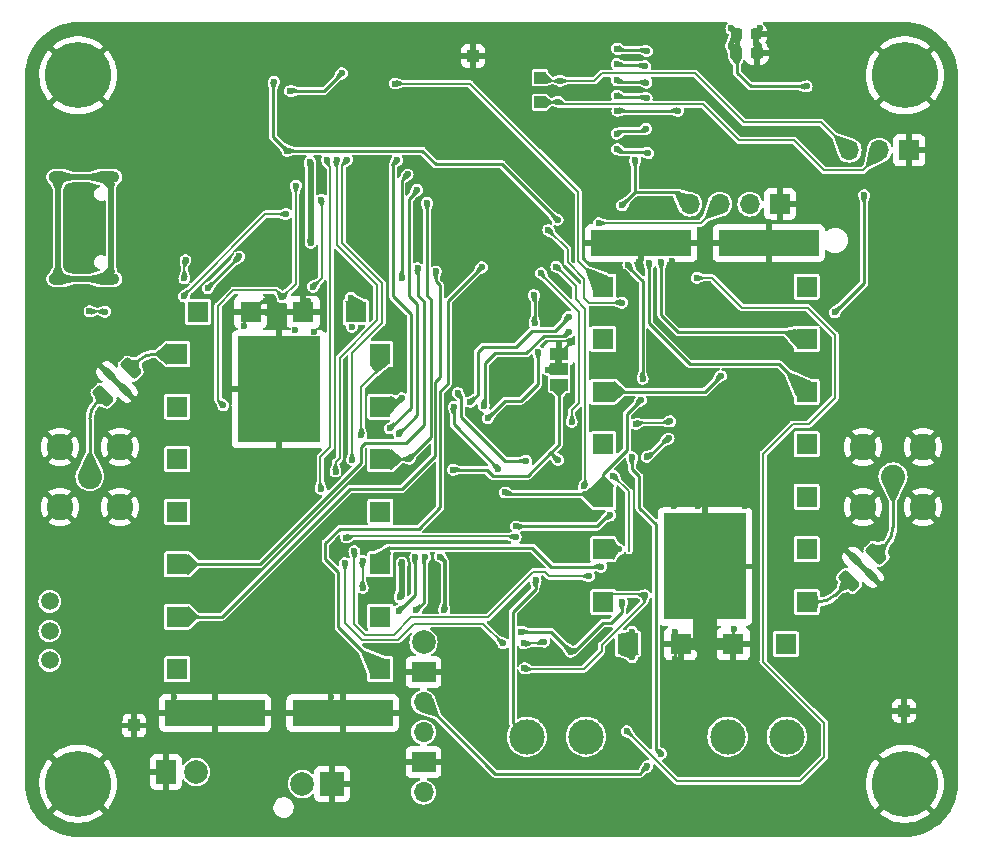
<source format=gbr>
%TF.GenerationSoftware,KiCad,Pcbnew,7.0.1*%
%TF.CreationDate,2023-04-13T23:04:44+03:00*%
%TF.ProjectId,cross_band_handy_walkie_talkie_ES8388,63726f73-735f-4626-916e-645f68616e64,rev?*%
%TF.SameCoordinates,Original*%
%TF.FileFunction,Copper,L4,Bot*%
%TF.FilePolarity,Positive*%
%FSLAX46Y46*%
G04 Gerber Fmt 4.6, Leading zero omitted, Abs format (unit mm)*
G04 Created by KiCad (PCBNEW 7.0.1) date 2023-04-13 23:04:44*
%MOMM*%
%LPD*%
G01*
G04 APERTURE LIST*
G04 Aperture macros list*
%AMRoundRect*
0 Rectangle with rounded corners*
0 $1 Rounding radius*
0 $2 $3 $4 $5 $6 $7 $8 $9 X,Y pos of 4 corners*
0 Add a 4 corners polygon primitive as box body*
4,1,4,$2,$3,$4,$5,$6,$7,$8,$9,$2,$3,0*
0 Add four circle primitives for the rounded corners*
1,1,$1+$1,$2,$3*
1,1,$1+$1,$4,$5*
1,1,$1+$1,$6,$7*
1,1,$1+$1,$8,$9*
0 Add four rect primitives between the rounded corners*
20,1,$1+$1,$2,$3,$4,$5,0*
20,1,$1+$1,$4,$5,$6,$7,0*
20,1,$1+$1,$6,$7,$8,$9,0*
20,1,$1+$1,$8,$9,$2,$3,0*%
G04 Aperture macros list end*
%TA.AperFunction,ComponentPad*%
%ADD10C,0.500000*%
%TD*%
%TA.AperFunction,SMDPad,CuDef*%
%ADD11R,2.400000X2.400000*%
%TD*%
%TA.AperFunction,ComponentPad*%
%ADD12O,2.100000X1.000000*%
%TD*%
%TA.AperFunction,ComponentPad*%
%ADD13O,1.600000X1.000000*%
%TD*%
%TA.AperFunction,ComponentPad*%
%ADD14C,2.000000*%
%TD*%
%TA.AperFunction,ComponentPad*%
%ADD15R,2.000000X1.700000*%
%TD*%
%TA.AperFunction,ComponentPad*%
%ADD16O,1.700000X1.700000*%
%TD*%
%TA.AperFunction,ComponentPad*%
%ADD17C,3.000000*%
%TD*%
%TA.AperFunction,ComponentPad*%
%ADD18C,3.600000*%
%TD*%
%TA.AperFunction,ConnectorPad*%
%ADD19C,5.600000*%
%TD*%
%TA.AperFunction,ComponentPad*%
%ADD20R,1.700000X1.700000*%
%TD*%
%TA.AperFunction,ComponentPad*%
%ADD21C,1.500000*%
%TD*%
%TA.AperFunction,ComponentPad*%
%ADD22C,0.600000*%
%TD*%
%TA.AperFunction,SMDPad,CuDef*%
%ADD23R,2.500000X2.500000*%
%TD*%
%TA.AperFunction,ComponentPad*%
%ADD24R,2.000000X2.000000*%
%TD*%
%TA.AperFunction,ComponentPad*%
%ADD25C,2.050000*%
%TD*%
%TA.AperFunction,ComponentPad*%
%ADD26C,2.250000*%
%TD*%
%TA.AperFunction,ComponentPad*%
%ADD27R,1.700000X2.000000*%
%TD*%
%TA.AperFunction,SMDPad,CuDef*%
%ADD28R,2.600000X2.600000*%
%TD*%
%TA.AperFunction,SMDPad,CuDef*%
%ADD29R,1.800000X1.800000*%
%TD*%
%TA.AperFunction,SMDPad,CuDef*%
%ADD30R,7.000000X9.000000*%
%TD*%
%TA.AperFunction,SMDPad,CuDef*%
%ADD31R,8.500000X2.200000*%
%TD*%
%TA.AperFunction,SMDPad,CuDef*%
%ADD32RoundRect,0.225000X-0.225000X-0.250000X0.225000X-0.250000X0.225000X0.250000X-0.225000X0.250000X0*%
%TD*%
%TA.AperFunction,SMDPad,CuDef*%
%ADD33RoundRect,0.249600X-0.268701X0.651104X-0.651104X0.268701X0.268701X-0.651104X0.651104X-0.268701X0*%
%TD*%
%TA.AperFunction,ComponentPad*%
%ADD34C,0.610000*%
%TD*%
%TA.AperFunction,SMDPad,CuDef*%
%ADD35RoundRect,0.152500X-0.224506X0.440174X-0.440174X0.224506X0.224506X-0.440174X0.440174X-0.224506X0*%
%TD*%
%TA.AperFunction,SMDPad,CuDef*%
%ADD36R,1.000000X1.000000*%
%TD*%
%TA.AperFunction,SMDPad,CuDef*%
%ADD37RoundRect,0.237500X0.300000X0.237500X-0.300000X0.237500X-0.300000X-0.237500X0.300000X-0.237500X0*%
%TD*%
%TA.AperFunction,SMDPad,CuDef*%
%ADD38R,1.500000X1.000000*%
%TD*%
%TA.AperFunction,SMDPad,CuDef*%
%ADD39RoundRect,0.249600X0.268701X-0.651104X0.651104X-0.268701X-0.268701X0.651104X-0.651104X0.268701X0*%
%TD*%
%TA.AperFunction,SMDPad,CuDef*%
%ADD40RoundRect,0.152500X0.224506X-0.440174X0.440174X-0.224506X-0.224506X0.440174X-0.440174X0.224506X0*%
%TD*%
%TA.AperFunction,ViaPad*%
%ADD41C,0.600000*%
%TD*%
%TA.AperFunction,Conductor*%
%ADD42C,0.250000*%
%TD*%
%TA.AperFunction,Conductor*%
%ADD43C,0.293300*%
%TD*%
%TA.AperFunction,Conductor*%
%ADD44C,2.000000*%
%TD*%
%TA.AperFunction,Conductor*%
%ADD45C,0.500000*%
%TD*%
%TA.AperFunction,Conductor*%
%ADD46C,1.000000*%
%TD*%
%TA.AperFunction,Conductor*%
%ADD47C,0.200000*%
%TD*%
%TA.AperFunction,Conductor*%
%ADD48C,0.300000*%
%TD*%
G04 APERTURE END LIST*
%TA.AperFunction,EtchedComponent*%
%TO.C,JP2*%
G36*
X96017500Y-79490000D02*
G01*
X95417500Y-79490000D01*
X95417500Y-78990000D01*
X96017500Y-78990000D01*
X96017500Y-79490000D01*
G37*
%TD.AperFunction*%
%TD*%
D10*
%TO.P,U5,29,EP*%
%TO.N,GND*%
X91450000Y-80350000D03*
X92400000Y-79400000D03*
X90500000Y-81300000D03*
X90500000Y-79400000D03*
D11*
X91450000Y-80350000D03*
D10*
X91450000Y-79400000D03*
X92400000Y-80350000D03*
X91450000Y-81300000D03*
X92400000Y-81300000D03*
X90500000Y-80350000D03*
%TD*%
D12*
%TO.P,J1,S1,SHIELD*%
%TO.N,Net-(J1-SHIELD)*%
X57490000Y-63610000D03*
D13*
X53310000Y-63610000D03*
D12*
X57490000Y-72250000D03*
D13*
X53310000Y-72250000D03*
%TD*%
D14*
%TO.P,J4,1,Pin_1*%
%TO.N,+3V3*%
X84250000Y-103000000D03*
D15*
%TO.P,J4,2,Pin_2*%
%TO.N,GND*%
X84250000Y-105540000D03*
D16*
%TO.P,J4,3,Pin_3*%
%TO.N,/Audio_Codec/MIC_INPUT_2*%
X84250000Y-108080000D03*
%TO.P,J4,4,Pin_4*%
%TO.N,Net-(J4-Pin_4)*%
X84250000Y-110620000D03*
D15*
%TO.P,J4,5,Pin_5*%
%TO.N,GND*%
X84250000Y-113160000D03*
D16*
%TO.P,J4,6,Pin_6*%
%TO.N,PTT3*%
X84250000Y-115700000D03*
%TD*%
D17*
%TO.P,J5,1,Pin_1*%
%TO.N,/Audio_Codec/Speaker_R-*%
X110000000Y-111000000D03*
%TO.P,J5,2,Pin_2*%
%TO.N,/Audio_Codec/Speaker_R+*%
X115000000Y-111000000D03*
%TD*%
D18*
%TO.P,H3,1,1*%
%TO.N,GND*%
X125000000Y-115000000D03*
D19*
X125000000Y-115000000D03*
%TD*%
D18*
%TO.P,H4,1,1*%
%TO.N,GND*%
X55000000Y-115000000D03*
D19*
X55000000Y-115000000D03*
%TD*%
D20*
%TO.P,J9,1,Pin_1*%
%TO.N,GND*%
X114420000Y-65910000D03*
D16*
%TO.P,J9,2,Pin_2*%
%TO.N,GPIO_36*%
X111880000Y-65910000D03*
%TO.P,J9,3,Pin_3*%
%TO.N,GPIO_35*%
X109340000Y-65910000D03*
%TO.P,J9,4,Pin_4*%
%TO.N,+3V3*%
X106800000Y-65910000D03*
%TD*%
D21*
%TO.P,SW3,1,A*%
%TO.N,/BATT_filtered*%
X52600000Y-99550000D03*
%TO.P,SW3,2,B*%
%TO.N,Net-(SW3-B)*%
X52600000Y-102050000D03*
%TO.P,SW3,3,C*%
%TO.N,unconnected-(SW3-C-Pad3)*%
X52600000Y-104550000D03*
%TD*%
D22*
%TO.P,U4,17,PAD*%
%TO.N,GND*%
X72955000Y-102430000D03*
X72005000Y-102430000D03*
X71055000Y-102430000D03*
X72955000Y-103380000D03*
X72005000Y-103380000D03*
D23*
X72005000Y-103380000D03*
D22*
X71055000Y-103380000D03*
X72955000Y-104330000D03*
X72005000Y-104330000D03*
X71055000Y-104330000D03*
%TD*%
D14*
%TO.P,BT2,1,+*%
%TO.N,+BATT*%
X74000000Y-115000000D03*
D24*
%TO.P,BT2,2,-*%
%TO.N,GND*%
X76500000Y-115000000D03*
%TD*%
D18*
%TO.P,H2,1,1*%
%TO.N,GND*%
X125000000Y-55000000D03*
D19*
X125000000Y-55000000D03*
%TD*%
D20*
%TO.P,J10,1,Pin_1*%
%TO.N,GND*%
X125375000Y-61350000D03*
D16*
%TO.P,J10,2,Pin_2*%
%TO.N,GPIO_44*%
X122835000Y-61350000D03*
%TO.P,J10,3,Pin_3*%
%TO.N,GPIO_43*%
X120295000Y-61350000D03*
%TD*%
D25*
%TO.P,J7,1,In*%
%TO.N,/Audio_Codec/ant2*%
X124000000Y-89000000D03*
D26*
%TO.P,J7,2,Ext*%
%TO.N,GND*%
X121460000Y-86460000D03*
X121460000Y-91540000D03*
X126540000Y-86460000D03*
X126540000Y-91540000D03*
%TD*%
D25*
%TO.P,J8,1,In*%
%TO.N,/Audio_Codec/ant4*%
X56000000Y-89000000D03*
D26*
%TO.P,J8,2,Ext*%
%TO.N,GND*%
X53460000Y-86460000D03*
X53460000Y-91540000D03*
X58540000Y-86460000D03*
X58540000Y-91540000D03*
%TD*%
D17*
%TO.P,J3,1,Pin_1*%
%TO.N,/Audio_Codec/Speaker_L+*%
X93000000Y-111000000D03*
%TO.P,J3,2,Pin_2*%
%TO.N,/Audio_Codec/Speaker_L-*%
X98000000Y-111000000D03*
%TD*%
D14*
%TO.P,BT1,1,+*%
%TO.N,+BATT*%
X65000000Y-114000000D03*
D27*
%TO.P,BT1,2,-*%
%TO.N,GND*%
X62460000Y-114000000D03*
%TD*%
D18*
%TO.P,H1,1,1*%
%TO.N,GND*%
X55000000Y-55000000D03*
D19*
X55000000Y-55000000D03*
%TD*%
D10*
%TO.P,U6,21,PAD*%
%TO.N,GND*%
X95300000Y-98450000D03*
X95300000Y-100550000D03*
D28*
X96350000Y-99500000D03*
D10*
X97400000Y-98450000D03*
X97400000Y-100550000D03*
%TD*%
D29*
%TO.P,U7,1,Audio_ON*%
%TO.N,AUDIO_ON2*%
X99480000Y-72890000D03*
%TO.P,U7,2,2*%
%TO.N,unconnected-(U7-Pad2)*%
X99480000Y-77340000D03*
%TO.P,U7,3,AF(Audio_OUT)*%
%TO.N,Tranceiver_Audio_OUT_2*%
X99480000Y-81790000D03*
%TO.P,U7,4,4*%
%TO.N,unconnected-(U7-Pad4)*%
X99480000Y-86240000D03*
%TO.P,U7,5,PTT*%
%TO.N,GPIO_37*%
X99480000Y-90690000D03*
%TO.P,U7,6,PD*%
%TO.N,GPIO_45*%
X99480000Y-95140000D03*
%TO.P,U7,7,H/L*%
%TO.N,H{slash}L1*%
X99480000Y-99590000D03*
%TO.P,U7,8,VBATT*%
%TO.N,RF_power_bus*%
X101570000Y-103140000D03*
%TO.P,U7,9,GND*%
%TO.N,GND*%
X106020000Y-103140000D03*
%TO.P,U7,10,GND*%
X110470000Y-103140000D03*
D30*
X108080000Y-96590000D03*
D31*
X102680000Y-69190000D03*
X113480000Y-69190000D03*
D29*
%TO.P,U7,11,11*%
%TO.N,unconnected-(U7-Pad11)*%
X114920000Y-103140000D03*
%TO.P,U7,12,ANT*%
%TO.N,/Audio_Codec/ant1*%
X116680000Y-99590000D03*
%TO.P,U7,13,13*%
%TO.N,unconnected-(U7-Pad13)*%
X116680000Y-95140000D03*
%TO.P,U7,14,14*%
%TO.N,unconnected-(U7-Pad14)*%
X116680000Y-90690000D03*
%TO.P,U7,15,15*%
%TO.N,unconnected-(U7-Pad15)*%
X116680000Y-86240000D03*
%TO.P,U7,16,RXD_(RX)*%
%TO.N,GPIO_38*%
X116680000Y-81790000D03*
%TO.P,U7,17,TXD(TX)*%
%TO.N,GPIO_39*%
X116680000Y-77340000D03*
%TO.P,U7,18,MIC_IN*%
%TO.N,Tranceiver_Audio_IN_2*%
X116680000Y-72890000D03*
%TD*%
D32*
%TO.P,C14,1*%
%TO.N,+3V3*%
X110820000Y-51535000D03*
%TO.P,C14,2*%
%TO.N,GND*%
X112370000Y-51535000D03*
%TD*%
D33*
%TO.P,FL2,1,IN*%
%TO.N,/Audio_Codec/ant3*%
X59453207Y-79825109D03*
D34*
%TO.P,FL2,2,GND*%
%TO.N,GND*%
X59085511Y-81755511D03*
D35*
X58960000Y-81630000D03*
D33*
%TO.P,FL2,3,OUT*%
%TO.N,/Audio_Codec/ant4*%
X57155109Y-82123207D03*
D35*
%TO.P,FL2,4,GND*%
%TO.N,GND*%
X57648316Y-80318316D03*
D34*
X57522805Y-80192805D03*
%TD*%
D36*
%TO.P,TP9,1,1*%
%TO.N,GND*%
X59725000Y-110050000D03*
%TD*%
D37*
%TO.P,C8,1*%
%TO.N,GND*%
X112457500Y-53135000D03*
%TO.P,C8,2*%
%TO.N,+3V3*%
X110732500Y-53135000D03*
%TD*%
D36*
%TO.P,TP11,1,1*%
%TO.N,GND*%
X124950000Y-108800000D03*
%TD*%
%TO.P,TP12,1,1*%
%TO.N,GPIO_43*%
X94100000Y-55200000D03*
%TD*%
D38*
%TO.P,JP2,1,A*%
%TO.N,GND*%
X95717500Y-78590000D03*
%TO.P,JP2,2,C*%
%TO.N,Net-(JP2-C)*%
X95717500Y-79890000D03*
%TO.P,JP2,3,B*%
%TO.N,+3V3*%
X95717500Y-81190000D03*
%TD*%
D29*
%TO.P,U8,1,Audio_ON*%
%TO.N,AUDIO_ON1*%
X80600000Y-105300000D03*
%TO.P,U8,2,2*%
%TO.N,unconnected-(U8-Pad2)*%
X80600000Y-100850000D03*
%TO.P,U8,3,AF(Audio_OUT)*%
%TO.N,Tranceiver_Audio_OUT_1*%
X80600000Y-96400000D03*
%TO.P,U8,4,4*%
%TO.N,unconnected-(U8-Pad4)*%
X80600000Y-91950000D03*
%TO.P,U8,5,PTT*%
%TO.N,GPIO_8*%
X80600000Y-87500000D03*
%TO.P,U8,6,PD*%
%TO.N,GPIO_17*%
X80600000Y-83050000D03*
%TO.P,U8,7,H/L*%
%TO.N,H{slash}L1*%
X80600000Y-78600000D03*
%TO.P,U8,8,VBATT*%
%TO.N,RF_power_bus*%
X78510000Y-75050000D03*
%TO.P,U8,9,GND*%
%TO.N,GND*%
X74060000Y-75050000D03*
%TO.P,U8,10,GND*%
X69610000Y-75050000D03*
D30*
X72000000Y-81600000D03*
D31*
X77400000Y-109000000D03*
X66600000Y-109000000D03*
D29*
%TO.P,U8,11,11*%
%TO.N,unconnected-(U8-Pad11)*%
X65160000Y-75050000D03*
%TO.P,U8,12,ANT*%
%TO.N,/Audio_Codec/ant3*%
X63400000Y-78600000D03*
%TO.P,U8,13,13*%
%TO.N,unconnected-(U8-Pad13)*%
X63400000Y-83050000D03*
%TO.P,U8,14,14*%
%TO.N,unconnected-(U8-Pad14)*%
X63400000Y-87500000D03*
%TO.P,U8,15,15*%
%TO.N,unconnected-(U8-Pad15)*%
X63400000Y-91950000D03*
%TO.P,U8,16,RXD_(RX)*%
%TO.N,GPIO_9*%
X63400000Y-96400000D03*
%TO.P,U8,17,TXD(TX)*%
%TO.N,GPIO_10*%
X63400000Y-100850000D03*
%TO.P,U8,18,MIC_IN*%
%TO.N,Tranceiver_Audio_IN_1*%
X63400000Y-105300000D03*
%TD*%
D39*
%TO.P,FL1,1,IN*%
%TO.N,/Audio_Codec/ant1*%
X120300951Y-97799049D03*
D34*
%TO.P,FL1,2,GND*%
%TO.N,GND*%
X120668647Y-95868647D03*
D40*
X120794158Y-95994158D03*
D39*
%TO.P,FL1,3,OUT*%
%TO.N,/Audio_Codec/ant2*%
X122599049Y-95500951D03*
D40*
%TO.P,FL1,4,GND*%
%TO.N,GND*%
X122105842Y-97305842D03*
D34*
X122231353Y-97431353D03*
%TD*%
D36*
%TO.P,TP10,1,1*%
%TO.N,GND*%
X88450000Y-53350000D03*
%TD*%
%TO.P,TP13,1,1*%
%TO.N,GPIO_44*%
X94100000Y-57300000D03*
%TD*%
D41*
%TO.N,/ESP_EN*%
X77340000Y-54820000D03*
X72960000Y-56330000D03*
%TO.N,GND*%
X94500000Y-104050000D03*
X121490000Y-81430000D03*
X87700000Y-58910000D03*
X86280000Y-58890000D03*
X72000000Y-65750000D03*
X123490000Y-97430000D03*
X86350000Y-82250000D03*
X51490000Y-57430000D03*
X103600000Y-80950000D03*
X111100000Y-93550000D03*
X92900000Y-101300000D03*
X87150000Y-77400000D03*
X123490000Y-81430000D03*
X55400000Y-97150000D03*
X59490000Y-61430000D03*
X118350000Y-100350000D03*
X95490000Y-59430000D03*
X117490000Y-117430000D03*
X127490000Y-77430000D03*
X57150000Y-119000000D03*
X79490000Y-113430000D03*
X127490000Y-97430000D03*
X119950000Y-75350000D03*
X65490000Y-53430000D03*
X97000000Y-89400000D03*
X119490000Y-85430000D03*
X51490000Y-91430000D03*
X73800000Y-62150000D03*
X98050000Y-103850000D03*
X56850000Y-84900000D03*
X101490000Y-107430000D03*
X122325000Y-64775000D03*
X89490000Y-59430000D03*
X53490000Y-93430000D03*
X126500000Y-89075000D03*
X58400000Y-89075000D03*
X51490000Y-85430000D03*
X95490000Y-111430000D03*
X77550000Y-88200000D03*
X71490000Y-51430000D03*
X63490000Y-57430000D03*
X127490000Y-79430000D03*
X55490000Y-93430000D03*
X119490000Y-109430000D03*
X91490000Y-65430000D03*
X74460000Y-74080000D03*
X96150000Y-74625000D03*
X111490000Y-87430000D03*
X63120000Y-107620000D03*
X61490000Y-89430000D03*
X57490000Y-101430000D03*
X60200000Y-78100000D03*
X113490000Y-83430000D03*
X118550000Y-98350000D03*
X61350000Y-79450000D03*
X96500000Y-104700000D03*
X61490000Y-53430000D03*
X111490000Y-75430000D03*
X86975000Y-56700000D03*
X94525000Y-67325000D03*
X96000000Y-106975000D03*
X127490000Y-103430000D03*
X127490000Y-93430000D03*
X69490000Y-51430000D03*
X95500000Y-72150000D03*
X117490000Y-53430000D03*
X76100000Y-99030000D03*
X73490000Y-111430000D03*
X103050000Y-95050000D03*
X125490000Y-75430000D03*
X103490000Y-117430000D03*
X72360000Y-97190000D03*
X58550000Y-109500000D03*
X85490000Y-117430000D03*
X129050000Y-85825000D03*
X55950000Y-71400000D03*
X121490000Y-55430000D03*
X96070000Y-51890000D03*
X91660000Y-84940000D03*
X59490000Y-101430000D03*
X87490000Y-67430000D03*
X113490000Y-75430000D03*
X86300000Y-60300000D03*
X61490000Y-97430000D03*
X111800000Y-103120000D03*
X127490000Y-69430000D03*
X71490000Y-111430000D03*
X101050000Y-88200000D03*
X127490000Y-107430000D03*
X125490000Y-103430000D03*
X61500000Y-99050000D03*
X105820000Y-51950000D03*
X125490000Y-83430000D03*
X59490000Y-97430000D03*
X111490000Y-117430000D03*
X111475000Y-78000000D03*
X51490000Y-113430000D03*
X105490000Y-63430000D03*
X83490000Y-117430000D03*
X129175000Y-91100000D03*
X91175000Y-93500000D03*
X117490000Y-111430000D03*
X111490000Y-81430000D03*
X61490000Y-85430000D03*
X95490000Y-53430000D03*
X87875000Y-106300000D03*
X123490000Y-75430000D03*
X111490000Y-113430000D03*
X98050000Y-101950000D03*
X126820000Y-74840000D03*
X125490000Y-81430000D03*
X73490000Y-51430000D03*
X91580000Y-83930000D03*
X77910000Y-51260000D03*
X55360000Y-77060000D03*
X69120000Y-108700000D03*
X79490000Y-115430000D03*
X50750000Y-97975000D03*
X61490000Y-91430000D03*
X53000000Y-118450000D03*
X125490000Y-111430000D03*
X59490000Y-57430000D03*
X81550000Y-60175000D03*
X59490000Y-59430000D03*
X63490000Y-59430000D03*
X53490000Y-59430000D03*
X87490000Y-117430000D03*
X61490000Y-51430000D03*
X93490000Y-53430000D03*
X105250000Y-70750000D03*
X55490000Y-73430000D03*
X119350000Y-99850000D03*
X113490000Y-73430000D03*
X79490000Y-111430000D03*
X114600000Y-115650000D03*
X92230000Y-86410000D03*
X113490000Y-81430000D03*
X107490000Y-113430000D03*
X105490000Y-107430000D03*
X50875000Y-105800000D03*
X107990000Y-61490000D03*
X73530000Y-109880000D03*
X59500000Y-99050000D03*
X75490000Y-111430000D03*
X64070000Y-103470000D03*
X57500000Y-99050000D03*
X117490000Y-103430000D03*
X56100000Y-64400000D03*
X59490000Y-83430000D03*
X77750000Y-55550000D03*
X53490000Y-51430000D03*
X109490000Y-55430000D03*
X117490000Y-107430000D03*
X125490000Y-105430000D03*
X54350000Y-82510000D03*
X89490000Y-105430000D03*
X56900000Y-83650000D03*
X55450000Y-109450000D03*
X119490000Y-89430000D03*
X109490000Y-107430000D03*
X57225000Y-109400000D03*
X125490000Y-79430000D03*
X87490000Y-115430000D03*
X99490000Y-117430000D03*
X121490000Y-109430000D03*
X61500000Y-62670000D03*
X111490000Y-91430000D03*
X57490000Y-111430000D03*
X107150000Y-80510000D03*
X108525000Y-115775000D03*
X70880000Y-74080000D03*
X61490000Y-59430000D03*
X87690000Y-60300000D03*
X121490000Y-79430000D03*
X65490000Y-59430000D03*
X101150000Y-51830000D03*
X107490000Y-117430000D03*
X123490000Y-79430000D03*
X88600000Y-83400000D03*
X59490000Y-53430000D03*
X117490000Y-115430000D03*
X51490000Y-111430000D03*
X123490000Y-103430000D03*
X125490000Y-99430000D03*
X75180000Y-99800000D03*
X112600000Y-115650000D03*
X123490000Y-111430000D03*
X61490000Y-57430000D03*
X67490000Y-59430000D03*
X107490000Y-91430000D03*
X94300000Y-86140000D03*
X103180000Y-93530000D03*
X121490000Y-117430000D03*
X121490000Y-107430000D03*
X123490000Y-51430000D03*
X109620000Y-69190000D03*
X119490000Y-115430000D03*
X127490000Y-101430000D03*
X89630000Y-98100000D03*
X121490000Y-111430000D03*
X105000000Y-86800000D03*
X106020000Y-103140000D03*
X73490000Y-53430000D03*
X61490000Y-117430000D03*
X113575000Y-85325000D03*
X55490000Y-95430000D03*
X112750000Y-51010000D03*
X101550000Y-73550000D03*
X61650000Y-77700000D03*
X91170000Y-75590000D03*
X76390000Y-107600000D03*
X75290000Y-50950000D03*
X83950000Y-59400000D03*
X57490000Y-77430000D03*
X110500000Y-101880000D03*
X119490000Y-83430000D03*
X97490000Y-117430000D03*
X85490000Y-67430000D03*
X123490000Y-69430000D03*
X51490000Y-53430000D03*
X98110000Y-94770000D03*
X105490000Y-109430000D03*
X94000000Y-72750000D03*
X95450000Y-113175000D03*
X121490000Y-105430000D03*
X65490000Y-99430000D03*
X91490000Y-57430000D03*
X93490000Y-117430000D03*
X113490000Y-113430000D03*
X123490000Y-107430000D03*
X129075000Y-88525000D03*
X123490000Y-83430000D03*
X55375000Y-103425000D03*
X59490000Y-111430000D03*
X110950000Y-97000000D03*
X74960000Y-76700000D03*
X110525000Y-115775000D03*
X59100000Y-71990000D03*
X119490000Y-117430000D03*
X77490000Y-111430000D03*
X128775000Y-57500000D03*
X58530000Y-107660000D03*
X59490000Y-115430000D03*
X128875000Y-64350000D03*
X110900000Y-100575000D03*
X107100000Y-77590000D03*
X81850000Y-56550000D03*
X91490000Y-55430000D03*
X125625000Y-95550000D03*
X115490000Y-75430000D03*
X61490000Y-83430000D03*
X127490000Y-61430000D03*
X111490000Y-63430000D03*
X51490000Y-89430000D03*
X65490000Y-55430000D03*
X102950000Y-62350000D03*
X57490000Y-97430000D03*
X53490000Y-111430000D03*
X121425000Y-89100000D03*
X81250000Y-99250000D03*
X105560000Y-104390000D03*
X73860000Y-97200000D03*
X73490000Y-59430000D03*
X84050000Y-87450000D03*
X75550000Y-63175000D03*
X56150000Y-65750000D03*
X99175000Y-97525000D03*
X59490000Y-93430000D03*
X119490000Y-87430000D03*
X95450000Y-115175000D03*
X76900000Y-95300000D03*
X111490000Y-61430000D03*
X55150000Y-84700000D03*
X51490000Y-69430000D03*
X57490000Y-95430000D03*
X53425000Y-107425000D03*
X84400000Y-89800000D03*
X84900000Y-100250000D03*
X81100000Y-109880000D03*
X119490000Y-103430000D03*
X115490000Y-101430000D03*
X50825000Y-100775000D03*
X78740000Y-51150000D03*
X127490000Y-83430000D03*
X65490000Y-97430000D03*
X77400000Y-109880000D03*
X90675000Y-89525000D03*
X116550000Y-88425000D03*
X51490000Y-83430000D03*
X119490000Y-107430000D03*
X109490000Y-113430000D03*
X55375000Y-105425000D03*
X101950000Y-99600000D03*
X104990000Y-66200000D03*
X69490000Y-59430000D03*
X127490000Y-81430000D03*
X115490000Y-113430000D03*
X57490000Y-59430000D03*
X69490000Y-53430000D03*
X74540000Y-74980000D03*
X121490000Y-53430000D03*
X111490000Y-83430000D03*
X119490000Y-53430000D03*
X90875000Y-115150000D03*
X81490000Y-117430000D03*
X111490000Y-73430000D03*
X65490000Y-51430000D03*
X59020000Y-63920000D03*
X69490000Y-61430000D03*
X93490000Y-63430000D03*
X51490000Y-87430000D03*
X61490000Y-87430000D03*
X100430000Y-93500000D03*
X61550000Y-102025000D03*
X59490000Y-113430000D03*
X80860000Y-52230000D03*
X125490000Y-77430000D03*
X121490000Y-101430000D03*
X105490000Y-91430000D03*
X57450000Y-103300000D03*
X51490000Y-67430000D03*
X121490000Y-51430000D03*
X115490000Y-97430000D03*
X68200000Y-65150000D03*
X111490000Y-105430000D03*
X69290000Y-106850000D03*
X69050000Y-76250000D03*
X102950000Y-85150000D03*
X51490000Y-73430000D03*
X121490000Y-103430000D03*
X88000000Y-102850000D03*
X51490000Y-63430000D03*
X78000000Y-63050000D03*
X68300000Y-63400000D03*
X86600000Y-65400000D03*
X99750000Y-101950000D03*
X114250000Y-91475000D03*
X55490000Y-111430000D03*
X107750000Y-71325000D03*
X107490000Y-111430000D03*
X105550000Y-102120000D03*
X112690000Y-52520000D03*
X65490000Y-63430000D03*
X127490000Y-99430000D03*
X65370000Y-109110000D03*
X103150000Y-58600000D03*
X69100000Y-74750000D03*
X124850000Y-93200000D03*
X67490000Y-117430000D03*
X57450000Y-107400000D03*
X124350000Y-94800000D03*
X54900000Y-101150000D03*
X67490000Y-53430000D03*
X117490000Y-79430000D03*
X58570000Y-104460000D03*
X117490000Y-93430000D03*
X103300000Y-60500000D03*
X59490000Y-51430000D03*
X93075000Y-108025000D03*
X95490000Y-65430000D03*
X63120000Y-109670000D03*
X89490000Y-63430000D03*
X61490000Y-93430000D03*
X115900000Y-53450000D03*
X119490000Y-93430000D03*
X119490000Y-113430000D03*
X127490000Y-105430000D03*
X103490000Y-91430000D03*
X113940000Y-61430000D03*
X73840000Y-99830000D03*
X91490000Y-61430000D03*
X51490000Y-95430000D03*
X119490000Y-111430000D03*
X109760000Y-92290000D03*
X106675000Y-95825000D03*
X55490000Y-67430000D03*
X68800000Y-85825000D03*
X127490000Y-95430000D03*
X82900000Y-62400000D03*
X101490000Y-115430000D03*
X126820000Y-71120000D03*
X107490000Y-109430000D03*
X76050000Y-97870000D03*
X75200000Y-97170000D03*
X51490000Y-115430000D03*
X113490000Y-107430000D03*
X51490000Y-93430000D03*
X67490000Y-51430000D03*
X117490000Y-65430000D03*
X86210000Y-84870000D03*
X111490000Y-89430000D03*
X65490000Y-117430000D03*
X102500000Y-70800000D03*
X123490000Y-99430000D03*
X113490000Y-67430000D03*
X105000000Y-112950000D03*
X89150000Y-72300000D03*
X123975000Y-86550000D03*
X91490000Y-53430000D03*
X123490000Y-77430000D03*
X78930000Y-107000000D03*
X117490000Y-51430000D03*
X121490000Y-83430000D03*
X79490000Y-117430000D03*
X109190000Y-103040000D03*
X95490000Y-61430000D03*
X55875000Y-91475000D03*
X96370000Y-99450000D03*
X51490000Y-59430000D03*
X125490000Y-51430000D03*
X114325000Y-78050000D03*
X107130000Y-83480000D03*
X76820000Y-50960000D03*
X79860000Y-51010000D03*
X123490000Y-101430000D03*
X94680000Y-94820000D03*
X57400000Y-105425000D03*
X53490000Y-73430000D03*
X103525000Y-82475000D03*
X125490000Y-67430000D03*
X119490000Y-105430000D03*
X102600000Y-112700000D03*
X55490000Y-51430000D03*
X96050000Y-91400000D03*
X65950000Y-101730000D03*
X55070000Y-61360000D03*
X51490000Y-65430000D03*
X91680000Y-74110000D03*
X102950000Y-86450000D03*
X103750000Y-56250000D03*
X80870000Y-51390000D03*
X89490000Y-61430000D03*
X59490000Y-55430000D03*
X71530000Y-70090000D03*
X63490000Y-53430000D03*
X93490000Y-59430000D03*
X80650000Y-85450000D03*
X121490000Y-77430000D03*
X103800000Y-53650000D03*
X84800000Y-64750000D03*
X119490000Y-95430000D03*
X125490000Y-107430000D03*
X115490000Y-105430000D03*
X107100000Y-100250000D03*
X105490000Y-83430000D03*
X89490000Y-117430000D03*
X121490000Y-113430000D03*
X64850000Y-65000000D03*
X67490000Y-113430000D03*
X111490000Y-85430000D03*
X123000000Y-93600000D03*
X115490000Y-83430000D03*
X55435000Y-107370000D03*
X123490000Y-71430000D03*
X117190000Y-69190000D03*
X127490000Y-109430000D03*
X86875000Y-79725000D03*
X72340000Y-99820000D03*
X53475000Y-89100000D03*
X85490000Y-53430000D03*
X121490000Y-99430000D03*
X121490000Y-115430000D03*
X117490000Y-105430000D03*
X83490000Y-57430000D03*
X76190000Y-102060000D03*
X123490000Y-59430000D03*
X127490000Y-111430000D03*
X75175000Y-85825000D03*
X109490000Y-117430000D03*
X115490000Y-93430000D03*
X55490000Y-59430000D03*
X103490000Y-115430000D03*
X63490000Y-51430000D03*
X96670000Y-77700000D03*
X91025000Y-102050000D03*
X119490000Y-91430000D03*
X51490000Y-71430000D03*
X51490000Y-55430000D03*
X74650000Y-89800000D03*
X101490000Y-117430000D03*
X83490000Y-53430000D03*
X84950000Y-96400000D03*
X123490000Y-109430000D03*
X123490000Y-105430000D03*
X59490000Y-117430000D03*
X94170000Y-82950000D03*
X76950000Y-71550000D03*
X61490000Y-81430000D03*
X114125000Y-88550000D03*
X95490000Y-117430000D03*
X51425000Y-107425000D03*
X99490000Y-105430000D03*
X55400000Y-99150000D03*
X59490000Y-95430000D03*
X98340000Y-51880000D03*
X115490000Y-117430000D03*
X51450000Y-109450000D03*
X77490000Y-117430000D03*
X128650000Y-74850000D03*
X121490000Y-57430000D03*
X57490000Y-51430000D03*
X89490000Y-55430000D03*
X125490000Y-97430000D03*
X55250000Y-83500000D03*
X89490000Y-107430000D03*
X117225000Y-60525000D03*
X121490000Y-93430000D03*
X105490000Y-117430000D03*
X95700000Y-56350000D03*
X63490000Y-117430000D03*
X67490000Y-75430000D03*
X73350000Y-76600000D03*
X115490000Y-57430000D03*
X128975000Y-54875000D03*
X92550000Y-104100000D03*
X90875000Y-113150000D03*
X63520000Y-69940000D03*
X69490000Y-55430000D03*
X127490000Y-59430000D03*
X56300000Y-70000000D03*
X125490000Y-101430000D03*
X88450000Y-89900000D03*
X59450000Y-64680000D03*
X72400000Y-55650000D03*
X91490000Y-117430000D03*
X127725000Y-52025000D03*
X75490000Y-117430000D03*
X65490000Y-61430000D03*
X53450000Y-109450000D03*
X120050000Y-99200000D03*
X125490000Y-59430000D03*
X57490000Y-93430000D03*
X61490000Y-95430000D03*
X101075000Y-66925000D03*
X50850000Y-103225000D03*
X71070000Y-75100000D03*
X100700000Y-83300000D03*
X53490000Y-95430000D03*
X55700000Y-82450000D03*
X69490000Y-117430000D03*
X113490000Y-117430000D03*
X61180000Y-68950000D03*
X71490000Y-53430000D03*
%TO.N,/ESP_BOOT*%
X71575000Y-55550000D03*
X95600000Y-67250000D03*
X72700000Y-61400000D03*
%TO.N,+3V3*%
X110310000Y-51040000D03*
X74700000Y-69200000D03*
X86000000Y-100250000D03*
X102160000Y-62190000D03*
X74630000Y-62330000D03*
X57270000Y-75020000D03*
X116690000Y-55940000D03*
X95625000Y-87575000D03*
X85650000Y-95750000D03*
X55970000Y-74990000D03*
X101070000Y-66010000D03*
X64000000Y-72200000D03*
X64100000Y-70650000D03*
X86750000Y-88400000D03*
X110280000Y-52500000D03*
%TO.N,/DATA_2*%
X103170000Y-52950000D03*
X100650000Y-52750000D03*
%TO.N,/DATA_3*%
X103030000Y-54220000D03*
X100600000Y-54040000D03*
%TO.N,/CMD*%
X103130000Y-55630000D03*
X100610000Y-55410000D03*
%TO.N,/CLK*%
X103140000Y-56930000D03*
X100610000Y-56720000D03*
%TO.N,/DATA_0*%
X100670000Y-58000000D03*
X105800000Y-58000000D03*
%TO.N,/DATA_1*%
X103110000Y-59530000D03*
X100600000Y-59950000D03*
%TO.N,/CARD_DETECT*%
X103270000Y-61590000D03*
X100650000Y-61250000D03*
%TO.N,AUDIO_ON2*%
X81850000Y-55700000D03*
%TO.N,GPIO_43*%
X95825000Y-55475000D03*
%TO.N,GPIO_44*%
X95675000Y-57250000D03*
%TO.N,/Audio_Codec/MCLK*%
X93600000Y-73600000D03*
X93650000Y-76000000D03*
%TO.N,/Audio_Codec/JACK_DETECT*%
X121560000Y-65160000D03*
X119075000Y-75075000D03*
%TO.N,/Audio_Codec/3V33*%
X93950000Y-78450000D03*
X89690000Y-84030000D03*
%TO.N,AUDIO_ON1*%
X89190000Y-71240000D03*
%TO.N,GPIO_16*%
X82178412Y-100328412D03*
X83550000Y-95800000D03*
X81400000Y-84900000D03*
X82000000Y-62200000D03*
%TO.N,GPIO_17*%
X82400000Y-82350000D03*
X82900000Y-63400000D03*
X82450000Y-72150000D03*
%TO.N,GPIO_18*%
X83612500Y-100312500D03*
X82150000Y-85350000D03*
X84400000Y-95775000D03*
X83700000Y-64700000D03*
%TO.N,GPIO_8*%
X83050000Y-87475000D03*
X84550000Y-65800000D03*
%TO.N,GPIO_9*%
X83750000Y-71350000D03*
%TO.N,GPIO_10*%
X85290000Y-71610000D03*
%TO.N,GPIO_45*%
X97850000Y-89800000D03*
X95500000Y-71200000D03*
X100790000Y-95140000D03*
%TO.N,GPIO_35*%
X99090000Y-67530000D03*
%TO.N,GPIO_37*%
X102650000Y-82500000D03*
X102800000Y-80700000D03*
X101600000Y-71050000D03*
X91150000Y-90325000D03*
%TO.N,GPIO_38*%
X103360000Y-70860000D03*
%TO.N,GPIO_39*%
X104350000Y-70800000D03*
%TO.N,/Audio_Codec/MIC_INPUT_2*%
X101900000Y-87350000D03*
X104350000Y-112450000D03*
X103200000Y-113500000D03*
%TO.N,/Audio_Codec/R_out1_*%
X87150000Y-81900000D03*
X92960000Y-87640000D03*
%TO.N,Net-(U5-ROUT2)*%
X96550000Y-75450000D03*
X88218515Y-82665326D03*
%TO.N,RF_power_bus*%
X101910000Y-102130000D03*
X78100000Y-73830000D03*
X101930000Y-104270000D03*
X82400000Y-96250000D03*
X78510000Y-75050000D03*
X82250000Y-99200000D03*
X101570000Y-103140000D03*
X78190000Y-76290000D03*
%TO.N,Net-(JP2-C)*%
X94800000Y-79960000D03*
%TO.N,Tranceiver_Audio_OUT_1*%
X99300000Y-96600000D03*
%TO.N,Tranceiver_Audio_OUT_2*%
X109420000Y-80460000D03*
%TO.N,G0*%
X77800000Y-62150000D03*
X78200000Y-87550000D03*
X78400000Y-95300000D03*
X98275000Y-97400000D03*
%TO.N,G1*%
X92050000Y-94100000D03*
X76800000Y-88550000D03*
X76900000Y-62150000D03*
X77712500Y-94137500D03*
%TO.N,AMP_L*%
X76050000Y-62150000D03*
X92750000Y-103100000D03*
X75550000Y-90000000D03*
X91000000Y-103100000D03*
X77600000Y-96300000D03*
X94450000Y-102950000D03*
%TO.N,Net-(C23-Pad1)*%
X100050000Y-92250000D03*
X92100000Y-93200000D03*
%TO.N,Net-(C42-Pad2)*%
X105000000Y-85750000D03*
X103150000Y-87300000D03*
%TO.N,/Audio_Codec/Power_amp_Vcc*%
X101050000Y-99600000D03*
X96700000Y-103800000D03*
X92475000Y-102125000D03*
%TO.N,/BATT_filtered*%
X72650000Y-66750000D03*
X63950000Y-73700000D03*
%TO.N,Net-(Q2-D)*%
X68660000Y-70340000D03*
X66000000Y-73030000D03*
%TO.N,GPIO_5*%
X107400000Y-72150000D03*
X101050000Y-74250000D03*
X94825000Y-68100000D03*
X101475000Y-110525000D03*
%TO.N,/Audio_Codec/L_out1_*%
X86800000Y-83068414D03*
X90550000Y-88300000D03*
%TO.N,/RAW_3v3*%
X73450000Y-64350000D03*
X72300000Y-73800000D03*
X67300000Y-82950000D03*
%TO.N,/Audio_Codec/Speaker_L+*%
X93740000Y-97766605D03*
%TO.N,Net-(Q4-G)*%
X75600000Y-65550000D03*
X74900000Y-72900000D03*
%TO.N,GPIO_48*%
X96800000Y-84350000D03*
X105125000Y-84300000D03*
X94200000Y-71750000D03*
X102250000Y-84525000D03*
X100325000Y-88900000D03*
%TO.N,H{slash}L1*%
X79100000Y-96100000D03*
X79000000Y-85450000D03*
X79100000Y-98400000D03*
X92800000Y-105200000D03*
X102975000Y-99025000D03*
%TO.N,Net-(U5-LOUT2)*%
X96550000Y-76750000D03*
X89350000Y-83000000D03*
%TD*%
D42*
%TO.N,/ESP_EN*%
X75830000Y-56330000D02*
X72960000Y-56330000D01*
X77340000Y-54820000D02*
X75830000Y-56330000D01*
D43*
%TO.N,GND*%
X69610000Y-75050000D02*
X71020000Y-75050000D01*
D44*
X108080000Y-103120000D02*
X108050000Y-103150000D01*
D43*
X69050000Y-75610000D02*
X69610000Y-75050000D01*
X110470000Y-103140000D02*
X110470000Y-101910000D01*
D45*
X74470000Y-75050000D02*
X74540000Y-74980000D01*
D43*
X96607500Y-77700000D02*
X95717500Y-78590000D01*
X112370000Y-51535000D02*
X112370000Y-51390000D01*
X112457500Y-53135000D02*
X112457500Y-51622500D01*
D45*
X74060000Y-75050000D02*
X74470000Y-75050000D01*
D43*
X70880000Y-74080000D02*
X70580000Y-74080000D01*
X113480000Y-69190000D02*
X113550000Y-69190000D01*
X65640000Y-109000000D02*
X65550000Y-109090000D01*
X105560000Y-103600000D02*
X106020000Y-103140000D01*
X71020000Y-75050000D02*
X71070000Y-75100000D01*
X110470000Y-103140000D02*
X109290000Y-103140000D01*
X110470000Y-103140000D02*
X111780000Y-103140000D01*
X113550000Y-69190000D02*
X113560000Y-69200000D01*
X112370000Y-51390000D02*
X112750000Y-51010000D01*
X105550000Y-102670000D02*
X106020000Y-103140000D01*
X110470000Y-101910000D02*
X110500000Y-101880000D01*
X76390000Y-107990000D02*
X77400000Y-109000000D01*
X105560000Y-104390000D02*
X105560000Y-103600000D01*
D46*
X110470000Y-103140000D02*
X106020000Y-103140000D01*
D43*
X102680000Y-69190000D02*
X102720000Y-69190000D01*
X69050000Y-76250000D02*
X69050000Y-75610000D01*
D44*
X108080000Y-96590000D02*
X108080000Y-103120000D01*
D43*
X111780000Y-103140000D02*
X111800000Y-103120000D01*
X109290000Y-103140000D02*
X109190000Y-103040000D01*
X105550000Y-102120000D02*
X105550000Y-102670000D01*
X112690000Y-52902500D02*
X112457500Y-53135000D01*
X70580000Y-74080000D02*
X69610000Y-75050000D01*
X112690000Y-52520000D02*
X112690000Y-52902500D01*
X76390000Y-107600000D02*
X76390000Y-107990000D01*
X66600000Y-109000000D02*
X65640000Y-109000000D01*
X96670000Y-77700000D02*
X96607500Y-77700000D01*
X112457500Y-51622500D02*
X112370000Y-51535000D01*
%TO.N,/ESP_BOOT*%
X85290000Y-62540000D02*
X84150000Y-61400000D01*
X71530000Y-55595000D02*
X71530000Y-60230000D01*
X90890000Y-62540000D02*
X85290000Y-62540000D01*
X71575000Y-55550000D02*
X71530000Y-55595000D01*
X84150000Y-61400000D02*
X72700000Y-61400000D01*
X71530000Y-60230000D02*
X72700000Y-61400000D01*
X95600000Y-67250000D02*
X90890000Y-62540000D01*
%TO.N,+3V3*%
X110820000Y-53047500D02*
X110732500Y-53135000D01*
D45*
X74700000Y-62400000D02*
X74630000Y-62330000D01*
D47*
X55970000Y-74990000D02*
X57240000Y-74990000D01*
D42*
X105810000Y-64920000D02*
X106800000Y-65910000D01*
D43*
X110280000Y-52075000D02*
X110820000Y-51535000D01*
D42*
X90125000Y-88925000D02*
X93075000Y-88925000D01*
X102160000Y-62190000D02*
X102160000Y-64920000D01*
X95717500Y-86282500D02*
X95717500Y-81190000D01*
D47*
X64100000Y-70650000D02*
X64000000Y-70750000D01*
D43*
X110805000Y-51535000D02*
X110310000Y-51040000D01*
X95062500Y-87012500D02*
X95062500Y-86937500D01*
D42*
X102160000Y-64920000D02*
X101070000Y-66010000D01*
D45*
X74700000Y-69200000D02*
X74700000Y-62400000D01*
D48*
X86050000Y-100200000D02*
X86050000Y-96150000D01*
D43*
X110280000Y-52500000D02*
X110280000Y-52075000D01*
X95625000Y-87575000D02*
X95062500Y-87012500D01*
D47*
X64000000Y-70750000D02*
X64000000Y-72200000D01*
D42*
X89600000Y-88400000D02*
X90125000Y-88925000D01*
D43*
X110280000Y-52682500D02*
X110732500Y-53135000D01*
X110820000Y-51535000D02*
X110805000Y-51535000D01*
D42*
X86750000Y-88400000D02*
X89600000Y-88400000D01*
D43*
X111960000Y-55940000D02*
X110790000Y-54770000D01*
D47*
X57240000Y-74990000D02*
X57270000Y-75020000D01*
D43*
X110280000Y-52500000D02*
X110280000Y-52682500D01*
X116690000Y-55940000D02*
X111960000Y-55940000D01*
X110790000Y-54770000D02*
X110790000Y-53192500D01*
D48*
X86050000Y-96150000D02*
X85650000Y-95750000D01*
X86000000Y-100250000D02*
X86050000Y-100200000D01*
D43*
X110790000Y-53192500D02*
X110732500Y-53135000D01*
X110820000Y-51535000D02*
X110820000Y-53047500D01*
D42*
X95062500Y-86937500D02*
X95717500Y-86282500D01*
X102160000Y-64920000D02*
X105810000Y-64920000D01*
X93075000Y-88925000D02*
X95062500Y-86937500D01*
D45*
%TO.N,Net-(J1-SHIELD)*%
X57490000Y-72250000D02*
X57795001Y-71944999D01*
X57795001Y-71944999D02*
X57795001Y-63915001D01*
X57795001Y-63915001D02*
X57490000Y-63610000D01*
X53310000Y-72250000D02*
X53310000Y-63610000D01*
X57490000Y-72250000D02*
X53310000Y-72250000D01*
X53310000Y-63610000D02*
X57490000Y-63610000D01*
D43*
%TO.N,/DATA_2*%
X103170000Y-52950000D02*
X103070000Y-52850000D01*
X100750000Y-52850000D02*
X100650000Y-52750000D01*
X103070000Y-52850000D02*
X100750000Y-52850000D01*
%TO.N,/DATA_3*%
X102960000Y-54150000D02*
X100710000Y-54150000D01*
X100710000Y-54150000D02*
X100600000Y-54040000D01*
X103030000Y-54220000D02*
X102960000Y-54150000D01*
%TO.N,/CMD*%
X100750000Y-55550000D02*
X100610000Y-55410000D01*
X103050000Y-55550000D02*
X100750000Y-55550000D01*
X103130000Y-55630000D02*
X103050000Y-55550000D01*
%TO.N,/CLK*%
X103060000Y-56850000D02*
X100740000Y-56850000D01*
X103140000Y-56930000D02*
X103060000Y-56850000D01*
X100740000Y-56850000D02*
X100610000Y-56720000D01*
%TO.N,/DATA_0*%
X105800000Y-58000000D02*
X100670000Y-58000000D01*
%TO.N,/DATA_1*%
X102890000Y-59750000D02*
X103110000Y-59530000D01*
X100600000Y-59950000D02*
X100800000Y-59750000D01*
X100800000Y-59750000D02*
X102890000Y-59750000D01*
D42*
%TO.N,/CARD_DETECT*%
X100900000Y-61500000D02*
X103180000Y-61500000D01*
X100650000Y-61250000D02*
X100900000Y-61500000D01*
X103180000Y-61500000D02*
X103270000Y-61590000D01*
D47*
%TO.N,AUDIO_ON2*%
X97350000Y-64900000D02*
X88150000Y-55700000D01*
X99480000Y-72890000D02*
X99480000Y-72830000D01*
X97350000Y-70700000D02*
X97350000Y-64900000D01*
X99480000Y-72830000D02*
X97350000Y-70700000D01*
X88150000Y-55700000D02*
X81850000Y-55700000D01*
%TO.N,GPIO_43*%
X95825000Y-55475000D02*
X98725000Y-55475000D01*
X98725000Y-55475000D02*
X99350000Y-54850000D01*
X107250000Y-54850000D02*
X111375000Y-58975000D01*
X117920000Y-58975000D02*
X120295000Y-61350000D01*
X111375000Y-58975000D02*
X117920000Y-58975000D01*
X95825000Y-55475000D02*
X94375000Y-55475000D01*
X94375000Y-55475000D02*
X94100000Y-55200000D01*
X99350000Y-54850000D02*
X107250000Y-54850000D01*
%TO.N,GPIO_44*%
X118150000Y-63050000D02*
X121450000Y-63050000D01*
X95675000Y-57250000D02*
X94150000Y-57250000D01*
X94150000Y-57250000D02*
X94100000Y-57300000D01*
X95675000Y-57250000D02*
X95875000Y-57450000D01*
X121450000Y-63050000D02*
X122835000Y-61665000D01*
X122835000Y-61665000D02*
X122835000Y-61350000D01*
X107900000Y-57450000D02*
X110950000Y-60500000D01*
X95875000Y-57450000D02*
X107900000Y-57450000D01*
X110950000Y-60500000D02*
X115600000Y-60500000D01*
X115600000Y-60500000D02*
X118150000Y-63050000D01*
D42*
%TO.N,/Audio_Codec/MCLK*%
X93650000Y-76000000D02*
X93650000Y-73650000D01*
X93650000Y-73650000D02*
X93600000Y-73600000D01*
D43*
%TO.N,/Audio_Codec/JACK_DETECT*%
X119075000Y-75075000D02*
X121560000Y-72590000D01*
X121560000Y-72590000D02*
X121560000Y-65160000D01*
D42*
%TO.N,/Audio_Codec/3V33*%
X93950000Y-81140000D02*
X92540000Y-82550000D01*
X93950000Y-78450000D02*
X93950000Y-81140000D01*
X92540000Y-82550000D02*
X91170000Y-82550000D01*
X91170000Y-82550000D02*
X89690000Y-84030000D01*
%TO.N,AUDIO_ON1*%
X75950000Y-95950000D02*
X77050000Y-97050000D01*
X77050000Y-101750000D02*
X80600000Y-105300000D01*
X86300000Y-74130000D02*
X86300000Y-81125000D01*
X89190000Y-71240000D02*
X86300000Y-74130000D01*
X75950000Y-94600000D02*
X75950000Y-95950000D01*
X86300000Y-81125000D02*
X85675000Y-81750000D01*
X77150000Y-93400000D02*
X75950000Y-94600000D01*
X83850000Y-93400000D02*
X77150000Y-93400000D01*
X77050000Y-97050000D02*
X77050000Y-101750000D01*
X85675000Y-81750000D02*
X85675000Y-91575000D01*
X85675000Y-91575000D02*
X83850000Y-93400000D01*
%TO.N,GPIO_16*%
X82178412Y-100328412D02*
X83525000Y-98981824D01*
X83150000Y-75172487D02*
X83150000Y-83150000D01*
X83525000Y-95825000D02*
X83550000Y-95800000D01*
X83525000Y-98981824D02*
X83525000Y-95825000D01*
X83150000Y-83150000D02*
X81400000Y-84900000D01*
X82000000Y-62200000D02*
X81650000Y-62550000D01*
X81650000Y-73672487D02*
X83150000Y-75172487D01*
X81650000Y-62550000D02*
X81650000Y-73672487D01*
%TO.N,GPIO_17*%
X82400000Y-72100000D02*
X82400000Y-63900000D01*
X82400000Y-82350000D02*
X81700000Y-83050000D01*
X82450000Y-72150000D02*
X82400000Y-72100000D01*
X82400000Y-63900000D02*
X82900000Y-63400000D01*
X81700000Y-83050000D02*
X80600000Y-83050000D01*
%TO.N,GPIO_18*%
X83050000Y-65475000D02*
X83050000Y-73700000D01*
X83050000Y-73700000D02*
X83725000Y-74375000D01*
X83700000Y-64700000D02*
X83700000Y-64825000D01*
X83725000Y-83775000D02*
X82150000Y-85350000D01*
X84265000Y-99660000D02*
X84265000Y-95910000D01*
X84265000Y-95910000D02*
X84400000Y-95775000D01*
X83700000Y-64825000D02*
X83050000Y-65475000D01*
X83725000Y-74375000D02*
X83725000Y-83775000D01*
X83612500Y-100312500D02*
X84265000Y-99660000D01*
%TO.N,GPIO_8*%
X84550000Y-73650000D02*
X84550000Y-65800000D01*
X83025000Y-87500000D02*
X80600000Y-87500000D01*
X84850000Y-73950000D02*
X84550000Y-73650000D01*
X83050000Y-87475000D02*
X83050000Y-87450000D01*
X84850000Y-85650000D02*
X84850000Y-73950000D01*
X83050000Y-87450000D02*
X84850000Y-85650000D01*
X83050000Y-87475000D02*
X83025000Y-87500000D01*
%TO.N,GPIO_9*%
X82750000Y-86150000D02*
X79300000Y-86150000D01*
X83750000Y-71350000D02*
X83750000Y-73600000D01*
X84325000Y-84575000D02*
X82750000Y-86150000D01*
X84325000Y-74175000D02*
X84325000Y-84575000D01*
X78950000Y-87850000D02*
X70400000Y-96400000D01*
X79300000Y-86150000D02*
X78950000Y-86500000D01*
X83750000Y-73600000D02*
X84325000Y-74175000D01*
X78950000Y-86500000D02*
X78950000Y-87850000D01*
X70400000Y-96400000D02*
X63400000Y-96400000D01*
%TO.N,GPIO_10*%
X85625000Y-72750000D02*
X85625000Y-80575000D01*
X85625000Y-80575000D02*
X85250000Y-80950000D01*
X82430000Y-90020000D02*
X85250000Y-87200000D01*
X85250000Y-87200000D02*
X85250000Y-80950000D01*
X85290000Y-71610000D02*
X85290000Y-72415000D01*
X67200000Y-100850000D02*
X78030000Y-90020000D01*
X63400000Y-100850000D02*
X67200000Y-100850000D01*
X78030000Y-90020000D02*
X82430000Y-90020000D01*
X85290000Y-72415000D02*
X85625000Y-72750000D01*
D47*
%TO.N,GPIO_45*%
X95525000Y-71200000D02*
X95500000Y-71200000D01*
X97150000Y-72825000D02*
X95525000Y-71200000D01*
X97950000Y-74750000D02*
X97150000Y-73950000D01*
D42*
X100790000Y-95140000D02*
X99480000Y-95140000D01*
D47*
X97150000Y-73950000D02*
X97150000Y-72825000D01*
X97850000Y-89800000D02*
X97950000Y-89700000D01*
X97950000Y-89700000D02*
X97950000Y-74750000D01*
%TO.N,GPIO_35*%
X99090000Y-67530000D02*
X107720000Y-67530000D01*
X107720000Y-67530000D02*
X109340000Y-65910000D01*
D42*
%TO.N,GPIO_37*%
X99480000Y-88720000D02*
X99480000Y-90690000D01*
X101475000Y-86725000D02*
X99480000Y-88720000D01*
X99215000Y-90425000D02*
X99480000Y-90690000D01*
X101600000Y-71200000D02*
X102800000Y-72400000D01*
X101475000Y-83675000D02*
X101475000Y-86725000D01*
X91250000Y-90425000D02*
X99215000Y-90425000D01*
X91150000Y-90325000D02*
X91250000Y-90425000D01*
X102650000Y-82500000D02*
X101475000Y-83675000D01*
X101600000Y-71050000D02*
X101600000Y-71200000D01*
X102800000Y-72400000D02*
X102800000Y-80700000D01*
%TO.N,GPIO_38*%
X106800000Y-79450000D02*
X114340000Y-79450000D01*
X103360000Y-70860000D02*
X103360000Y-76010000D01*
X103360000Y-76010000D02*
X106800000Y-79450000D01*
X114340000Y-79450000D02*
X116680000Y-81790000D01*
%TO.N,GPIO_39*%
X104350000Y-70800000D02*
X104380000Y-70830000D01*
X104380000Y-75330000D02*
X105800000Y-76750000D01*
X104380000Y-70830000D02*
X104380000Y-75330000D01*
X105800000Y-76750000D02*
X116090000Y-76750000D01*
X116090000Y-76750000D02*
X116680000Y-77340000D01*
%TO.N,/Audio_Codec/MIC_INPUT_2*%
X102515000Y-91615000D02*
X103925000Y-93025000D01*
X103925000Y-112025000D02*
X104350000Y-112450000D01*
X102515000Y-88965000D02*
X102515000Y-91615000D01*
X101900000Y-88350000D02*
X102515000Y-88965000D01*
X84250000Y-108080000D02*
X90320000Y-114150000D01*
X90320000Y-114150000D02*
X102550000Y-114150000D01*
X102550000Y-114150000D02*
X103200000Y-113500000D01*
X103925000Y-93025000D02*
X103925000Y-112025000D01*
X101900000Y-87350000D02*
X101900000Y-88350000D01*
%TO.N,/Audio_Codec/R_out1_*%
X87450000Y-82200000D02*
X87450000Y-83900000D01*
X91190000Y-87640000D02*
X92960000Y-87640000D01*
X87150000Y-81900000D02*
X87450000Y-82200000D01*
X87450000Y-83900000D02*
X91190000Y-87640000D01*
%TO.N,Net-(U5-ROUT2)*%
X96550000Y-75450000D02*
X95350000Y-76650000D01*
X89250000Y-78000000D02*
X88850000Y-78400000D01*
X95350000Y-76650000D02*
X93400000Y-76650000D01*
X88850000Y-78400000D02*
X88850000Y-82033841D01*
X93400000Y-76650000D02*
X92050000Y-78000000D01*
X92050000Y-78000000D02*
X89250000Y-78000000D01*
X88850000Y-82033841D02*
X88218515Y-82665326D01*
D43*
%TO.N,RF_power_bus*%
X101910000Y-102130000D02*
X101910000Y-102800000D01*
X101570000Y-103910000D02*
X101930000Y-104270000D01*
X101910000Y-102800000D02*
X101570000Y-103140000D01*
D45*
X82250000Y-99200000D02*
X82400000Y-99050000D01*
D43*
X101570000Y-103140000D02*
X101570000Y-103910000D01*
D45*
X78510000Y-75050000D02*
X78510000Y-74240000D01*
X78510000Y-74240000D02*
X78100000Y-73830000D01*
X82400000Y-99050000D02*
X82400000Y-96250000D01*
D43*
%TO.N,/Audio_Codec/ant1*%
X117681573Y-99590000D02*
X116680000Y-99590000D01*
X120300951Y-97799049D02*
X119095786Y-99004214D01*
X117681573Y-99589980D02*
G75*
G03*
X119095785Y-99004213I27J1999980D01*
G01*
%TO.N,/Audio_Codec/ant2*%
X124000000Y-89000000D02*
X124000000Y-93271573D01*
X123414213Y-94685787D02*
X122599049Y-95500951D01*
X123414227Y-94685801D02*
G75*
G03*
X124000000Y-93271573I-1414227J1414201D01*
G01*
%TO.N,/Audio_Codec/ant3*%
X61506743Y-78600000D02*
X63400000Y-78600000D01*
X59453207Y-79825109D02*
X60092530Y-79185786D01*
X61506743Y-78600031D02*
G75*
G03*
X60092530Y-79185786I-43J-1999969D01*
G01*
%TO.N,/Audio_Codec/ant4*%
X56585787Y-82692529D02*
X57155109Y-82123207D01*
X56000000Y-89000000D02*
X56000000Y-84106743D01*
X56585765Y-82692507D02*
G75*
G03*
X56000000Y-84106743I1414235J-1414193D01*
G01*
%TO.N,Net-(JP2-C)*%
X95647500Y-79960000D02*
X95717500Y-79890000D01*
X94800000Y-79960000D02*
X95647500Y-79960000D01*
%TO.N,Tranceiver_Audio_OUT_1*%
X80600000Y-95650000D02*
X80600000Y-96400000D01*
X95075000Y-96600000D02*
X93475000Y-95000000D01*
X99300000Y-96600000D02*
X95075000Y-96600000D01*
X81250000Y-95000000D02*
X80600000Y-95650000D01*
X93475000Y-95000000D02*
X81250000Y-95000000D01*
%TO.N,Tranceiver_Audio_OUT_2*%
X108090000Y-81790000D02*
X109420000Y-80460000D01*
X99480000Y-81790000D02*
X108090000Y-81790000D01*
D47*
%TO.N,G0*%
X77375000Y-69225000D02*
X77375000Y-62575000D01*
X80750000Y-72600000D02*
X77375000Y-69225000D01*
X94500000Y-97050000D02*
X94850000Y-97400000D01*
X78200000Y-87550000D02*
X78200000Y-78500000D01*
X78200000Y-78500000D02*
X80750000Y-75950000D01*
X78400000Y-95300000D02*
X78400000Y-101450000D01*
X89700000Y-100900000D02*
X93550000Y-97050000D01*
X94850000Y-97400000D02*
X98275000Y-97400000D01*
X77375000Y-62575000D02*
X77800000Y-62150000D01*
X80750000Y-75950000D02*
X80750000Y-72600000D01*
X79300000Y-102350000D02*
X81750000Y-102350000D01*
X83200000Y-100900000D02*
X89700000Y-100900000D01*
X81750000Y-102350000D02*
X83200000Y-100900000D01*
X93550000Y-97050000D02*
X94500000Y-97050000D01*
X78400000Y-101450000D02*
X79300000Y-102350000D01*
%TO.N,G1*%
X77800000Y-94050000D02*
X92000000Y-94050000D01*
X80300000Y-75750000D02*
X80300000Y-72750000D01*
X76800000Y-88550000D02*
X76800000Y-87750000D01*
X77150000Y-78900000D02*
X80300000Y-75750000D01*
X77150000Y-87400000D02*
X77150000Y-78900000D01*
X80300000Y-72750000D02*
X76900000Y-69350000D01*
X77712500Y-94137500D02*
X77800000Y-94050000D01*
X92000000Y-94050000D02*
X92050000Y-94100000D01*
X76800000Y-87750000D02*
X77150000Y-87400000D01*
X76900000Y-69350000D02*
X76900000Y-62150000D01*
%TO.N,AMP_L*%
X76350000Y-62800000D02*
X76350000Y-86500000D01*
X75500000Y-87350000D02*
X75500000Y-89950000D01*
X76050000Y-62150000D02*
X76050000Y-62500000D01*
X91000000Y-103100000D02*
X90950000Y-103100000D01*
X94450000Y-102950000D02*
X94300000Y-103100000D01*
X82075000Y-102800000D02*
X79050000Y-102800000D01*
X94300000Y-103100000D02*
X92750000Y-103100000D01*
X83425000Y-101450000D02*
X82075000Y-102800000D01*
X77600000Y-101350000D02*
X77600000Y-96300000D01*
X75500000Y-89950000D02*
X75550000Y-90000000D01*
X89300000Y-101450000D02*
X83425000Y-101450000D01*
X76050000Y-62500000D02*
X76350000Y-62800000D01*
X76350000Y-86500000D02*
X75500000Y-87350000D01*
X90950000Y-103100000D02*
X89300000Y-101450000D01*
X79050000Y-102800000D02*
X77600000Y-101350000D01*
D43*
%TO.N,Net-(C23-Pad1)*%
X100050000Y-92250000D02*
X99900000Y-92250000D01*
X98950000Y-93200000D02*
X92100000Y-93200000D01*
X99900000Y-92250000D02*
X98950000Y-93200000D01*
%TO.N,Net-(C42-Pad2)*%
X103350000Y-87300000D02*
X104900000Y-85750000D01*
X103150000Y-87300000D02*
X103350000Y-87300000D01*
X104900000Y-85750000D02*
X105000000Y-85750000D01*
%TO.N,/Audio_Codec/Power_amp_Vcc*%
X100150000Y-101350000D02*
X101050000Y-100450000D01*
X99450000Y-101350000D02*
X100150000Y-101350000D01*
X101050000Y-100450000D02*
X101050000Y-99600000D01*
X95025000Y-102125000D02*
X96700000Y-103800000D01*
X92475000Y-102125000D02*
X95025000Y-102125000D01*
X97000000Y-103800000D02*
X99450000Y-101350000D01*
X96700000Y-103800000D02*
X97000000Y-103800000D01*
D47*
%TO.N,/BATT_filtered*%
X63950000Y-73650000D02*
X63950000Y-73700000D01*
X72650000Y-66750000D02*
X70850000Y-66750000D01*
X70850000Y-66750000D02*
X63950000Y-73650000D01*
D43*
%TO.N,Net-(Q2-D)*%
X68660000Y-70340000D02*
X66000000Y-73000000D01*
X66000000Y-73000000D02*
X66000000Y-73030000D01*
D47*
%TO.N,GPIO_5*%
X119100000Y-77000000D02*
X116800000Y-74700000D01*
X96450000Y-70850000D02*
X96450000Y-69725000D01*
X116850000Y-84550000D02*
X119100000Y-82300000D01*
X116150000Y-114750000D02*
X118200000Y-112700000D01*
X118200000Y-112700000D02*
X118200000Y-109850000D01*
X97875000Y-73825000D02*
X97875000Y-72275000D01*
X113000000Y-104650000D02*
X113000000Y-87050000D01*
X101475000Y-110525000D02*
X105700000Y-114750000D01*
X105700000Y-114750000D02*
X116150000Y-114750000D01*
X115500000Y-84550000D02*
X116850000Y-84550000D01*
X113000000Y-87050000D02*
X115500000Y-84550000D01*
X111250000Y-74700000D02*
X108700000Y-72150000D01*
X101050000Y-74250000D02*
X98300000Y-74250000D01*
X116800000Y-74700000D02*
X111250000Y-74700000D01*
X108700000Y-72150000D02*
X107400000Y-72150000D01*
X118200000Y-109850000D02*
X113000000Y-104650000D01*
X96450000Y-69725000D02*
X94825000Y-68100000D01*
X119100000Y-82300000D02*
X119100000Y-77000000D01*
X97875000Y-72275000D02*
X96450000Y-70850000D01*
X98300000Y-74250000D02*
X97875000Y-73825000D01*
D42*
%TO.N,/Audio_Codec/L_out1_*%
X86800000Y-84550000D02*
X86800000Y-83068414D01*
X90550000Y-88300000D02*
X86800000Y-84550000D01*
D47*
%TO.N,/RAW_3v3*%
X73450000Y-72650000D02*
X72300000Y-73800000D01*
X73450000Y-64350000D02*
X73450000Y-72650000D01*
X72300000Y-73800000D02*
X72300000Y-73750000D01*
X66850000Y-82500000D02*
X67300000Y-82950000D01*
X72300000Y-73750000D02*
X71750000Y-73200000D01*
X71750000Y-73200000D02*
X68150000Y-73200000D01*
X66850000Y-74500000D02*
X66850000Y-82500000D01*
X68150000Y-73200000D02*
X66850000Y-74500000D01*
D42*
%TO.N,/Audio_Codec/Speaker_L+*%
X91800000Y-109800000D02*
X93000000Y-111000000D01*
X92250000Y-110250000D02*
X92250000Y-110950000D01*
X91800000Y-100450000D02*
X91800000Y-109250000D01*
X91800000Y-109800000D02*
X92250000Y-110250000D01*
X93740000Y-98510000D02*
X91800000Y-100450000D01*
X91800000Y-109250000D02*
X91800000Y-109800000D01*
X93740000Y-97766605D02*
X93740000Y-98510000D01*
D47*
%TO.N,Net-(Q4-G)*%
X75650000Y-72150000D02*
X74900000Y-72900000D01*
X75600000Y-65550000D02*
X75650000Y-65600000D01*
X75650000Y-65600000D02*
X75650000Y-72150000D01*
%TO.N,GPIO_48*%
X97375000Y-82775000D02*
X96800000Y-83350000D01*
X94200000Y-71750000D02*
X94200000Y-71850000D01*
X97375000Y-75025000D02*
X97375000Y-82775000D01*
X94200000Y-71850000D02*
X97375000Y-75025000D01*
X100325000Y-88900000D02*
X101650000Y-90225000D01*
X102375000Y-84400000D02*
X105025000Y-84400000D01*
X102250000Y-84525000D02*
X102375000Y-84400000D01*
X105025000Y-84400000D02*
X105125000Y-84300000D01*
X101650000Y-90225000D02*
X101650000Y-95250000D01*
X96800000Y-83350000D02*
X96800000Y-84350000D01*
%TO.N,H{slash}L1*%
X92800000Y-105200000D02*
X92900000Y-105300000D01*
X99325000Y-103775000D02*
X99325000Y-103225000D01*
X80600000Y-78600000D02*
X80600000Y-79800000D01*
X79000000Y-81400000D02*
X79000000Y-85450000D01*
X79100000Y-98400000D02*
X79100000Y-96100000D01*
X102975000Y-99575000D02*
X102975000Y-99025000D01*
X80600000Y-79800000D02*
X79000000Y-81400000D01*
X92900000Y-105300000D02*
X97800000Y-105300000D01*
X102975000Y-99025000D02*
X102900000Y-98950000D01*
X102900000Y-98950000D02*
X100120000Y-98950000D01*
X100120000Y-98950000D02*
X99480000Y-99590000D01*
X99325000Y-103225000D02*
X102975000Y-99575000D01*
X97800000Y-105300000D02*
X99325000Y-103775000D01*
D42*
%TO.N,Net-(U5-LOUT2)*%
X94450000Y-77050000D02*
X92950000Y-78550000D01*
X96250000Y-77050000D02*
X94450000Y-77050000D01*
X96550000Y-76750000D02*
X96250000Y-77050000D01*
X90300000Y-78550000D02*
X89450000Y-79400000D01*
X89450000Y-79400000D02*
X89450000Y-82900000D01*
X92950000Y-78550000D02*
X90300000Y-78550000D01*
X89450000Y-82900000D02*
X89350000Y-83000000D01*
%TD*%
%TA.AperFunction,Conductor*%
%TO.N,GND*%
G36*
X103927013Y-71161172D02*
G01*
X103964560Y-71208317D01*
X104047836Y-71427395D01*
X104048040Y-71427930D01*
X104054500Y-71463106D01*
X104054500Y-75311466D01*
X104054123Y-75320096D01*
X104050735Y-75358807D01*
X104060795Y-75396350D01*
X104062663Y-75404778D01*
X104069411Y-75443042D01*
X104069412Y-75443045D01*
X104070166Y-75444352D01*
X104080055Y-75468225D01*
X104080446Y-75469685D01*
X104102732Y-75501514D01*
X104107370Y-75508794D01*
X104126803Y-75542452D01*
X104126805Y-75542454D01*
X104126806Y-75542455D01*
X104156583Y-75567441D01*
X104162938Y-75573264D01*
X105556741Y-76967068D01*
X105562565Y-76973424D01*
X105587545Y-77003194D01*
X105587547Y-77003195D01*
X105621203Y-77022627D01*
X105628473Y-77027257D01*
X105660316Y-77049554D01*
X105661761Y-77049941D01*
X105661768Y-77049943D01*
X105685650Y-77059834D01*
X105686955Y-77060588D01*
X105686956Y-77060588D01*
X105686958Y-77060589D01*
X105712029Y-77065008D01*
X105725228Y-77067336D01*
X105733638Y-77069199D01*
X105771193Y-77079263D01*
X105771193Y-77079262D01*
X105771194Y-77079263D01*
X105793978Y-77077269D01*
X105809897Y-77075876D01*
X105818525Y-77075500D01*
X114730281Y-77075500D01*
X114773009Y-77085195D01*
X114807368Y-77112383D01*
X115557587Y-78043404D01*
X115573861Y-78072587D01*
X115579500Y-78105521D01*
X115579500Y-78259748D01*
X115579904Y-78261780D01*
X115591133Y-78318231D01*
X115635447Y-78384552D01*
X115673389Y-78409904D01*
X115701769Y-78428867D01*
X115760252Y-78440500D01*
X117599747Y-78440500D01*
X117599748Y-78440500D01*
X117658231Y-78428867D01*
X117724552Y-78384552D01*
X117768867Y-78318231D01*
X117780500Y-78259748D01*
X117780500Y-76420252D01*
X117768867Y-76361769D01*
X117768866Y-76361767D01*
X117766008Y-76347399D01*
X117768951Y-76297493D01*
X117795905Y-76255387D01*
X117839995Y-76231820D01*
X117889979Y-76232802D01*
X117933110Y-76258081D01*
X118770504Y-77095475D01*
X118791964Y-77127593D01*
X118799500Y-77165479D01*
X118799500Y-82134521D01*
X118791964Y-82172407D01*
X118770504Y-82204525D01*
X116754525Y-84220504D01*
X116722407Y-84241964D01*
X116684521Y-84249500D01*
X115565166Y-84249500D01*
X115549245Y-84246902D01*
X115495359Y-84249394D01*
X115490787Y-84249500D01*
X115472154Y-84249500D01*
X115472031Y-84249523D01*
X115458420Y-84251101D01*
X115430009Y-84252414D01*
X115421016Y-84256385D01*
X115399227Y-84263132D01*
X115389565Y-84264938D01*
X115365380Y-84279912D01*
X115353259Y-84286301D01*
X115327234Y-84297792D01*
X115320284Y-84304743D01*
X115302408Y-84318903D01*
X115294048Y-84324080D01*
X115276907Y-84346777D01*
X115267910Y-84357117D01*
X112833589Y-86791438D01*
X112820497Y-86800859D01*
X112784141Y-86840737D01*
X112780989Y-86844038D01*
X112767825Y-86857203D01*
X112767754Y-86857307D01*
X112759256Y-86868034D01*
X112740083Y-86889067D01*
X112736530Y-86898238D01*
X112725895Y-86918414D01*
X112720343Y-86926519D01*
X112713830Y-86954207D01*
X112709777Y-86967296D01*
X112699500Y-86993826D01*
X112699500Y-87003652D01*
X112696870Y-87026317D01*
X112694621Y-87035880D01*
X112694621Y-87035881D01*
X112698551Y-87064053D01*
X112699500Y-87077731D01*
X112699500Y-104584835D01*
X112696902Y-104600755D01*
X112699394Y-104654642D01*
X112699500Y-104659214D01*
X112699500Y-104677846D01*
X112699521Y-104677958D01*
X112701101Y-104691578D01*
X112702414Y-104719991D01*
X112706384Y-104728982D01*
X112713132Y-104750773D01*
X112714938Y-104760432D01*
X112729911Y-104784616D01*
X112736300Y-104796736D01*
X112747794Y-104822765D01*
X112747795Y-104822766D01*
X112754743Y-104829715D01*
X112768910Y-104847600D01*
X112774081Y-104855953D01*
X112796772Y-104873087D01*
X112807117Y-104882088D01*
X117870504Y-109945476D01*
X117891964Y-109977594D01*
X117899500Y-110015480D01*
X117899500Y-112534521D01*
X117891964Y-112572407D01*
X117870504Y-112604525D01*
X116054525Y-114420504D01*
X116022407Y-114441964D01*
X115984521Y-114449500D01*
X105865479Y-114449500D01*
X105827593Y-114441964D01*
X105795475Y-114420504D01*
X104465357Y-113090386D01*
X104439888Y-113046573D01*
X104439436Y-112995898D01*
X104464120Y-112951638D01*
X104507470Y-112925392D01*
X104533572Y-112917728D01*
X104560054Y-112909953D01*
X104681125Y-112832145D01*
X104681125Y-112832144D01*
X104681128Y-112832143D01*
X104775377Y-112723373D01*
X104835165Y-112592457D01*
X104855647Y-112450000D01*
X104835165Y-112307543D01*
X104775377Y-112176627D01*
X104681128Y-112067857D01*
X104681127Y-112067856D01*
X104681125Y-112067854D01*
X104557160Y-111988187D01*
X104548396Y-111984651D01*
X104502399Y-111960617D01*
X104303651Y-111856767D01*
X104264824Y-111820318D01*
X104250500Y-111769024D01*
X104250500Y-110999999D01*
X108294731Y-110999999D01*
X108313777Y-111254153D01*
X108370493Y-111502641D01*
X108463604Y-111739883D01*
X108591044Y-111960617D01*
X108749944Y-112159871D01*
X108749948Y-112159875D01*
X108749950Y-112159877D01*
X108936783Y-112333232D01*
X108972935Y-112357880D01*
X109147364Y-112476804D01*
X109147365Y-112476804D01*
X109147366Y-112476805D01*
X109376996Y-112587389D01*
X109620542Y-112662513D01*
X109776014Y-112685947D01*
X109872564Y-112700500D01*
X109872565Y-112700500D01*
X110127435Y-112700500D01*
X110127436Y-112700500D01*
X110177839Y-112692902D01*
X110379458Y-112662513D01*
X110623004Y-112587389D01*
X110852634Y-112476805D01*
X111063217Y-112333232D01*
X111250050Y-112159877D01*
X111267461Y-112138045D01*
X111408955Y-111960617D01*
X111408954Y-111960617D01*
X111408959Y-111960612D01*
X111536393Y-111739888D01*
X111629508Y-111502637D01*
X111686222Y-111254157D01*
X111705268Y-111000000D01*
X111705268Y-110999999D01*
X113294731Y-110999999D01*
X113313777Y-111254153D01*
X113370493Y-111502641D01*
X113463604Y-111739883D01*
X113591044Y-111960617D01*
X113749944Y-112159871D01*
X113749948Y-112159875D01*
X113749950Y-112159877D01*
X113936783Y-112333232D01*
X113972935Y-112357880D01*
X114147364Y-112476804D01*
X114147365Y-112476804D01*
X114147366Y-112476805D01*
X114376996Y-112587389D01*
X114620542Y-112662513D01*
X114776014Y-112685947D01*
X114872564Y-112700500D01*
X114872565Y-112700500D01*
X115127435Y-112700500D01*
X115127436Y-112700500D01*
X115177839Y-112692902D01*
X115379458Y-112662513D01*
X115623004Y-112587389D01*
X115852634Y-112476805D01*
X116063217Y-112333232D01*
X116250050Y-112159877D01*
X116267461Y-112138045D01*
X116408955Y-111960617D01*
X116408954Y-111960617D01*
X116408959Y-111960612D01*
X116536393Y-111739888D01*
X116629508Y-111502637D01*
X116686222Y-111254157D01*
X116705268Y-111000000D01*
X116686222Y-110745843D01*
X116629508Y-110497363D01*
X116596816Y-110414066D01*
X116536395Y-110260116D01*
X116536393Y-110260112D01*
X116408959Y-110039388D01*
X116408957Y-110039385D01*
X116408955Y-110039382D01*
X116250055Y-109840128D01*
X116230686Y-109822156D01*
X116063217Y-109666768D01*
X115991553Y-109617908D01*
X115852635Y-109523195D01*
X115623006Y-109412612D01*
X115623004Y-109412611D01*
X115379458Y-109337487D01*
X115379456Y-109337486D01*
X115379454Y-109337486D01*
X115127436Y-109299500D01*
X115127435Y-109299500D01*
X114872565Y-109299500D01*
X114872564Y-109299500D01*
X114620545Y-109337486D01*
X114620541Y-109337487D01*
X114620542Y-109337487D01*
X114393968Y-109407376D01*
X114376993Y-109412612D01*
X114147364Y-109523195D01*
X113936788Y-109666764D01*
X113936785Y-109666766D01*
X113936783Y-109666768D01*
X113884378Y-109715393D01*
X113749944Y-109840128D01*
X113591044Y-110039382D01*
X113463604Y-110260116D01*
X113370493Y-110497358D01*
X113313777Y-110745846D01*
X113294731Y-110999999D01*
X111705268Y-110999999D01*
X111686222Y-110745843D01*
X111629508Y-110497363D01*
X111596816Y-110414066D01*
X111536395Y-110260116D01*
X111536393Y-110260112D01*
X111408959Y-110039388D01*
X111408957Y-110039385D01*
X111408955Y-110039382D01*
X111250055Y-109840128D01*
X111230686Y-109822156D01*
X111063217Y-109666768D01*
X110991553Y-109617908D01*
X110852635Y-109523195D01*
X110623006Y-109412612D01*
X110623004Y-109412611D01*
X110379458Y-109337487D01*
X110379456Y-109337486D01*
X110379454Y-109337486D01*
X110127436Y-109299500D01*
X110127435Y-109299500D01*
X109872565Y-109299500D01*
X109872564Y-109299500D01*
X109620545Y-109337486D01*
X109620541Y-109337487D01*
X109620542Y-109337487D01*
X109393968Y-109407376D01*
X109376993Y-109412612D01*
X109147364Y-109523195D01*
X108936788Y-109666764D01*
X108936785Y-109666766D01*
X108936783Y-109666768D01*
X108884378Y-109715393D01*
X108749944Y-109840128D01*
X108591044Y-110039382D01*
X108463604Y-110260116D01*
X108370493Y-110497358D01*
X108313777Y-110745846D01*
X108294731Y-110999999D01*
X104250500Y-110999999D01*
X104250500Y-104087826D01*
X104620000Y-104087826D01*
X104626401Y-104147376D01*
X104676646Y-104282089D01*
X104762811Y-104397188D01*
X104877910Y-104483353D01*
X105012623Y-104533598D01*
X105072174Y-104540000D01*
X105769999Y-104540000D01*
X105770000Y-104539999D01*
X106270000Y-104539999D01*
X106270001Y-104540000D01*
X106967826Y-104540000D01*
X107027376Y-104533598D01*
X107162089Y-104483353D01*
X107277188Y-104397188D01*
X107363353Y-104282089D01*
X107413598Y-104147376D01*
X107420000Y-104087826D01*
X109070000Y-104087826D01*
X109076401Y-104147376D01*
X109126646Y-104282089D01*
X109212811Y-104397188D01*
X109327910Y-104483353D01*
X109462623Y-104533598D01*
X109522174Y-104540000D01*
X110219999Y-104540000D01*
X110220000Y-104539999D01*
X110720000Y-104539999D01*
X110720001Y-104540000D01*
X111417826Y-104540000D01*
X111477376Y-104533598D01*
X111612089Y-104483353D01*
X111727188Y-104397188D01*
X111813353Y-104282089D01*
X111863598Y-104147376D01*
X111870000Y-104087826D01*
X111870000Y-103390001D01*
X111869999Y-103390000D01*
X110720001Y-103390000D01*
X110720000Y-103390001D01*
X110720000Y-104539999D01*
X110220000Y-104539999D01*
X110220000Y-103390001D01*
X110219999Y-103390000D01*
X109070001Y-103390000D01*
X109070000Y-103390001D01*
X109070000Y-104087826D01*
X107420000Y-104087826D01*
X107420000Y-103390001D01*
X107419999Y-103390000D01*
X106270001Y-103390000D01*
X106270000Y-103390001D01*
X106270000Y-104539999D01*
X105770000Y-104539999D01*
X105770000Y-103390001D01*
X105769999Y-103390000D01*
X104620001Y-103390000D01*
X104620000Y-103390001D01*
X104620000Y-104087826D01*
X104250500Y-104087826D01*
X104250500Y-101643338D01*
X104261777Y-101597451D01*
X104293038Y-101562017D01*
X104337162Y-101545110D01*
X104384097Y-101550580D01*
X104472622Y-101583598D01*
X104532174Y-101590000D01*
X104883232Y-101590000D01*
X104935561Y-101604960D01*
X104972074Y-101645319D01*
X104981738Y-101698880D01*
X104961630Y-101749454D01*
X104917829Y-101781758D01*
X104877910Y-101796646D01*
X104762811Y-101882811D01*
X104676646Y-101997910D01*
X104626401Y-102132623D01*
X104620000Y-102192174D01*
X104620000Y-102889999D01*
X104620001Y-102890000D01*
X107419999Y-102890000D01*
X107420000Y-102889999D01*
X107420000Y-102192174D01*
X107413598Y-102132623D01*
X107363353Y-101997910D01*
X107277188Y-101882811D01*
X107162089Y-101796646D01*
X107122171Y-101781758D01*
X107078370Y-101749454D01*
X107058262Y-101698880D01*
X107067926Y-101645319D01*
X107104439Y-101604960D01*
X107156768Y-101590000D01*
X107829999Y-101590000D01*
X107830000Y-101589999D01*
X108330000Y-101589999D01*
X108330001Y-101590000D01*
X109333232Y-101590000D01*
X109385561Y-101604960D01*
X109422074Y-101645319D01*
X109431738Y-101698880D01*
X109411630Y-101749454D01*
X109367829Y-101781758D01*
X109327910Y-101796646D01*
X109212811Y-101882811D01*
X109126646Y-101997910D01*
X109076401Y-102132623D01*
X109070000Y-102192174D01*
X109070000Y-102889999D01*
X109070001Y-102890000D01*
X111869999Y-102890000D01*
X111870000Y-102889999D01*
X111870000Y-102192174D01*
X111863598Y-102132623D01*
X111813353Y-101997910D01*
X111727188Y-101882811D01*
X111612089Y-101796646D01*
X111572171Y-101781758D01*
X111528370Y-101749454D01*
X111508262Y-101698880D01*
X111517926Y-101645319D01*
X111554439Y-101604960D01*
X111606768Y-101590000D01*
X111627826Y-101590000D01*
X111687376Y-101583598D01*
X111822089Y-101533353D01*
X111937188Y-101447188D01*
X112023353Y-101332089D01*
X112073598Y-101197376D01*
X112080000Y-101137826D01*
X112080000Y-96840001D01*
X112079999Y-96840000D01*
X108330001Y-96840000D01*
X108330000Y-96840001D01*
X108330000Y-101589999D01*
X107830000Y-101589999D01*
X107830000Y-96339999D01*
X108330000Y-96339999D01*
X108330001Y-96340000D01*
X112079999Y-96340000D01*
X112080000Y-96339999D01*
X112080000Y-92042174D01*
X112073598Y-91982623D01*
X112023353Y-91847910D01*
X111937188Y-91732811D01*
X111822089Y-91646646D01*
X111687376Y-91596401D01*
X111627826Y-91590000D01*
X108330001Y-91590000D01*
X108330000Y-91590001D01*
X108330000Y-96339999D01*
X107830000Y-96339999D01*
X107830000Y-91590001D01*
X107829999Y-91590000D01*
X104532174Y-91590000D01*
X104472623Y-91596401D01*
X104337910Y-91646646D01*
X104222811Y-91732811D01*
X104136646Y-91847910D01*
X104086401Y-91982623D01*
X104080000Y-92042174D01*
X104080000Y-92480666D01*
X104063315Y-92535667D01*
X104018886Y-92572130D01*
X103961686Y-92577764D01*
X103910996Y-92550670D01*
X102869496Y-91509170D01*
X102848036Y-91477052D01*
X102840500Y-91439166D01*
X102840500Y-88983523D01*
X102840877Y-88974894D01*
X102844263Y-88936194D01*
X102843178Y-88932145D01*
X102834199Y-88898638D01*
X102832335Y-88890223D01*
X102825589Y-88851958D01*
X102825588Y-88851956D01*
X102825588Y-88851955D01*
X102824834Y-88850650D01*
X102814943Y-88826768D01*
X102814554Y-88825317D01*
X102814554Y-88825316D01*
X102792257Y-88793473D01*
X102787626Y-88786203D01*
X102768193Y-88752543D01*
X102738434Y-88727573D01*
X102732067Y-88721739D01*
X102254497Y-88244170D01*
X102233036Y-88212052D01*
X102225500Y-88174166D01*
X102225500Y-88012570D01*
X102230036Y-87982945D01*
X102232371Y-87975500D01*
X102370053Y-87536481D01*
X102370053Y-87536472D01*
X102370858Y-87533909D01*
X102378236Y-87507626D01*
X102385165Y-87492457D01*
X102405647Y-87350000D01*
X102403363Y-87334117D01*
X102398458Y-87299999D01*
X102644352Y-87299999D01*
X102664834Y-87442455D01*
X102683213Y-87482700D01*
X102724623Y-87573373D01*
X102807097Y-87668554D01*
X102818874Y-87682145D01*
X102902490Y-87735881D01*
X102939947Y-87759953D01*
X103078039Y-87800500D01*
X103221961Y-87800500D01*
X103360053Y-87759953D01*
X103481128Y-87682143D01*
X103493129Y-87668291D01*
X103506134Y-87655792D01*
X103518749Y-87645710D01*
X103889689Y-87258606D01*
X103897069Y-87247099D01*
X103910390Y-87230552D01*
X104728820Y-86412122D01*
X104761939Y-86390255D01*
X105180417Y-86222265D01*
X105183920Y-86220290D01*
X105204647Y-86211540D01*
X105210053Y-86209953D01*
X105331128Y-86132143D01*
X105425377Y-86023373D01*
X105485165Y-85892457D01*
X105505647Y-85750000D01*
X105485165Y-85607543D01*
X105425377Y-85476627D01*
X105331128Y-85367857D01*
X105331127Y-85367856D01*
X105331125Y-85367854D01*
X105210054Y-85290047D01*
X105071961Y-85249500D01*
X104928039Y-85249500D01*
X104789947Y-85290046D01*
X104668869Y-85367858D01*
X104645262Y-85395102D01*
X104640295Y-85400426D01*
X104615614Y-85424998D01*
X104592874Y-85455205D01*
X104588605Y-85460489D01*
X104573466Y-85477961D01*
X104564864Y-85492413D01*
X104393552Y-85719985D01*
X104313179Y-85826753D01*
X104268583Y-85885994D01*
X104268483Y-85885919D01*
X104256342Y-85902712D01*
X103466478Y-86692576D01*
X103419664Y-86718818D01*
X103096238Y-86796746D01*
X103081427Y-86798504D01*
X103049425Y-86807901D01*
X103044727Y-86809156D01*
X103000322Y-86819856D01*
X103000320Y-86819856D01*
X103000319Y-86819857D01*
X102981420Y-86827408D01*
X102972588Y-86830462D01*
X102939946Y-86840047D01*
X102818874Y-86917854D01*
X102724622Y-87026628D01*
X102664834Y-87157544D01*
X102644352Y-87299999D01*
X102398458Y-87299999D01*
X102385165Y-87207544D01*
X102381728Y-87200019D01*
X102325377Y-87076627D01*
X102231128Y-86967857D01*
X102231127Y-86967856D01*
X102231125Y-86967854D01*
X102110054Y-86890047D01*
X101971961Y-86849500D01*
X101903353Y-86849500D01*
X101856368Y-86837640D01*
X101820640Y-86804902D01*
X101804730Y-86759130D01*
X101800877Y-86715096D01*
X101800500Y-86706466D01*
X101800500Y-85012375D01*
X101814359Y-84961858D01*
X101852054Y-84925485D01*
X101903034Y-84913438D01*
X101953023Y-84929090D01*
X102039947Y-84984953D01*
X102178039Y-85025500D01*
X102321961Y-85025500D01*
X102460053Y-84984953D01*
X102483590Y-84969825D01*
X102484903Y-84969121D01*
X102489797Y-84965853D01*
X102491171Y-84964953D01*
X102581128Y-84907143D01*
X102581131Y-84907139D01*
X102586981Y-84903380D01*
X102596192Y-84895280D01*
X102724834Y-84809953D01*
X102864975Y-84716999D01*
X102919697Y-84700500D01*
X104492170Y-84700500D01*
X104510949Y-84703778D01*
X104511133Y-84702712D01*
X104790782Y-84750917D01*
X105011355Y-84788940D01*
X105022404Y-84791505D01*
X105053039Y-84800500D01*
X105088296Y-84800500D01*
X105090851Y-84800533D01*
X105091655Y-84800553D01*
X105135765Y-84801693D01*
X105139887Y-84801199D01*
X105151639Y-84800500D01*
X105196961Y-84800500D01*
X105335053Y-84759953D01*
X105456128Y-84682143D01*
X105550377Y-84573373D01*
X105610165Y-84442457D01*
X105630647Y-84300000D01*
X105610165Y-84157543D01*
X105550377Y-84026627D01*
X105456128Y-83917857D01*
X105456127Y-83917856D01*
X105456125Y-83917854D01*
X105335054Y-83840047D01*
X105196961Y-83799500D01*
X105053039Y-83799500D01*
X104914947Y-83840047D01*
X104914945Y-83840047D01*
X104914945Y-83840048D01*
X104903815Y-83847200D01*
X104899460Y-83849483D01*
X104899512Y-83849570D01*
X104893446Y-83853182D01*
X104893444Y-83853184D01*
X104503342Y-84085554D01*
X104452679Y-84099500D01*
X102866750Y-84099500D01*
X102840152Y-84095334D01*
X102346188Y-84030379D01*
X102331205Y-84027214D01*
X102321961Y-84024500D01*
X102307958Y-84024500D01*
X102295051Y-84023655D01*
X102293964Y-84023512D01*
X102289967Y-84022986D01*
X102230048Y-84023631D01*
X102218664Y-84024500D01*
X102178039Y-84024500D01*
X102039947Y-84065046D01*
X101953024Y-84120909D01*
X101903034Y-84136562D01*
X101852054Y-84124515D01*
X101814359Y-84088142D01*
X101800500Y-84037625D01*
X101800500Y-83850834D01*
X101808036Y-83812948D01*
X101829496Y-83780831D01*
X102411654Y-83198671D01*
X102435805Y-83180933D01*
X102848394Y-82965348D01*
X102857160Y-82961811D01*
X102860049Y-82959953D01*
X102860053Y-82959953D01*
X102978056Y-82884117D01*
X102981125Y-82882145D01*
X102981125Y-82882144D01*
X102981128Y-82882143D01*
X103075377Y-82773373D01*
X103135165Y-82642457D01*
X103155647Y-82500000D01*
X103154611Y-82492797D01*
X103137385Y-82372981D01*
X103135165Y-82357543D01*
X103098507Y-82277275D01*
X103089813Y-82229088D01*
X103105277Y-82182627D01*
X103141115Y-82149260D01*
X103188561Y-82137150D01*
X108070534Y-82137150D01*
X108079163Y-82137527D01*
X108120722Y-82141163D01*
X108161034Y-82130361D01*
X108169451Y-82128495D01*
X108210564Y-82121246D01*
X108212705Y-82120009D01*
X108236592Y-82110116D01*
X108238975Y-82109478D01*
X108273155Y-82085544D01*
X108280441Y-82080903D01*
X108310990Y-82063265D01*
X108316586Y-82060034D01*
X108343414Y-82028060D01*
X108349226Y-82021716D01*
X109199615Y-81171327D01*
X109220188Y-81155557D01*
X109618069Y-80926355D01*
X109624104Y-80923776D01*
X109751125Y-80842145D01*
X109751125Y-80842144D01*
X109751128Y-80842143D01*
X109845377Y-80733373D01*
X109905165Y-80602457D01*
X109925647Y-80460000D01*
X109905165Y-80317543D01*
X109845377Y-80186627D01*
X109751128Y-80077857D01*
X109751127Y-80077856D01*
X109751125Y-80077854D01*
X109630054Y-80000047D01*
X109525984Y-79969490D01*
X109479056Y-79939332D01*
X109455883Y-79888590D01*
X109463821Y-79833374D01*
X109500351Y-79791216D01*
X109553875Y-79775500D01*
X114164166Y-79775500D01*
X114202052Y-79783036D01*
X114234170Y-79804496D01*
X114860845Y-80431171D01*
X114882822Y-80464561D01*
X115572481Y-82197118D01*
X115579500Y-82233732D01*
X115579500Y-82709748D01*
X115583955Y-82732143D01*
X115591133Y-82768231D01*
X115635447Y-82834552D01*
X115674411Y-82860587D01*
X115701769Y-82878867D01*
X115760252Y-82890500D01*
X117599747Y-82890500D01*
X117599748Y-82890500D01*
X117658231Y-82878867D01*
X117724552Y-82834552D01*
X117768867Y-82768231D01*
X117780500Y-82709748D01*
X117780500Y-80870252D01*
X117768867Y-80811769D01*
X117732579Y-80757461D01*
X117724552Y-80745447D01*
X117658231Y-80701133D01*
X117631837Y-80695883D01*
X117599748Y-80689500D01*
X117599747Y-80689500D01*
X117123732Y-80689500D01*
X117087118Y-80682481D01*
X115354561Y-79992822D01*
X115321171Y-79970845D01*
X114583268Y-79232942D01*
X114577434Y-79226574D01*
X114552454Y-79196805D01*
X114518794Y-79177370D01*
X114511514Y-79172732D01*
X114479685Y-79150446D01*
X114478225Y-79150055D01*
X114454352Y-79140166D01*
X114453045Y-79139412D01*
X114453043Y-79139411D01*
X114453042Y-79139411D01*
X114414778Y-79132663D01*
X114406350Y-79130795D01*
X114368807Y-79120735D01*
X114333330Y-79123839D01*
X114330093Y-79124123D01*
X114321466Y-79124500D01*
X106975834Y-79124500D01*
X106937948Y-79116964D01*
X106905830Y-79095504D01*
X103714496Y-75904170D01*
X103693036Y-75872052D01*
X103685500Y-75834166D01*
X103685500Y-71522570D01*
X103690036Y-71492945D01*
X103695153Y-71476628D01*
X103777558Y-71213866D01*
X103812242Y-71164579D01*
X103869083Y-71144538D01*
X103927013Y-71161172D01*
G37*
%TD.AperFunction*%
%TA.AperFunction,Conductor*%
G36*
X100139162Y-101697527D02*
G01*
X100192804Y-101702220D01*
X100244443Y-101722301D01*
X100277206Y-101766983D01*
X100280829Y-101822270D01*
X100254180Y-101870847D01*
X99158589Y-102966438D01*
X99145497Y-102975859D01*
X99109141Y-103015737D01*
X99105989Y-103019038D01*
X99092825Y-103032203D01*
X99092754Y-103032307D01*
X99084256Y-103043034D01*
X99065083Y-103064067D01*
X99061530Y-103073238D01*
X99050895Y-103093414D01*
X99045343Y-103101519D01*
X99038830Y-103129207D01*
X99034777Y-103142296D01*
X99024500Y-103168826D01*
X99024500Y-103178652D01*
X99021870Y-103201321D01*
X99019621Y-103210881D01*
X99023551Y-103239053D01*
X99024500Y-103252731D01*
X99024500Y-103609521D01*
X99016964Y-103647407D01*
X98995504Y-103679525D01*
X97704525Y-104970504D01*
X97672407Y-104991964D01*
X97634521Y-104999500D01*
X93472320Y-104999500D01*
X93421656Y-104985554D01*
X93322729Y-104926627D01*
X93031555Y-104753185D01*
X93031554Y-104753184D01*
X93025476Y-104749564D01*
X93025527Y-104749476D01*
X93021169Y-104747191D01*
X93010052Y-104740046D01*
X92871961Y-104699500D01*
X92728039Y-104699500D01*
X92589945Y-104740047D01*
X92468874Y-104817854D01*
X92374622Y-104926628D01*
X92314553Y-105058160D01*
X92280379Y-105098755D01*
X92230151Y-105115872D01*
X92178300Y-105104592D01*
X92139721Y-105068156D01*
X92125500Y-105017033D01*
X92125500Y-103392450D01*
X92139721Y-103341327D01*
X92178300Y-103304891D01*
X92230151Y-103293611D01*
X92280379Y-103310728D01*
X92314552Y-103351322D01*
X92324623Y-103373373D01*
X92418872Y-103482143D01*
X92418874Y-103482145D01*
X92539945Y-103559952D01*
X92539947Y-103559953D01*
X92678039Y-103600500D01*
X92821960Y-103600500D01*
X92821961Y-103600500D01*
X92923061Y-103570814D01*
X92935218Y-103568064D01*
X92945790Y-103566364D01*
X93383590Y-103406504D01*
X93417546Y-103400500D01*
X93856645Y-103400500D01*
X93883542Y-103404224D01*
X93888512Y-103405627D01*
X93888516Y-103405628D01*
X94365103Y-103448668D01*
X94374734Y-103450500D01*
X94378039Y-103450500D01*
X94380912Y-103450500D01*
X94389816Y-103450901D01*
X94396599Y-103451513D01*
X94418806Y-103453519D01*
X94418808Y-103453518D01*
X94418810Y-103453519D01*
X94479137Y-103450615D01*
X94483898Y-103450500D01*
X94521961Y-103450500D01*
X94660053Y-103409953D01*
X94781128Y-103332143D01*
X94875377Y-103223373D01*
X94935165Y-103092457D01*
X94955647Y-102950000D01*
X94947755Y-102895109D01*
X94935166Y-102807546D01*
X94935165Y-102807543D01*
X94926551Y-102788682D01*
X94918421Y-102734870D01*
X94939964Y-102684890D01*
X94984670Y-102653849D01*
X95039028Y-102651130D01*
X95086609Y-102677553D01*
X95988667Y-103579611D01*
X96004445Y-103600194D01*
X96239657Y-104008509D01*
X96242446Y-104011805D01*
X96256931Y-104034634D01*
X96273098Y-104070035D01*
X96274623Y-104073373D01*
X96368794Y-104182053D01*
X96368874Y-104182145D01*
X96482937Y-104255448D01*
X96489947Y-104259953D01*
X96628039Y-104300500D01*
X96771961Y-104300500D01*
X96910053Y-104259953D01*
X97031128Y-104182143D01*
X97031129Y-104182141D01*
X97031267Y-104182053D01*
X97044161Y-104169700D01*
X97048069Y-104166597D01*
X97064945Y-104153195D01*
X97109319Y-104133228D01*
X97120564Y-104131246D01*
X97122703Y-104130010D01*
X97146594Y-104120116D01*
X97148975Y-104119478D01*
X97183156Y-104095544D01*
X97190441Y-104090903D01*
X97226584Y-104070035D01*
X97226583Y-104070035D01*
X97226586Y-104070034D01*
X97253414Y-104038060D01*
X97259226Y-104031716D01*
X97414495Y-103876447D01*
X97422930Y-103868927D01*
X97433348Y-103860655D01*
X97436152Y-103857700D01*
X97472949Y-103818926D01*
X97472952Y-103818921D01*
X97477263Y-103814379D01*
X97481092Y-103809850D01*
X99564797Y-101726146D01*
X99596916Y-101704686D01*
X99634802Y-101697150D01*
X100130534Y-101697150D01*
X100139162Y-101697527D01*
G37*
%TD.AperFunction*%
%TA.AperFunction,Conductor*%
G36*
X97054818Y-103254236D02*
G01*
X97024464Y-103274945D01*
X96988648Y-103283158D01*
X96850185Y-103288524D01*
X96796935Y-103275383D01*
X96500199Y-103104448D01*
X96479611Y-103088667D01*
X95340944Y-101950000D01*
X98359054Y-101950000D01*
X97054818Y-103254236D01*
G37*
%TD.AperFunction*%
%TA.AperFunction,Conductor*%
G36*
X93244860Y-97915697D02*
G01*
X93271564Y-97958251D01*
X93387279Y-98327222D01*
X93388961Y-98380452D01*
X93362820Y-98426851D01*
X91582940Y-100206732D01*
X91576574Y-100212565D01*
X91546804Y-100237545D01*
X91527371Y-100271204D01*
X91522734Y-100278484D01*
X91500444Y-100310318D01*
X91500053Y-100311780D01*
X91490168Y-100335645D01*
X91489410Y-100336956D01*
X91482662Y-100375223D01*
X91480794Y-100383649D01*
X91470735Y-100421191D01*
X91472308Y-100439160D01*
X91474076Y-100459373D01*
X91474123Y-100459904D01*
X91474500Y-100468534D01*
X91474500Y-102628691D01*
X91460641Y-102679208D01*
X91422946Y-102715581D01*
X91371967Y-102727628D01*
X91321977Y-102711975D01*
X91210054Y-102640047D01*
X91202367Y-102637790D01*
X91182806Y-102629686D01*
X91177406Y-102626737D01*
X90749013Y-102461973D01*
X90714547Y-102439576D01*
X89644475Y-101369504D01*
X89617381Y-101318814D01*
X89623015Y-101261614D01*
X89659478Y-101217185D01*
X89714479Y-101200500D01*
X89727844Y-101200500D01*
X89727951Y-101200480D01*
X89741571Y-101198898D01*
X89769992Y-101197585D01*
X89778982Y-101193615D01*
X89800772Y-101186866D01*
X89810433Y-101185061D01*
X89834623Y-101170082D01*
X89846722Y-101163704D01*
X89872765Y-101152206D01*
X89879710Y-101145259D01*
X89897597Y-101131091D01*
X89905952Y-101125919D01*
X89923095Y-101103216D01*
X89932082Y-101092887D01*
X93107099Y-97917870D01*
X93150473Y-97892524D01*
X93200706Y-97891731D01*
X93244860Y-97915697D01*
G37*
%TD.AperFunction*%
%TA.AperFunction,Conductor*%
G36*
X83116884Y-95362866D02*
G01*
X83153414Y-95405024D01*
X83161353Y-95460239D01*
X83138181Y-95510979D01*
X83128507Y-95522145D01*
X83124622Y-95526628D01*
X83064834Y-95657544D01*
X83044352Y-95799999D01*
X83064834Y-95942454D01*
X83064834Y-95942455D01*
X83064835Y-95942457D01*
X83068715Y-95950953D01*
X83073394Y-95968968D01*
X83074517Y-95968671D01*
X83076793Y-95977266D01*
X83173575Y-96342754D01*
X83196202Y-96428200D01*
X83199500Y-96453542D01*
X83199500Y-98805991D01*
X83191964Y-98843877D01*
X83170506Y-98875991D01*
X83019500Y-99026996D01*
X82968814Y-99054089D01*
X82911614Y-99048455D01*
X82867185Y-99011992D01*
X82850500Y-98956991D01*
X82850500Y-98675136D01*
X82850554Y-98671881D01*
X82851702Y-98636982D01*
X82851701Y-98636980D01*
X82851702Y-98636977D01*
X82851129Y-98631928D01*
X82850500Y-98620783D01*
X82850500Y-96888535D01*
X82854064Y-96862212D01*
X82855683Y-96856340D01*
X82855684Y-96856338D01*
X82903737Y-96279695D01*
X82903621Y-96277576D01*
X82904483Y-96258091D01*
X82905647Y-96250000D01*
X82885165Y-96107543D01*
X82825377Y-95976627D01*
X82731128Y-95867857D01*
X82731127Y-95867856D01*
X82731125Y-95867854D01*
X82610054Y-95790047D01*
X82471961Y-95749500D01*
X82328039Y-95749500D01*
X82189945Y-95790047D01*
X82068874Y-95867854D01*
X81974622Y-95976628D01*
X81914834Y-96107544D01*
X81897492Y-96228164D01*
X81881521Y-96261854D01*
X81898157Y-96302444D01*
X81905929Y-96395696D01*
X81944316Y-96856340D01*
X81945936Y-96862212D01*
X81949500Y-96888535D01*
X81949500Y-98574822D01*
X81942301Y-98611883D01*
X81786606Y-98997544D01*
X81784790Y-99007044D01*
X81777605Y-99029577D01*
X81764834Y-99057541D01*
X81744352Y-99200000D01*
X81764834Y-99342455D01*
X81764835Y-99342457D01*
X81824623Y-99473373D01*
X81916974Y-99579952D01*
X81918874Y-99582145D01*
X82044046Y-99662588D01*
X82078455Y-99700387D01*
X82089423Y-99750311D01*
X82074027Y-99799052D01*
X82036370Y-99833616D01*
X81980011Y-99863064D01*
X81971250Y-99866600D01*
X81842228Y-99949517D01*
X81797088Y-99964877D01*
X81750004Y-99957355D01*
X81711897Y-99928695D01*
X81691607Y-99885546D01*
X81689003Y-99872455D01*
X81688867Y-99871769D01*
X81672418Y-99847152D01*
X81644552Y-99805447D01*
X81578231Y-99761133D01*
X81578230Y-99761132D01*
X81519748Y-99749500D01*
X79680252Y-99749500D01*
X79651010Y-99755316D01*
X79621768Y-99761133D01*
X79555447Y-99805447D01*
X79511133Y-99871768D01*
X79507887Y-99888088D01*
X79499500Y-99930252D01*
X79499500Y-101769748D01*
X79508770Y-101816350D01*
X79511133Y-101828231D01*
X79556080Y-101895498D01*
X79572646Y-101945642D01*
X79561075Y-101997168D01*
X79524661Y-102035415D01*
X79473765Y-102049500D01*
X79465479Y-102049500D01*
X79427593Y-102041964D01*
X79395475Y-102020504D01*
X78729496Y-101354525D01*
X78708036Y-101322407D01*
X78700500Y-101284521D01*
X78700500Y-98919508D01*
X78714359Y-98868991D01*
X78752054Y-98832618D01*
X78803034Y-98820571D01*
X78853023Y-98836223D01*
X78889947Y-98859953D01*
X79028039Y-98900500D01*
X79171961Y-98900500D01*
X79310053Y-98859953D01*
X79431128Y-98782143D01*
X79525377Y-98673373D01*
X79585165Y-98542457D01*
X79605647Y-98400000D01*
X79602836Y-98380452D01*
X79588120Y-98278093D01*
X79585165Y-98257543D01*
X79574947Y-98235171D01*
X79567257Y-98209763D01*
X79566364Y-98204209D01*
X79406504Y-97766406D01*
X79400500Y-97732451D01*
X79400500Y-97526235D01*
X79414585Y-97475339D01*
X79452832Y-97438925D01*
X79504358Y-97427354D01*
X79554502Y-97443920D01*
X79570942Y-97454904D01*
X79621769Y-97488867D01*
X79680252Y-97500500D01*
X81519747Y-97500500D01*
X81519748Y-97500500D01*
X81578231Y-97488867D01*
X81644552Y-97444552D01*
X81688867Y-97378231D01*
X81700500Y-97319748D01*
X81700500Y-96310667D01*
X81715589Y-96262877D01*
X81700500Y-96214075D01*
X81700500Y-95540244D01*
X81702368Y-95521103D01*
X81703528Y-95515218D01*
X81703946Y-95509750D01*
X81701912Y-95461300D01*
X81701911Y-95461298D01*
X81701666Y-95455444D01*
X81702862Y-95455393D01*
X81709222Y-95406075D01*
X81745741Y-95363179D01*
X81799748Y-95347150D01*
X83063361Y-95347150D01*
X83116884Y-95362866D01*
G37*
%TD.AperFunction*%
%TA.AperFunction,Conductor*%
G36*
X93550000Y-101777850D02*
G01*
X93133829Y-101777850D01*
X93108113Y-101774452D01*
X92990656Y-101742857D01*
X92653070Y-101652049D01*
X92653068Y-101652048D01*
X92653065Y-101652048D01*
X92645944Y-101651455D01*
X92626275Y-101647787D01*
X92546963Y-101624500D01*
X92546961Y-101624500D01*
X92403039Y-101624500D01*
X92252391Y-101668733D01*
X92192120Y-101667298D01*
X92143857Y-101631168D01*
X92125500Y-101573743D01*
X92125500Y-100625834D01*
X92133036Y-100587948D01*
X92154496Y-100555830D01*
X93052631Y-99657695D01*
X93550000Y-99160325D01*
X93550000Y-101777850D01*
G37*
%TD.AperFunction*%
%TA.AperFunction,Conductor*%
G36*
X100134549Y-100707185D02*
G01*
X100171012Y-100751614D01*
X100176646Y-100808814D01*
X100149552Y-100859504D01*
X100035202Y-100973854D01*
X100003084Y-100995314D01*
X99965198Y-101002850D01*
X99469465Y-101002850D01*
X99460837Y-101002473D01*
X99457954Y-101002220D01*
X99419277Y-100998836D01*
X99378968Y-101009637D01*
X99370539Y-101011506D01*
X99329434Y-101018754D01*
X99327284Y-101019996D01*
X99303429Y-101029876D01*
X99301027Y-101030519D01*
X99266835Y-101054460D01*
X99259557Y-101059097D01*
X99223412Y-101079966D01*
X99196597Y-101111923D01*
X99190764Y-101118290D01*
X99000000Y-101309054D01*
X99000000Y-100690500D01*
X100079548Y-100690500D01*
X100134549Y-100707185D01*
G37*
%TD.AperFunction*%
%TA.AperFunction,Conductor*%
G36*
X93328084Y-95354686D02*
G01*
X93360202Y-95376146D01*
X94561824Y-96577768D01*
X94588190Y-96625105D01*
X94585688Y-96679232D01*
X94555068Y-96723934D01*
X94505501Y-96745822D01*
X94485950Y-96748550D01*
X94472269Y-96749500D01*
X93615165Y-96749500D01*
X93599244Y-96746902D01*
X93545358Y-96749394D01*
X93540786Y-96749500D01*
X93522154Y-96749500D01*
X93522031Y-96749523D01*
X93508420Y-96751101D01*
X93480008Y-96752414D01*
X93471015Y-96756385D01*
X93449228Y-96763132D01*
X93439566Y-96764938D01*
X93415381Y-96779912D01*
X93403261Y-96786301D01*
X93377234Y-96797794D01*
X93370285Y-96804743D01*
X93352408Y-96818904D01*
X93344047Y-96824081D01*
X93326907Y-96846777D01*
X93317910Y-96857117D01*
X89604525Y-100570504D01*
X89572407Y-100591964D01*
X89534521Y-100599500D01*
X86544658Y-100599500D01*
X86497212Y-100587390D01*
X86461374Y-100554023D01*
X86445910Y-100507562D01*
X86454605Y-100459373D01*
X86466925Y-100432396D01*
X86485165Y-100392457D01*
X86505647Y-100250000D01*
X86501445Y-100220774D01*
X86500465Y-100208988D01*
X86500304Y-100202055D01*
X86500304Y-100202054D01*
X86490271Y-100142859D01*
X86489913Y-100140573D01*
X86485165Y-100107543D01*
X86485164Y-100107541D01*
X86484016Y-100099553D01*
X86481600Y-100091696D01*
X86423419Y-99748388D01*
X86402809Y-99626772D01*
X86403783Y-99626606D01*
X86400500Y-99607665D01*
X86400500Y-96196614D01*
X86402607Y-96176298D01*
X86405042Y-96164685D01*
X86401260Y-96134344D01*
X86400500Y-96122099D01*
X86400500Y-96120961D01*
X86400500Y-96120960D01*
X86397244Y-96101454D01*
X86396658Y-96097430D01*
X86395693Y-96089685D01*
X86390573Y-96048607D01*
X86390571Y-96048604D01*
X86389896Y-96043182D01*
X86388693Y-96039426D01*
X86381766Y-96026627D01*
X86362681Y-95991360D01*
X86360813Y-95987731D01*
X86344480Y-95954322D01*
X86339198Y-95943516D01*
X86339196Y-95943514D01*
X86336801Y-95938614D01*
X86334433Y-95935438D01*
X86295147Y-95899272D01*
X86273539Y-95870487D01*
X86116046Y-95553511D01*
X86116045Y-95553510D01*
X86116045Y-95553509D01*
X86108672Y-95543781D01*
X86097519Y-95525110D01*
X86080241Y-95487277D01*
X86071546Y-95439088D01*
X86087010Y-95392627D01*
X86122848Y-95359260D01*
X86170294Y-95347150D01*
X93290198Y-95347150D01*
X93328084Y-95354686D01*
G37*
%TD.AperFunction*%
%TA.AperFunction,Conductor*%
G36*
X85177152Y-95359260D02*
G01*
X85212990Y-95392627D01*
X85228454Y-95439088D01*
X85219759Y-95487277D01*
X85164834Y-95607544D01*
X85144352Y-95750000D01*
X85164834Y-95892455D01*
X85221812Y-96017219D01*
X85224623Y-96023373D01*
X85315496Y-96128247D01*
X85318874Y-96132145D01*
X85439944Y-96209952D01*
X85439946Y-96209952D01*
X85439947Y-96209953D01*
X85440937Y-96210243D01*
X85455399Y-96217112D01*
X85455605Y-96216635D01*
X85639668Y-96295926D01*
X85683200Y-96332427D01*
X85699500Y-96386848D01*
X85699500Y-99591621D01*
X85693264Y-99626202D01*
X85634966Y-99782588D01*
X85567013Y-99964877D01*
X85534209Y-100052874D01*
X85533143Y-100059259D01*
X85525550Y-100084077D01*
X85514834Y-100107542D01*
X85494352Y-100250000D01*
X85514834Y-100392455D01*
X85514835Y-100392457D01*
X85532223Y-100430532D01*
X85545395Y-100459373D01*
X85554090Y-100507562D01*
X85538626Y-100554023D01*
X85502788Y-100587390D01*
X85455342Y-100599500D01*
X84194980Y-100599500D01*
X84146385Y-100586753D01*
X84110304Y-100551794D01*
X84096029Y-100503625D01*
X84107235Y-100454654D01*
X84293433Y-100098306D01*
X84311167Y-100074158D01*
X84482072Y-99903253D01*
X84488430Y-99897429D01*
X84518194Y-99872455D01*
X84537624Y-99838799D01*
X84542252Y-99831532D01*
X84564554Y-99799684D01*
X84564943Y-99798229D01*
X84574837Y-99774345D01*
X84575588Y-99773045D01*
X84582340Y-99734748D01*
X84584197Y-99726371D01*
X84594263Y-99688807D01*
X84592687Y-99670798D01*
X84590877Y-99650104D01*
X84590500Y-99641475D01*
X84590500Y-96435552D01*
X84606106Y-96382201D01*
X84631342Y-96342754D01*
X84799711Y-96079573D01*
X84808285Y-96068097D01*
X84825374Y-96048376D01*
X84825373Y-96048376D01*
X84825377Y-96048373D01*
X84836709Y-96023556D01*
X84842332Y-96013237D01*
X84842761Y-96012285D01*
X84842764Y-96012281D01*
X84867245Y-95958011D01*
X84867246Y-95958004D01*
X84868908Y-95954322D01*
X84871340Y-95947725D01*
X84885165Y-95917457D01*
X84905647Y-95775000D01*
X84905381Y-95773153D01*
X84890174Y-95667382D01*
X84885165Y-95632543D01*
X84825377Y-95501627D01*
X84825376Y-95501626D01*
X84819464Y-95488680D01*
X84822636Y-95487231D01*
X84810310Y-95460248D01*
X84818245Y-95405029D01*
X84854775Y-95362867D01*
X84908301Y-95347150D01*
X85129706Y-95347150D01*
X85177152Y-95359260D01*
G37*
%TD.AperFunction*%
%TA.AperFunction,Conductor*%
G36*
X102350891Y-99262251D02*
G01*
X102548482Y-99368200D01*
X102574706Y-99388585D01*
X102592712Y-99416497D01*
X102595598Y-99423242D01*
X102601067Y-99436021D01*
X102607259Y-99493717D01*
X102580054Y-99544973D01*
X101570847Y-100554180D01*
X101522270Y-100580829D01*
X101466983Y-100577205D01*
X101422301Y-100544443D01*
X101402220Y-100492804D01*
X101397527Y-100439160D01*
X101397150Y-100430532D01*
X101397150Y-100258829D01*
X101400548Y-100233113D01*
X101525267Y-99769459D01*
X101526267Y-99769728D01*
X101531028Y-99751515D01*
X101531720Y-99750001D01*
X101535165Y-99742457D01*
X101535164Y-99742457D01*
X101535166Y-99742455D01*
X101555647Y-99600000D01*
X101535165Y-99457544D01*
X101516420Y-99416499D01*
X101504604Y-99390626D01*
X101495910Y-99342438D01*
X101511374Y-99295977D01*
X101547212Y-99262610D01*
X101594658Y-99250500D01*
X102304108Y-99250500D01*
X102350891Y-99262251D01*
G37*
%TD.AperFunction*%
%TA.AperFunction,Conductor*%
G36*
X101345208Y-87392454D02*
G01*
X101389908Y-87422903D01*
X101411936Y-87472299D01*
X101414834Y-87492456D01*
X101421761Y-87507624D01*
X101429172Y-87534018D01*
X101569963Y-87982943D01*
X101574500Y-88012568D01*
X101574500Y-88331466D01*
X101574123Y-88340096D01*
X101570735Y-88378807D01*
X101580795Y-88416350D01*
X101582663Y-88424778D01*
X101589411Y-88463042D01*
X101589412Y-88463045D01*
X101590166Y-88464352D01*
X101600055Y-88488225D01*
X101600446Y-88489685D01*
X101622732Y-88521514D01*
X101627370Y-88528794D01*
X101646803Y-88562452D01*
X101646805Y-88562454D01*
X101646806Y-88562455D01*
X101676583Y-88587441D01*
X101682938Y-88593265D01*
X102160504Y-89070832D01*
X102181964Y-89102949D01*
X102189500Y-89140835D01*
X102189500Y-91596466D01*
X102189123Y-91605096D01*
X102185735Y-91643807D01*
X102195795Y-91681350D01*
X102197663Y-91689778D01*
X102204411Y-91728042D01*
X102204412Y-91728045D01*
X102205166Y-91729352D01*
X102215055Y-91753225D01*
X102215446Y-91754685D01*
X102237732Y-91786514D01*
X102242370Y-91793794D01*
X102261803Y-91827452D01*
X102261805Y-91827454D01*
X102261806Y-91827455D01*
X102291583Y-91852441D01*
X102297938Y-91858264D01*
X103570504Y-93130830D01*
X103591964Y-93162948D01*
X103599500Y-93200834D01*
X103599500Y-98732550D01*
X103585279Y-98783673D01*
X103546700Y-98820109D01*
X103494849Y-98831389D01*
X103444621Y-98814272D01*
X103410447Y-98773677D01*
X103401144Y-98753307D01*
X103400377Y-98751627D01*
X103306128Y-98642857D01*
X103306127Y-98642856D01*
X103306125Y-98642854D01*
X103185054Y-98565047D01*
X103046961Y-98524500D01*
X102903039Y-98524500D01*
X102903038Y-98524500D01*
X102832956Y-98545077D01*
X102809063Y-98549006D01*
X102807048Y-98549087D01*
X102355225Y-98647243D01*
X102334208Y-98649500D01*
X100646995Y-98649500D01*
X100600327Y-98637810D01*
X100564680Y-98605502D01*
X100524552Y-98545447D01*
X100458231Y-98501133D01*
X100453058Y-98500104D01*
X100399748Y-98489500D01*
X99000000Y-98489500D01*
X99000000Y-97500000D01*
X98766269Y-97500000D01*
X98780647Y-97400000D01*
X98777148Y-97375667D01*
X98760165Y-97257544D01*
X98760165Y-97257543D01*
X98700791Y-97127535D01*
X98692774Y-97072881D01*
X98715290Y-97022437D01*
X98761331Y-96991912D01*
X98816558Y-96990808D01*
X99121926Y-97072950D01*
X99129056Y-97073543D01*
X99148716Y-97077209D01*
X99228039Y-97100500D01*
X99371961Y-97100500D01*
X99510053Y-97059953D01*
X99631128Y-96982143D01*
X99725377Y-96873373D01*
X99785165Y-96742457D01*
X99805647Y-96600000D01*
X99785165Y-96457543D01*
X99750037Y-96380626D01*
X99741343Y-96332438D01*
X99756807Y-96285977D01*
X99792645Y-96252610D01*
X99840091Y-96240500D01*
X100399747Y-96240500D01*
X100399748Y-96240500D01*
X100458231Y-96228867D01*
X100524552Y-96184552D01*
X100541683Y-96158911D01*
X100544704Y-96154642D01*
X100569053Y-96122097D01*
X100797288Y-95690676D01*
X100822170Y-95660300D01*
X100856905Y-95641984D01*
X100861959Y-95640500D01*
X100861961Y-95640500D01*
X101000053Y-95599953D01*
X101121128Y-95522143D01*
X101215377Y-95413373D01*
X101215934Y-95412153D01*
X101249863Y-95371725D01*
X101299751Y-95354477D01*
X101351411Y-95365316D01*
X101390157Y-95401163D01*
X101424079Y-95455950D01*
X101424080Y-95455951D01*
X101424081Y-95455952D01*
X101513736Y-95523656D01*
X101621793Y-95554401D01*
X101733660Y-95544035D01*
X101834228Y-95493958D01*
X101909916Y-95410933D01*
X101950500Y-95306173D01*
X101950500Y-90290166D01*
X101953097Y-90274245D01*
X101950606Y-90220359D01*
X101950500Y-90215787D01*
X101950500Y-90197157D01*
X101950480Y-90197050D01*
X101948898Y-90183430D01*
X101947585Y-90155008D01*
X101943612Y-90146012D01*
X101936866Y-90124223D01*
X101935061Y-90114567D01*
X101920088Y-90090384D01*
X101913696Y-90078257D01*
X101902205Y-90052233D01*
X101895256Y-90045284D01*
X101881090Y-90027399D01*
X101875919Y-90019048D01*
X101853221Y-90001907D01*
X101842879Y-89992908D01*
X101009510Y-89159539D01*
X100989746Y-89131281D01*
X100988071Y-89127679D01*
X100793213Y-88708673D01*
X100784381Y-88696457D01*
X100774566Y-88679594D01*
X100750377Y-88626627D01*
X100750376Y-88626626D01*
X100750376Y-88626625D01*
X100656128Y-88517856D01*
X100535055Y-88440047D01*
X100451822Y-88415608D01*
X100408472Y-88389361D01*
X100383789Y-88345101D01*
X100384241Y-88294426D01*
X100409707Y-88250618D01*
X101243942Y-87416382D01*
X101291177Y-87390041D01*
X101345208Y-87392454D01*
G37*
%TD.AperFunction*%
%TA.AperFunction,Conductor*%
G36*
X94372407Y-97358036D02*
G01*
X94404525Y-97379496D01*
X94525029Y-97500000D01*
X94168468Y-97500000D01*
X94165377Y-97493232D01*
X94165376Y-97493231D01*
X94164187Y-97490627D01*
X94155492Y-97442438D01*
X94170956Y-97395977D01*
X94206794Y-97362610D01*
X94254240Y-97350500D01*
X94334521Y-97350500D01*
X94372407Y-97358036D01*
G37*
%TD.AperFunction*%
%TA.AperFunction,Conductor*%
G36*
X77166933Y-93939187D02*
G01*
X77210342Y-93981827D01*
X77220611Y-94041804D01*
X77206852Y-94137499D01*
X77227334Y-94279955D01*
X77263971Y-94360179D01*
X77287123Y-94410873D01*
X77358492Y-94493238D01*
X77381374Y-94519645D01*
X77502445Y-94597452D01*
X77502447Y-94597453D01*
X77640539Y-94638000D01*
X77784458Y-94638000D01*
X77784461Y-94638000D01*
X77882082Y-94609335D01*
X77888190Y-94607831D01*
X77892309Y-94606332D01*
X77922553Y-94597453D01*
X77928653Y-94593532D01*
X77934062Y-94590774D01*
X77933890Y-94590470D01*
X78074754Y-94510773D01*
X78335350Y-94363334D01*
X78384100Y-94350500D01*
X91380451Y-94350500D01*
X91423145Y-94360179D01*
X91524713Y-94408727D01*
X91635705Y-94461780D01*
X91641457Y-94464529D01*
X91681258Y-94499119D01*
X91697655Y-94549235D01*
X91685997Y-94600661D01*
X91649590Y-94638807D01*
X91598763Y-94652850D01*
X81269474Y-94652850D01*
X81260844Y-94652473D01*
X81219276Y-94648835D01*
X81178959Y-94659638D01*
X81170531Y-94661507D01*
X81129434Y-94668754D01*
X81127287Y-94669994D01*
X81103421Y-94679879D01*
X81102916Y-94680014D01*
X81101023Y-94680522D01*
X81066835Y-94704460D01*
X81059557Y-94709097D01*
X81023412Y-94729966D01*
X80996597Y-94761923D01*
X80990764Y-94768290D01*
X80861935Y-94897119D01*
X80834641Y-94916428D01*
X80053834Y-95289813D01*
X80011124Y-95299500D01*
X79680252Y-95299500D01*
X79651010Y-95305316D01*
X79621768Y-95311133D01*
X79555447Y-95355447D01*
X79511133Y-95421768D01*
X79499500Y-95480253D01*
X79499500Y-95580492D01*
X79485641Y-95631009D01*
X79447946Y-95667382D01*
X79396966Y-95679429D01*
X79346976Y-95663776D01*
X79310052Y-95640046D01*
X79171961Y-95599500D01*
X79028039Y-95599500D01*
X79028037Y-95599500D01*
X78991393Y-95610259D01*
X78942054Y-95611918D01*
X78898049Y-95589544D01*
X78870319Y-95548702D01*
X78865759Y-95499547D01*
X78866363Y-95495791D01*
X78866364Y-95495789D01*
X78867257Y-95490231D01*
X78874948Y-95464828D01*
X78885166Y-95442454D01*
X78905647Y-95300000D01*
X78885165Y-95157544D01*
X78834220Y-95045992D01*
X78825377Y-95026627D01*
X78731128Y-94917857D01*
X78731127Y-94917856D01*
X78731125Y-94917854D01*
X78610054Y-94840047D01*
X78471961Y-94799500D01*
X78328039Y-94799500D01*
X78189945Y-94840047D01*
X78068874Y-94917854D01*
X77974622Y-95026628D01*
X77914834Y-95157544D01*
X77894352Y-95299999D01*
X77914834Y-95442456D01*
X77925051Y-95464829D01*
X77932739Y-95490223D01*
X77933633Y-95495780D01*
X77933634Y-95495785D01*
X77933635Y-95495786D01*
X77947975Y-95535059D01*
X78034912Y-95773153D01*
X78037253Y-95833795D01*
X78003770Y-95884409D01*
X77947045Y-95905976D01*
X77888394Y-95890393D01*
X77810054Y-95840047D01*
X77671961Y-95799500D01*
X77528039Y-95799500D01*
X77389945Y-95840047D01*
X77268874Y-95917854D01*
X77174622Y-96026628D01*
X77114834Y-96157544D01*
X77094352Y-96300000D01*
X77108111Y-96395696D01*
X77097842Y-96455673D01*
X77054433Y-96498313D01*
X76994283Y-96507510D01*
X76940115Y-96479789D01*
X76304496Y-95844170D01*
X76283036Y-95812052D01*
X76275500Y-95774166D01*
X76275500Y-94775834D01*
X76283036Y-94737948D01*
X76304496Y-94705830D01*
X76767871Y-94242455D01*
X77052616Y-93957710D01*
X77106783Y-93929990D01*
X77166933Y-93939187D01*
G37*
%TD.AperFunction*%
%TA.AperFunction,Conductor*%
G36*
X100749504Y-89749475D02*
G01*
X101320504Y-90320475D01*
X101341964Y-90352593D01*
X101349500Y-90390479D01*
X101349500Y-94755984D01*
X101331821Y-94812446D01*
X101285096Y-94848742D01*
X101226016Y-94851909D01*
X101175680Y-94820814D01*
X101121127Y-94757855D01*
X101000054Y-94680047D01*
X100856905Y-94638015D01*
X100822169Y-94619699D01*
X100797287Y-94589320D01*
X100796075Y-94587029D01*
X100569053Y-94157902D01*
X100569051Y-94157899D01*
X100544706Y-94125358D01*
X100541672Y-94121070D01*
X100524552Y-94095448D01*
X100458231Y-94051133D01*
X100399748Y-94039500D01*
X98560252Y-94039500D01*
X98531010Y-94045316D01*
X98501768Y-94051133D01*
X98435447Y-94095447D01*
X98391133Y-94161768D01*
X98379500Y-94220253D01*
X98379500Y-96059748D01*
X98394376Y-96134537D01*
X98388742Y-96191736D01*
X98352279Y-96236166D01*
X98297278Y-96252850D01*
X95259802Y-96252850D01*
X95221916Y-96245314D01*
X95189798Y-96223854D01*
X93734240Y-94768296D01*
X93728406Y-94761928D01*
X93701585Y-94729965D01*
X93665440Y-94709095D01*
X93658159Y-94704457D01*
X93623973Y-94680520D01*
X93621582Y-94679880D01*
X93597706Y-94669990D01*
X93595564Y-94668753D01*
X93554453Y-94661503D01*
X93546026Y-94659635D01*
X93505722Y-94648836D01*
X93466132Y-94652300D01*
X93464158Y-94652473D01*
X93455531Y-94652850D01*
X92449990Y-94652850D01*
X92396467Y-94637134D01*
X92359937Y-94594976D01*
X92351998Y-94539761D01*
X92375170Y-94489019D01*
X92396390Y-94464529D01*
X92475377Y-94373373D01*
X92535165Y-94242457D01*
X92555647Y-94100000D01*
X92535165Y-93957543D01*
X92475377Y-93826627D01*
X92433544Y-93778349D01*
X92411510Y-93734012D01*
X92413701Y-93684547D01*
X92439571Y-93642329D01*
X92482647Y-93617920D01*
X92733111Y-93550547D01*
X92758824Y-93547150D01*
X98930534Y-93547150D01*
X98939163Y-93547527D01*
X98980722Y-93551163D01*
X99021034Y-93540361D01*
X99029451Y-93538495D01*
X99070564Y-93531246D01*
X99072705Y-93530009D01*
X99096592Y-93520116D01*
X99098975Y-93519478D01*
X99133155Y-93495544D01*
X99140441Y-93490903D01*
X99176584Y-93470035D01*
X99176583Y-93470035D01*
X99176586Y-93470034D01*
X99203414Y-93438060D01*
X99209226Y-93431716D01*
X99752479Y-92888463D01*
X99791904Y-92864309D01*
X100216267Y-92726515D01*
X100228289Y-92720690D01*
X100243567Y-92714793D01*
X100260053Y-92709953D01*
X100381125Y-92632145D01*
X100381125Y-92632144D01*
X100381128Y-92632143D01*
X100475377Y-92523373D01*
X100535165Y-92392457D01*
X100555647Y-92250000D01*
X100535165Y-92107543D01*
X100475377Y-91976627D01*
X100434046Y-91928928D01*
X100410960Y-91878771D01*
X100418330Y-91824047D01*
X100453865Y-91781784D01*
X100524552Y-91734552D01*
X100528902Y-91728042D01*
X100568867Y-91668231D01*
X100580500Y-91609748D01*
X100580500Y-89819479D01*
X100597185Y-89764478D01*
X100641614Y-89728015D01*
X100698814Y-89722381D01*
X100749504Y-89749475D01*
G37*
%TD.AperFunction*%
%TA.AperFunction,Conductor*%
G36*
X84003084Y-61754686D02*
G01*
X84035202Y-61776146D01*
X85030764Y-62771708D01*
X85036588Y-62778064D01*
X85063414Y-62810034D01*
X85085773Y-62822943D01*
X85099561Y-62830904D01*
X85106834Y-62835537D01*
X85141025Y-62859478D01*
X85143419Y-62860119D01*
X85167289Y-62870006D01*
X85169436Y-62871246D01*
X85210545Y-62878494D01*
X85218949Y-62880356D01*
X85259277Y-62891163D01*
X85259277Y-62891162D01*
X85259278Y-62891163D01*
X85285755Y-62888846D01*
X85300840Y-62887526D01*
X85309468Y-62887150D01*
X90705198Y-62887150D01*
X90743084Y-62894686D01*
X90775202Y-62916146D01*
X94888667Y-67029611D01*
X94904445Y-67050194D01*
X95139657Y-67458509D01*
X95142446Y-67461805D01*
X95156932Y-67484636D01*
X95167957Y-67508778D01*
X95176540Y-67558375D01*
X95159626Y-67605782D01*
X95121587Y-67638744D01*
X95072255Y-67648742D01*
X95049505Y-67641351D01*
X95048711Y-67644057D01*
X94896961Y-67599500D01*
X94753039Y-67599500D01*
X94614945Y-67640047D01*
X94493874Y-67717854D01*
X94399622Y-67826628D01*
X94339834Y-67957544D01*
X94319352Y-68100000D01*
X94339834Y-68242455D01*
X94339835Y-68242457D01*
X94399623Y-68373373D01*
X94403604Y-68377967D01*
X94493874Y-68482145D01*
X94620163Y-68563306D01*
X94624519Y-68565442D01*
X94625088Y-68564220D01*
X94633671Y-68568211D01*
X94633672Y-68568212D01*
X95056282Y-68764747D01*
X95084539Y-68784510D01*
X96120504Y-69820475D01*
X96141964Y-69852593D01*
X96149500Y-69890479D01*
X96149500Y-70784835D01*
X96146902Y-70800755D01*
X96149394Y-70854642D01*
X96149500Y-70859214D01*
X96149500Y-70877846D01*
X96149521Y-70877958D01*
X96151101Y-70891578D01*
X96152414Y-70919991D01*
X96156384Y-70928982D01*
X96163133Y-70950774D01*
X96166852Y-70970665D01*
X96164002Y-70998708D01*
X96185658Y-71010629D01*
X96204742Y-71029713D01*
X96218910Y-71047600D01*
X96224081Y-71055953D01*
X96246772Y-71073087D01*
X96257117Y-71082088D01*
X97545504Y-72370475D01*
X97566964Y-72402593D01*
X97574500Y-72440479D01*
X97574500Y-72585522D01*
X97557815Y-72640524D01*
X97513383Y-72676987D01*
X97456183Y-72682619D01*
X97405493Y-72655522D01*
X97395254Y-72645282D01*
X97381090Y-72627399D01*
X97375919Y-72619048D01*
X97353221Y-72601907D01*
X97342879Y-72592908D01*
X96192156Y-71442185D01*
X96173701Y-71416633D01*
X96168107Y-71405500D01*
X96027194Y-71125082D01*
X96017369Y-71072131D01*
X95981079Y-71033312D01*
X95965652Y-71002612D01*
X95958561Y-70993333D01*
X95947172Y-70974352D01*
X95925377Y-70926627D01*
X95925375Y-70926625D01*
X95925375Y-70926624D01*
X95831128Y-70817856D01*
X95710054Y-70740047D01*
X95571961Y-70699500D01*
X95428039Y-70699500D01*
X95289945Y-70740047D01*
X95168874Y-70817854D01*
X95074622Y-70926628D01*
X95014834Y-71057544D01*
X94994352Y-71200000D01*
X95014834Y-71342455D01*
X95055225Y-71430899D01*
X95074623Y-71473373D01*
X95155237Y-71566407D01*
X95168874Y-71582145D01*
X95289942Y-71659951D01*
X95289945Y-71659952D01*
X95289947Y-71659953D01*
X95291967Y-71660546D01*
X95306568Y-71667434D01*
X95306712Y-71667097D01*
X95741068Y-71851257D01*
X95772428Y-71872399D01*
X96820504Y-72920475D01*
X96841964Y-72952593D01*
X96849500Y-72990479D01*
X96849500Y-73835521D01*
X96832815Y-73890522D01*
X96788386Y-73926985D01*
X96731186Y-73932619D01*
X96680496Y-73905525D01*
X94836706Y-72061735D01*
X94812164Y-72021089D01*
X94688707Y-71623489D01*
X94685262Y-71608222D01*
X94685165Y-71607543D01*
X94683387Y-71603651D01*
X94678892Y-71591880D01*
X94677212Y-71586466D01*
X94653115Y-71535194D01*
X94653114Y-71535192D01*
X94652446Y-71533771D01*
X94646729Y-71523381D01*
X94645196Y-71520024D01*
X94625377Y-71476627D01*
X94531128Y-71367857D01*
X94531127Y-71367856D01*
X94531125Y-71367854D01*
X94410054Y-71290047D01*
X94271961Y-71249500D01*
X94128039Y-71249500D01*
X93989945Y-71290047D01*
X93868874Y-71367854D01*
X93774622Y-71476628D01*
X93714834Y-71607544D01*
X93694352Y-71750000D01*
X93714834Y-71892455D01*
X93762765Y-71997409D01*
X93774623Y-72023373D01*
X93868872Y-72132143D01*
X93976180Y-72201105D01*
X93978108Y-72202584D01*
X93983790Y-72206172D01*
X93983793Y-72206174D01*
X94363963Y-72446206D01*
X94374347Y-72452762D01*
X94391498Y-72466469D01*
X96705525Y-74780496D01*
X96732619Y-74831186D01*
X96726985Y-74888386D01*
X96690522Y-74932815D01*
X96635521Y-74949500D01*
X96478039Y-74949500D01*
X96339945Y-74990047D01*
X96218874Y-75067854D01*
X96124622Y-75176628D01*
X96104011Y-75221759D01*
X96091780Y-75241825D01*
X96085761Y-75249479D01*
X95869067Y-75664189D01*
X95851327Y-75688344D01*
X95244171Y-76295503D01*
X95212053Y-76316964D01*
X95174167Y-76324500D01*
X94206076Y-76324500D01*
X94158630Y-76312390D01*
X94122792Y-76279023D01*
X94107328Y-76232563D01*
X94116022Y-76184374D01*
X94123872Y-76167185D01*
X94135165Y-76142457D01*
X94135165Y-76142455D01*
X94135166Y-76142454D01*
X94154759Y-76006173D01*
X94155647Y-76000000D01*
X94155647Y-75999999D01*
X94135166Y-75857545D01*
X94128238Y-75842376D01*
X94120848Y-75816055D01*
X94120053Y-75813519D01*
X94120053Y-75813518D01*
X93980035Y-75367054D01*
X93975500Y-75337430D01*
X93975500Y-74245672D01*
X93977711Y-74224866D01*
X93985319Y-74189478D01*
X94075815Y-73768499D01*
X94082553Y-73748175D01*
X94082969Y-73747265D01*
X94085165Y-73742457D01*
X94105647Y-73600000D01*
X94100465Y-73563961D01*
X94085165Y-73457544D01*
X94081269Y-73449014D01*
X94025377Y-73326627D01*
X93931128Y-73217857D01*
X93931127Y-73217856D01*
X93931125Y-73217854D01*
X93810054Y-73140047D01*
X93671961Y-73099500D01*
X93528039Y-73099500D01*
X93389945Y-73140047D01*
X93268874Y-73217854D01*
X93174622Y-73326628D01*
X93114834Y-73457544D01*
X93094352Y-73600000D01*
X93114834Y-73742456D01*
X93126492Y-73767984D01*
X93131829Y-73782624D01*
X93138340Y-73806077D01*
X93316600Y-74225130D01*
X93324500Y-74263883D01*
X93324500Y-75337427D01*
X93319964Y-75367051D01*
X93249274Y-75592457D01*
X93179167Y-75816003D01*
X93171763Y-75842369D01*
X93164834Y-75857542D01*
X93144352Y-76000000D01*
X93164834Y-76142454D01*
X93164834Y-76142455D01*
X93164835Y-76142457D01*
X93176128Y-76167185D01*
X93224108Y-76272247D01*
X93232855Y-76319649D01*
X93218180Y-76365563D01*
X93194546Y-76388462D01*
X93162573Y-76426564D01*
X93156741Y-76432929D01*
X91944170Y-77645503D01*
X91912052Y-77666964D01*
X91874166Y-77674500D01*
X89268522Y-77674500D01*
X89259894Y-77674123D01*
X89255850Y-77673769D01*
X89221191Y-77670736D01*
X89183660Y-77680792D01*
X89175234Y-77682660D01*
X89136955Y-77689411D01*
X89135641Y-77690170D01*
X89111783Y-77700053D01*
X89110315Y-77700446D01*
X89078488Y-77722731D01*
X89071209Y-77727369D01*
X89037543Y-77746807D01*
X89012568Y-77776570D01*
X89006736Y-77782935D01*
X88689672Y-78100000D01*
X88650000Y-78100000D01*
X88650000Y-78139672D01*
X88632947Y-78156725D01*
X88626581Y-78162559D01*
X88596804Y-78187545D01*
X88577371Y-78221204D01*
X88572734Y-78228484D01*
X88550444Y-78260318D01*
X88550053Y-78261780D01*
X88540168Y-78285645D01*
X88539410Y-78286956D01*
X88532662Y-78325223D01*
X88530794Y-78333649D01*
X88520735Y-78371191D01*
X88524123Y-78409904D01*
X88524500Y-78418534D01*
X88524500Y-81858008D01*
X88516964Y-81895895D01*
X88495502Y-81928013D01*
X88456860Y-81966653D01*
X88432706Y-81984392D01*
X88020115Y-82199978D01*
X88011353Y-82203514D01*
X87932170Y-82254401D01*
X87880018Y-82270107D01*
X87827451Y-82255850D01*
X87790380Y-82215947D01*
X87784920Y-82187751D01*
X87783783Y-82188056D01*
X87769415Y-82134437D01*
X87769203Y-82133647D01*
X87767335Y-82125220D01*
X87763753Y-82104907D01*
X87760588Y-82086955D01*
X87759834Y-82085650D01*
X87749943Y-82061768D01*
X87749942Y-82061765D01*
X87749554Y-82060316D01*
X87727264Y-82028482D01*
X87722630Y-82021209D01*
X87703194Y-81987545D01*
X87703193Y-81987544D01*
X87694466Y-81972428D01*
X87696537Y-81971231D01*
X87678263Y-81942016D01*
X87674909Y-81928619D01*
X87640556Y-81791394D01*
X87638603Y-81781458D01*
X87635165Y-81757543D01*
X87620355Y-81725115D01*
X87618791Y-81721498D01*
X87613986Y-81709748D01*
X87607641Y-81694232D01*
X87604300Y-81688544D01*
X87604299Y-81688543D01*
X87603968Y-81687979D01*
X87599283Y-81678973D01*
X87575377Y-81626627D01*
X87575376Y-81626626D01*
X87575376Y-81626625D01*
X87481128Y-81517856D01*
X87360054Y-81440047D01*
X87221961Y-81399500D01*
X87078039Y-81399500D01*
X86939945Y-81440047D01*
X86818874Y-81517854D01*
X86724622Y-81626628D01*
X86664834Y-81757544D01*
X86644352Y-81900000D01*
X86664834Y-82042455D01*
X86724623Y-82173373D01*
X86779151Y-82236302D01*
X86781287Y-82238852D01*
X86790189Y-82249851D01*
X86796748Y-82256611D01*
X86818872Y-82282143D01*
X86881063Y-82322110D01*
X86883211Y-82323531D01*
X86931147Y-82356172D01*
X87002796Y-82404959D01*
X87037984Y-82447590D01*
X87044831Y-82502442D01*
X87021201Y-82552414D01*
X86974462Y-82581927D01*
X86919185Y-82581780D01*
X86871961Y-82567914D01*
X86728039Y-82567914D01*
X86589945Y-82608461D01*
X86468874Y-82686268D01*
X86374622Y-82795042D01*
X86314834Y-82925958D01*
X86294352Y-83068414D01*
X86314834Y-83210870D01*
X86321761Y-83226038D01*
X86329172Y-83252432D01*
X86458351Y-83664331D01*
X86469525Y-83699962D01*
X86469963Y-83701357D01*
X86474500Y-83730982D01*
X86474500Y-84531466D01*
X86474123Y-84540096D01*
X86470735Y-84578807D01*
X86480795Y-84616350D01*
X86482663Y-84624778D01*
X86489236Y-84662047D01*
X86489412Y-84663045D01*
X86490166Y-84664352D01*
X86500055Y-84688225D01*
X86500446Y-84689685D01*
X86522732Y-84721514D01*
X86527370Y-84728794D01*
X86546803Y-84762452D01*
X86546805Y-84762454D01*
X86546806Y-84762455D01*
X86576583Y-84787441D01*
X86582938Y-84793264D01*
X89691653Y-87901979D01*
X89718302Y-87950555D01*
X89714679Y-88005841D01*
X89681918Y-88050523D01*
X89630281Y-88070606D01*
X89598308Y-88073404D01*
X89590091Y-88074123D01*
X89581466Y-88074500D01*
X87412568Y-88074500D01*
X87382943Y-88069963D01*
X87371301Y-88066312D01*
X87320957Y-88050523D01*
X87125360Y-87989180D01*
X87125360Y-87989181D01*
X86936477Y-87929945D01*
X86926409Y-87928741D01*
X86910281Y-87925432D01*
X86821961Y-87899500D01*
X86678039Y-87899500D01*
X86539945Y-87940047D01*
X86418874Y-88017854D01*
X86324622Y-88126628D01*
X86264834Y-88257544D01*
X86244352Y-88399999D01*
X86264834Y-88542455D01*
X86313708Y-88649474D01*
X86324623Y-88673373D01*
X86394916Y-88754496D01*
X86418874Y-88782145D01*
X86539945Y-88859952D01*
X86539947Y-88859953D01*
X86678039Y-88900500D01*
X86821959Y-88900500D01*
X86821961Y-88900500D01*
X86910297Y-88874562D01*
X86926418Y-88871256D01*
X86936481Y-88870053D01*
X87382945Y-88730035D01*
X87412570Y-88725500D01*
X89424166Y-88725500D01*
X89462052Y-88733036D01*
X89494170Y-88754496D01*
X89881730Y-89142056D01*
X89887564Y-89148423D01*
X89912544Y-89178193D01*
X89912545Y-89178194D01*
X89946215Y-89197633D01*
X89953477Y-89202260D01*
X89985316Y-89224554D01*
X89986761Y-89224941D01*
X89986768Y-89224943D01*
X90010650Y-89234834D01*
X90011955Y-89235588D01*
X90011956Y-89235588D01*
X90011958Y-89235589D01*
X90037029Y-89240008D01*
X90050228Y-89242336D01*
X90058638Y-89244199D01*
X90096193Y-89254263D01*
X90096193Y-89254262D01*
X90096194Y-89254263D01*
X90118978Y-89252269D01*
X90134897Y-89250876D01*
X90143525Y-89250500D01*
X93056466Y-89250500D01*
X93065093Y-89250876D01*
X93078357Y-89252037D01*
X93103805Y-89254264D01*
X93103805Y-89254263D01*
X93103807Y-89254264D01*
X93141359Y-89244201D01*
X93149777Y-89242335D01*
X93188045Y-89235588D01*
X93189346Y-89234836D01*
X93213232Y-89224942D01*
X93214684Y-89224554D01*
X93246529Y-89202254D01*
X93253785Y-89197632D01*
X93287455Y-89178194D01*
X93312442Y-89148414D01*
X93318254Y-89142070D01*
X94895027Y-87565297D01*
X94947870Y-87537801D01*
X95006927Y-87545606D01*
X95050815Y-87585886D01*
X95164655Y-87783507D01*
X95164657Y-87783509D01*
X95167446Y-87786805D01*
X95181931Y-87809634D01*
X95197629Y-87844008D01*
X95199623Y-87848373D01*
X95288164Y-87950555D01*
X95293874Y-87957145D01*
X95401991Y-88026627D01*
X95414947Y-88034953D01*
X95553039Y-88075500D01*
X95696961Y-88075500D01*
X95835053Y-88034953D01*
X95949406Y-87961463D01*
X95956125Y-87957145D01*
X95956125Y-87957144D01*
X95956128Y-87957143D01*
X96050377Y-87848373D01*
X96110165Y-87717457D01*
X96130647Y-87575000D01*
X96110165Y-87432543D01*
X96050377Y-87301627D01*
X95956128Y-87192857D01*
X95956127Y-87192856D01*
X95956125Y-87192854D01*
X95829118Y-87111232D01*
X95823086Y-87108652D01*
X95635886Y-87000815D01*
X95595605Y-86956927D01*
X95587800Y-86897870D01*
X95615296Y-86845028D01*
X95934566Y-86525758D01*
X95940910Y-86519944D01*
X95970694Y-86494955D01*
X95990132Y-86461285D01*
X95994754Y-86454029D01*
X96017054Y-86422184D01*
X96017442Y-86420732D01*
X96027338Y-86396843D01*
X96028088Y-86395545D01*
X96034835Y-86357277D01*
X96036704Y-86348848D01*
X96038052Y-86343820D01*
X96046764Y-86311307D01*
X96043376Y-86272590D01*
X96043000Y-86263963D01*
X96043000Y-82298167D01*
X96048080Y-82266861D01*
X96062800Y-82238767D01*
X96203908Y-82050622D01*
X96294299Y-81930099D01*
X96329225Y-81900952D01*
X96373499Y-81890500D01*
X96487247Y-81890500D01*
X96487248Y-81890500D01*
X96545731Y-81878867D01*
X96612052Y-81834552D01*
X96656367Y-81768231D01*
X96668000Y-81709748D01*
X96668000Y-80670252D01*
X96656367Y-80611769D01*
X96645163Y-80595002D01*
X96628478Y-80540000D01*
X96645164Y-80484997D01*
X96648242Y-80480390D01*
X96656367Y-80468231D01*
X96668000Y-80409748D01*
X96668000Y-79614042D01*
X96678471Y-79569728D01*
X96707671Y-79534789D01*
X96824687Y-79447189D01*
X96896247Y-79351600D01*
X96945918Y-79316453D01*
X97006765Y-79316996D01*
X97055800Y-79353026D01*
X97074500Y-79410930D01*
X97074500Y-82609522D01*
X97066964Y-82647408D01*
X97045503Y-82679526D01*
X96633590Y-83091437D01*
X96620496Y-83100859D01*
X96584141Y-83140737D01*
X96580989Y-83144038D01*
X96567825Y-83157203D01*
X96567754Y-83157307D01*
X96559256Y-83168034D01*
X96540083Y-83189067D01*
X96536530Y-83198238D01*
X96525895Y-83218414D01*
X96520343Y-83226519D01*
X96513830Y-83254207D01*
X96509777Y-83267296D01*
X96499500Y-83293826D01*
X96499500Y-83303652D01*
X96496870Y-83326321D01*
X96494621Y-83335881D01*
X96498551Y-83364053D01*
X96499500Y-83377731D01*
X96499500Y-83682452D01*
X96493495Y-83716407D01*
X96475689Y-83765174D01*
X96333633Y-84154218D01*
X96332739Y-84159776D01*
X96325052Y-84185170D01*
X96314834Y-84207545D01*
X96294352Y-84350000D01*
X96314834Y-84492455D01*
X96351788Y-84573373D01*
X96374623Y-84623373D01*
X96465970Y-84728794D01*
X96468874Y-84732145D01*
X96577094Y-84801693D01*
X96589947Y-84809953D01*
X96728039Y-84850500D01*
X96871961Y-84850500D01*
X97010053Y-84809953D01*
X97131128Y-84732143D01*
X97225377Y-84623373D01*
X97285165Y-84492457D01*
X97305647Y-84350000D01*
X97301920Y-84324081D01*
X97292187Y-84256385D01*
X97285165Y-84207543D01*
X97274947Y-84185170D01*
X97267257Y-84159763D01*
X97266364Y-84154209D01*
X97106504Y-83716406D01*
X97100500Y-83682451D01*
X97100500Y-83515478D01*
X97108036Y-83477592D01*
X97129496Y-83445475D01*
X97301600Y-83273371D01*
X97480496Y-83094473D01*
X97531186Y-83067379D01*
X97588386Y-83073013D01*
X97632815Y-83109476D01*
X97649500Y-83164477D01*
X97649500Y-89127679D01*
X97635554Y-89178343D01*
X97440213Y-89506279D01*
X97429982Y-89520442D01*
X97424622Y-89526627D01*
X97415455Y-89546700D01*
X97410460Y-89556229D01*
X97403185Y-89568443D01*
X97379718Y-89624812D01*
X97378378Y-89627884D01*
X97364834Y-89657544D01*
X97344352Y-89800000D01*
X97364834Y-89942457D01*
X97372560Y-89959374D01*
X97381255Y-90007562D01*
X97365791Y-90054023D01*
X97329953Y-90087390D01*
X97282507Y-90099500D01*
X91816540Y-90099500D01*
X91769370Y-90087540D01*
X91369946Y-89871078D01*
X91363613Y-89867335D01*
X91360053Y-89865047D01*
X91325340Y-89854853D01*
X91320835Y-89853355D01*
X91315972Y-89852103D01*
X91221961Y-89824500D01*
X91078039Y-89824500D01*
X90939945Y-89865047D01*
X90818874Y-89942854D01*
X90724622Y-90051628D01*
X90664834Y-90182544D01*
X90644352Y-90324999D01*
X90664834Y-90467455D01*
X90707835Y-90561614D01*
X90724623Y-90598373D01*
X90786258Y-90669504D01*
X90818874Y-90707145D01*
X90932487Y-90780159D01*
X90939947Y-90784953D01*
X91078039Y-90825500D01*
X91118410Y-90825500D01*
X91129259Y-90826336D01*
X91131629Y-90826366D01*
X91131635Y-90826367D01*
X91189504Y-90827103D01*
X91194544Y-90826451D01*
X91195585Y-90826317D01*
X91208277Y-90825500D01*
X91221959Y-90825500D01*
X91221961Y-90825500D01*
X91230272Y-90823059D01*
X91245462Y-90819867D01*
X91746258Y-90755122D01*
X91746263Y-90755120D01*
X91747418Y-90754971D01*
X91776154Y-90750500D01*
X97547281Y-90750500D01*
X97585597Y-90758215D01*
X97617941Y-90780159D01*
X98351160Y-91527322D01*
X98372141Y-91559209D01*
X98379500Y-91596663D01*
X98379500Y-91609748D01*
X98391133Y-91668231D01*
X98435447Y-91734552D01*
X98479761Y-91764162D01*
X98501769Y-91778867D01*
X98560252Y-91790500D01*
X99564392Y-91790500D01*
X99617705Y-91806081D01*
X99654237Y-91847920D01*
X99662488Y-91902847D01*
X99639862Y-91953572D01*
X99312276Y-92339430D01*
X99309149Y-92344920D01*
X99293130Y-92365923D01*
X98835202Y-92823853D01*
X98803084Y-92845314D01*
X98765198Y-92852850D01*
X92758829Y-92852850D01*
X92733113Y-92849452D01*
X92492704Y-92784784D01*
X92278070Y-92727049D01*
X92278068Y-92727048D01*
X92278065Y-92727048D01*
X92270944Y-92726455D01*
X92251275Y-92722787D01*
X92171963Y-92699500D01*
X92171961Y-92699500D01*
X92028039Y-92699500D01*
X91889945Y-92740047D01*
X91768874Y-92817854D01*
X91674622Y-92926628D01*
X91614834Y-93057544D01*
X91594352Y-93199999D01*
X91614834Y-93342455D01*
X91673098Y-93470035D01*
X91674623Y-93473373D01*
X91716238Y-93521400D01*
X91738281Y-93565771D01*
X91736064Y-93615267D01*
X91710142Y-93657490D01*
X91667008Y-93681865D01*
X91426819Y-93746135D01*
X91401229Y-93749500D01*
X84199833Y-93749500D01*
X84144832Y-93732815D01*
X84108369Y-93688386D01*
X84102735Y-93631186D01*
X84129829Y-93580496D01*
X85010825Y-92699500D01*
X85892066Y-91818258D01*
X85898410Y-91812444D01*
X85928194Y-91787455D01*
X85947632Y-91753785D01*
X85952254Y-91746529D01*
X85974554Y-91714684D01*
X85974942Y-91713232D01*
X85984838Y-91689343D01*
X85985588Y-91688045D01*
X85992335Y-91649777D01*
X85994204Y-91641348D01*
X86003919Y-91605096D01*
X86004264Y-91603807D01*
X86000876Y-91565090D01*
X86000500Y-91556463D01*
X86000500Y-81925834D01*
X86008036Y-81887948D01*
X86029496Y-81855831D01*
X86517061Y-81368265D01*
X86523431Y-81362428D01*
X86533890Y-81353652D01*
X86553194Y-81337455D01*
X86572634Y-81303780D01*
X86577254Y-81296529D01*
X86599553Y-81264684D01*
X86599942Y-81263230D01*
X86609833Y-81239351D01*
X86610588Y-81238045D01*
X86617338Y-81199761D01*
X86619198Y-81191367D01*
X86629263Y-81153807D01*
X86625876Y-81115102D01*
X86625500Y-81106475D01*
X86625500Y-74305834D01*
X86633036Y-74267948D01*
X86654496Y-74235830D01*
X87799000Y-73091326D01*
X88951658Y-71938667D01*
X88975806Y-71920933D01*
X89388394Y-71705348D01*
X89397160Y-71701811D01*
X89400049Y-71699953D01*
X89400053Y-71699953D01*
X89516399Y-71625182D01*
X89521125Y-71622145D01*
X89521125Y-71622144D01*
X89521128Y-71622143D01*
X89615377Y-71513373D01*
X89675165Y-71382457D01*
X89695647Y-71240000D01*
X89675165Y-71097543D01*
X89615377Y-70966627D01*
X89521128Y-70857857D01*
X89521127Y-70857856D01*
X89521125Y-70857854D01*
X89400054Y-70780047D01*
X89261961Y-70739500D01*
X89118039Y-70739500D01*
X88979945Y-70780047D01*
X88858874Y-70857854D01*
X88764622Y-70966628D01*
X88744011Y-71011759D01*
X88731780Y-71031825D01*
X88725761Y-71039478D01*
X88509069Y-71454187D01*
X88491329Y-71478343D01*
X86119504Y-73850169D01*
X86068814Y-73877263D01*
X86011614Y-73871629D01*
X85967185Y-73835166D01*
X85950500Y-73780165D01*
X85950500Y-72768534D01*
X85950877Y-72759904D01*
X85951084Y-72757544D01*
X85954264Y-72721193D01*
X85944203Y-72683647D01*
X85942335Y-72675220D01*
X85940378Y-72664120D01*
X85935588Y-72636955D01*
X85934834Y-72635650D01*
X85924943Y-72611768D01*
X85924680Y-72610788D01*
X85924554Y-72610316D01*
X85902260Y-72578477D01*
X85897633Y-72571215D01*
X85878194Y-72537545D01*
X85877015Y-72536556D01*
X85848428Y-72512568D01*
X85842060Y-72506734D01*
X85652470Y-72317144D01*
X85626329Y-72270745D01*
X85628009Y-72217519D01*
X85760053Y-71796481D01*
X85760053Y-71796472D01*
X85760858Y-71793909D01*
X85768236Y-71767626D01*
X85775165Y-71752457D01*
X85795647Y-71610000D01*
X85795293Y-71607541D01*
X85775165Y-71467544D01*
X85773138Y-71463106D01*
X85715377Y-71336627D01*
X85621128Y-71227857D01*
X85621127Y-71227856D01*
X85621125Y-71227854D01*
X85500054Y-71150047D01*
X85361961Y-71109500D01*
X85218039Y-71109500D01*
X85079947Y-71150046D01*
X85028024Y-71183416D01*
X84978034Y-71199069D01*
X84927054Y-71187022D01*
X84889359Y-71150649D01*
X84875500Y-71100132D01*
X84875500Y-66462570D01*
X84880036Y-66432945D01*
X84892669Y-66392663D01*
X85020053Y-65986481D01*
X85020053Y-65986472D01*
X85020858Y-65983909D01*
X85028236Y-65957626D01*
X85035165Y-65942457D01*
X85055647Y-65800000D01*
X85035165Y-65657543D01*
X84975377Y-65526627D01*
X84881128Y-65417857D01*
X84881127Y-65417856D01*
X84881125Y-65417854D01*
X84760054Y-65340047D01*
X84621961Y-65299500D01*
X84478039Y-65299500D01*
X84339945Y-65340047D01*
X84218874Y-65417854D01*
X84124622Y-65526628D01*
X84064834Y-65657544D01*
X84044352Y-65799999D01*
X84064834Y-65942456D01*
X84071761Y-65957624D01*
X84079172Y-65984018D01*
X84219963Y-66432943D01*
X84224500Y-66462568D01*
X84224500Y-70878691D01*
X84210641Y-70929208D01*
X84172946Y-70965581D01*
X84121967Y-70977628D01*
X84071977Y-70961975D01*
X83960054Y-70890047D01*
X83821961Y-70849500D01*
X83678039Y-70849500D01*
X83539947Y-70890046D01*
X83528023Y-70897710D01*
X83478033Y-70913362D01*
X83427054Y-70901315D01*
X83389358Y-70864942D01*
X83375500Y-70814425D01*
X83375500Y-65650833D01*
X83383036Y-65612948D01*
X83404496Y-65580830D01*
X83439567Y-65545759D01*
X83546116Y-65439208D01*
X83562629Y-65427356D01*
X83562422Y-65427076D01*
X83694671Y-65329068D01*
X84003939Y-65099873D01*
X84009311Y-65096163D01*
X84031128Y-65082143D01*
X84054912Y-65054693D01*
X84060042Y-65049210D01*
X84065201Y-65044101D01*
X84069180Y-65038837D01*
X84069184Y-65038828D01*
X84070796Y-65036697D01*
X84074941Y-65031578D01*
X84125377Y-64973373D01*
X84185165Y-64842457D01*
X84205647Y-64700000D01*
X84201068Y-64668155D01*
X84191652Y-64602663D01*
X84185165Y-64557543D01*
X84125377Y-64426627D01*
X84031128Y-64317857D01*
X84031127Y-64317856D01*
X84031125Y-64317854D01*
X83910054Y-64240047D01*
X83771961Y-64199500D01*
X83628039Y-64199500D01*
X83489945Y-64240047D01*
X83368874Y-64317854D01*
X83274621Y-64426629D01*
X83253705Y-64472427D01*
X83249212Y-64480522D01*
X83223281Y-64534510D01*
X83220185Y-64544167D01*
X83215970Y-64555055D01*
X83214447Y-64558390D01*
X83211435Y-64571454D01*
X83085765Y-64963399D01*
X83061496Y-65003175D01*
X82894504Y-65170168D01*
X82843814Y-65197263D01*
X82786614Y-65191629D01*
X82742185Y-65155167D01*
X82725500Y-65100165D01*
X82725500Y-64120164D01*
X82739824Y-64068871D01*
X82778652Y-64032420D01*
X82819929Y-64010852D01*
X83098403Y-63865344D01*
X83107160Y-63861811D01*
X83110049Y-63859953D01*
X83110053Y-63859953D01*
X83231128Y-63782143D01*
X83325377Y-63673373D01*
X83385165Y-63542457D01*
X83405647Y-63400000D01*
X83398666Y-63351449D01*
X83388716Y-63282239D01*
X83385165Y-63257543D01*
X83325377Y-63126627D01*
X83231128Y-63017857D01*
X83231127Y-63017856D01*
X83231125Y-63017854D01*
X83110054Y-62940047D01*
X82971961Y-62899500D01*
X82828039Y-62899500D01*
X82689945Y-62940047D01*
X82568874Y-63017854D01*
X82474622Y-63126628D01*
X82454011Y-63171759D01*
X82441780Y-63191825D01*
X82435761Y-63199479D01*
X82219068Y-63614188D01*
X82201328Y-63638344D01*
X82182940Y-63656732D01*
X82176574Y-63662565D01*
X82138138Y-63694818D01*
X82087424Y-63717134D01*
X82032662Y-63708706D01*
X81991005Y-63672174D01*
X81975500Y-63618981D01*
X81975500Y-62841950D01*
X81989806Y-62790687D01*
X82028589Y-62754239D01*
X82198377Y-62665368D01*
X82207122Y-62661835D01*
X82210048Y-62659954D01*
X82210053Y-62659953D01*
X82331128Y-62582143D01*
X82425377Y-62473373D01*
X82485165Y-62342457D01*
X82505647Y-62200000D01*
X82485165Y-62057543D01*
X82425377Y-61926627D01*
X82411818Y-61910979D01*
X82388647Y-61860239D01*
X82396586Y-61805024D01*
X82433116Y-61762866D01*
X82486639Y-61747150D01*
X83965198Y-61747150D01*
X84003084Y-61754686D01*
G37*
%TD.AperFunction*%
%TA.AperFunction,Conductor*%
G36*
X76819504Y-69694475D02*
G01*
X79970504Y-72845475D01*
X79991964Y-72877593D01*
X79999500Y-72915479D01*
X79999500Y-75584522D01*
X79991964Y-75622408D01*
X79970503Y-75654526D01*
X79779503Y-75845525D01*
X79728814Y-75872619D01*
X79671614Y-75866985D01*
X79627184Y-75830522D01*
X79610500Y-75775521D01*
X79610500Y-74130253D01*
X79610500Y-74130252D01*
X79598867Y-74071769D01*
X79568274Y-74025984D01*
X79554552Y-74005447D01*
X79488231Y-73961133D01*
X79467086Y-73956927D01*
X79429748Y-73949500D01*
X79429747Y-73949500D01*
X79246077Y-73949500D01*
X79197428Y-73936722D01*
X78541855Y-73566832D01*
X78515685Y-73545441D01*
X78501022Y-73528519D01*
X78494635Y-73520314D01*
X78488675Y-73511767D01*
X78488673Y-73511764D01*
X78488671Y-73511762D01*
X78462156Y-73483544D01*
X78459485Y-73480583D01*
X78431127Y-73447855D01*
X78310054Y-73370047D01*
X78171961Y-73329500D01*
X78028039Y-73329500D01*
X77889945Y-73370047D01*
X77768874Y-73447854D01*
X77674622Y-73556628D01*
X77614834Y-73687544D01*
X77594352Y-73830000D01*
X77597462Y-73851627D01*
X77594464Y-73893592D01*
X77574310Y-73930523D01*
X77548071Y-73950181D01*
X77548098Y-73950222D01*
X77547349Y-73950721D01*
X77540640Y-73955749D01*
X77538062Y-73956927D01*
X77465447Y-74005447D01*
X77421133Y-74071768D01*
X77409500Y-74130253D01*
X77409500Y-75969747D01*
X77421133Y-76028231D01*
X77465447Y-76094552D01*
X77489962Y-76110932D01*
X77531769Y-76138867D01*
X77590252Y-76150500D01*
X77590253Y-76150500D01*
X77599815Y-76152402D01*
X77599639Y-76153284D01*
X77643681Y-76166216D01*
X77680212Y-76208374D01*
X77688150Y-76263589D01*
X77684352Y-76290000D01*
X77704834Y-76432455D01*
X77756086Y-76544681D01*
X77764623Y-76563373D01*
X77845444Y-76656646D01*
X77858874Y-76672145D01*
X77979945Y-76749952D01*
X77979947Y-76749953D01*
X78118039Y-76790500D01*
X78261961Y-76790500D01*
X78400053Y-76749953D01*
X78521128Y-76672143D01*
X78615377Y-76563373D01*
X78675165Y-76432457D01*
X78695647Y-76290000D01*
X78694069Y-76279023D01*
X78691850Y-76263589D01*
X78699788Y-76208374D01*
X78736319Y-76166216D01*
X78789842Y-76150500D01*
X79235520Y-76150500D01*
X79290521Y-76167185D01*
X79326984Y-76211614D01*
X79332618Y-76268814D01*
X79305524Y-76319504D01*
X76983589Y-78641438D01*
X76970497Y-78650859D01*
X76934141Y-78690737D01*
X76930989Y-78694038D01*
X76917825Y-78707203D01*
X76917754Y-78707307D01*
X76909256Y-78718034D01*
X76890083Y-78739067D01*
X76886530Y-78748238D01*
X76875895Y-78768414D01*
X76870343Y-78776519D01*
X76863830Y-78804207D01*
X76859777Y-78817296D01*
X76849500Y-78843826D01*
X76849500Y-78853652D01*
X76846869Y-78876322D01*
X76845869Y-78880573D01*
X76839992Y-78890786D01*
X76847550Y-78906884D01*
X76848550Y-78914052D01*
X76849500Y-78927731D01*
X76849500Y-86479438D01*
X76839959Y-86510246D01*
X76849500Y-86542095D01*
X76849500Y-87234522D01*
X76841964Y-87272408D01*
X76820503Y-87304526D01*
X76633590Y-87491437D01*
X76620496Y-87500859D01*
X76584141Y-87540737D01*
X76580989Y-87544038D01*
X76567825Y-87557203D01*
X76567754Y-87557307D01*
X76559256Y-87568034D01*
X76540083Y-87589067D01*
X76536530Y-87598238D01*
X76525895Y-87618414D01*
X76520343Y-87626519D01*
X76513830Y-87654207D01*
X76509777Y-87667296D01*
X76499500Y-87693826D01*
X76499500Y-87703652D01*
X76496870Y-87726317D01*
X76496044Y-87729831D01*
X76494621Y-87735881D01*
X76498551Y-87764053D01*
X76499500Y-87777731D01*
X76499500Y-87882452D01*
X76493495Y-87916407D01*
X76475432Y-87965877D01*
X76333633Y-88354218D01*
X76332739Y-88359776D01*
X76325052Y-88385170D01*
X76314834Y-88407545D01*
X76294352Y-88550000D01*
X76314834Y-88692455D01*
X76357730Y-88786384D01*
X76374623Y-88823373D01*
X76447736Y-88907750D01*
X76468874Y-88932145D01*
X76589945Y-89009952D01*
X76589947Y-89009953D01*
X76728039Y-89050500D01*
X76871961Y-89050500D01*
X77010053Y-89009953D01*
X77129971Y-88932886D01*
X77143039Y-88929150D01*
X77152264Y-88907750D01*
X77225377Y-88823373D01*
X77285165Y-88692457D01*
X77305647Y-88550000D01*
X77304562Y-88542457D01*
X77287643Y-88424778D01*
X77285165Y-88407543D01*
X77274947Y-88385170D01*
X77267257Y-88359763D01*
X77266364Y-88354209D01*
X77115337Y-87940597D01*
X77111669Y-87885265D01*
X77138325Y-87836645D01*
X77316407Y-87658562D01*
X77329497Y-87649146D01*
X77334225Y-87643959D01*
X77334228Y-87643958D01*
X77365877Y-87609239D01*
X77368994Y-87605975D01*
X77382174Y-87592797D01*
X77382238Y-87592702D01*
X77390745Y-87581961D01*
X77409916Y-87560933D01*
X77413466Y-87551766D01*
X77424109Y-87531578D01*
X77429657Y-87523480D01*
X77436171Y-87495782D01*
X77440223Y-87482700D01*
X77443603Y-87473977D01*
X77450500Y-87456173D01*
X77450500Y-87446347D01*
X77453130Y-87423681D01*
X77453546Y-87421911D01*
X77455379Y-87414119D01*
X77451448Y-87385946D01*
X77450500Y-87372270D01*
X77450500Y-79065479D01*
X77458036Y-79027593D01*
X77479496Y-78995475D01*
X77730496Y-78744475D01*
X77781186Y-78717381D01*
X77838386Y-78723015D01*
X77882815Y-78759478D01*
X77899500Y-78814479D01*
X77899500Y-86882452D01*
X77893495Y-86916407D01*
X77865227Y-86993826D01*
X77733633Y-87354218D01*
X77732739Y-87359776D01*
X77725052Y-87385169D01*
X77721726Y-87392454D01*
X77714834Y-87407545D01*
X77694352Y-87550000D01*
X77714834Y-87692455D01*
X77768348Y-87809634D01*
X77774623Y-87823373D01*
X77868872Y-87932143D01*
X77868874Y-87932145D01*
X77989945Y-88009952D01*
X77989947Y-88009953D01*
X78054121Y-88028796D01*
X78092500Y-88040065D01*
X78135851Y-88066312D01*
X78160534Y-88110571D01*
X78160082Y-88161246D01*
X78134613Y-88205059D01*
X77297087Y-89042585D01*
X77269107Y-89057093D01*
X77253497Y-89086175D01*
X76218280Y-90121392D01*
X76164112Y-90149113D01*
X76103961Y-90139916D01*
X76060552Y-90097275D01*
X76050284Y-90037298D01*
X76051708Y-90027399D01*
X76055647Y-90000000D01*
X76035165Y-89857543D01*
X76021580Y-89827799D01*
X76017377Y-89816950D01*
X76007266Y-89785472D01*
X75810179Y-89373145D01*
X75800500Y-89330451D01*
X75800500Y-87515479D01*
X75808036Y-87477593D01*
X75829496Y-87445475D01*
X76172118Y-87102853D01*
X76516407Y-86758563D01*
X76529495Y-86749148D01*
X76534224Y-86743959D01*
X76534228Y-86743958D01*
X76565867Y-86709250D01*
X76568984Y-86705986D01*
X76582175Y-86692797D01*
X76582239Y-86692702D01*
X76590751Y-86681954D01*
X76609916Y-86660933D01*
X76613464Y-86651772D01*
X76624105Y-86631583D01*
X76629657Y-86623480D01*
X76636167Y-86595797D01*
X76640224Y-86582695D01*
X76641171Y-86580253D01*
X76650500Y-86556173D01*
X76650500Y-86546346D01*
X76653131Y-86523676D01*
X76654131Y-86519425D01*
X76660006Y-86509212D01*
X76652449Y-86493113D01*
X76651449Y-86485943D01*
X76650500Y-86472268D01*
X76650500Y-78920563D01*
X76660040Y-78889752D01*
X76650500Y-78857903D01*
X76650500Y-69764479D01*
X76667185Y-69709478D01*
X76711614Y-69673015D01*
X76768814Y-69667381D01*
X76819504Y-69694475D01*
G37*
%TD.AperFunction*%
%TA.AperFunction,Conductor*%
G36*
X94449318Y-80319577D02*
G01*
X94463479Y-80335919D01*
X94468874Y-80342145D01*
X94589945Y-80419952D01*
X94589947Y-80419953D01*
X94725550Y-80459769D01*
X94775840Y-80494025D01*
X94796596Y-80551224D01*
X94779975Y-80609759D01*
X94778633Y-80611766D01*
X94769908Y-80655631D01*
X94768675Y-80661834D01*
X94767000Y-80670253D01*
X94767000Y-81709747D01*
X94778633Y-81768231D01*
X94822947Y-81834552D01*
X94858052Y-81858008D01*
X94889269Y-81878867D01*
X94947752Y-81890500D01*
X95061500Y-81890500D01*
X95105774Y-81900952D01*
X95140700Y-81930100D01*
X95372200Y-82238767D01*
X95386920Y-82266860D01*
X95392000Y-82298167D01*
X95392000Y-86106667D01*
X95384464Y-86144553D01*
X95363003Y-86176671D01*
X94935103Y-86604569D01*
X94898965Y-86627593D01*
X94886248Y-86632222D01*
X94792465Y-86710913D01*
X94749405Y-86785495D01*
X94733673Y-86805998D01*
X93570873Y-87968799D01*
X93523292Y-87995222D01*
X93468934Y-87992503D01*
X93424228Y-87961463D01*
X93402685Y-87911482D01*
X93410815Y-87857671D01*
X93445165Y-87782457D01*
X93445703Y-87778719D01*
X93465647Y-87640000D01*
X93457301Y-87581952D01*
X93445165Y-87497543D01*
X93385377Y-87366627D01*
X93291128Y-87257857D01*
X93291127Y-87257856D01*
X93291125Y-87257854D01*
X93170054Y-87180047D01*
X93031961Y-87139500D01*
X92888039Y-87139500D01*
X92888038Y-87139500D01*
X92799717Y-87165432D01*
X92783590Y-87168741D01*
X92773515Y-87169946D01*
X92378508Y-87293827D01*
X92336620Y-87306964D01*
X92327057Y-87309963D01*
X92297432Y-87314500D01*
X91365834Y-87314500D01*
X91327948Y-87306964D01*
X91295830Y-87285504D01*
X87804496Y-83794170D01*
X87783036Y-83762052D01*
X87775500Y-83724166D01*
X87775500Y-83156869D01*
X87789359Y-83106352D01*
X87827054Y-83069979D01*
X87878033Y-83057932D01*
X87928023Y-83073585D01*
X88008460Y-83125278D01*
X88008462Y-83125279D01*
X88146554Y-83165826D01*
X88290476Y-83165826D01*
X88428568Y-83125279D01*
X88549643Y-83047469D01*
X88643892Y-82938699D01*
X88663287Y-82896228D01*
X88699816Y-82854070D01*
X88753339Y-82838353D01*
X88806863Y-82854068D01*
X88843394Y-82896225D01*
X88851334Y-82951440D01*
X88844353Y-83000000D01*
X88864834Y-83142455D01*
X88909417Y-83240078D01*
X88924623Y-83273373D01*
X88984129Y-83342047D01*
X89018874Y-83382145D01*
X89139945Y-83459952D01*
X89139947Y-83459953D01*
X89278039Y-83500500D01*
X89291696Y-83504510D01*
X89291040Y-83506743D01*
X89323301Y-83516216D01*
X89359831Y-83558374D01*
X89367770Y-83613589D01*
X89344598Y-83664329D01*
X89286844Y-83730982D01*
X89264622Y-83756628D01*
X89204834Y-83887544D01*
X89184352Y-84030000D01*
X89204834Y-84172455D01*
X89263931Y-84301859D01*
X89264623Y-84303373D01*
X89325965Y-84374166D01*
X89358874Y-84412145D01*
X89447606Y-84469169D01*
X89479947Y-84489953D01*
X89618039Y-84530500D01*
X89761961Y-84530500D01*
X89900053Y-84489953D01*
X90021128Y-84412143D01*
X90115377Y-84303373D01*
X90133754Y-84263132D01*
X90135989Y-84258239D01*
X90148220Y-84238170D01*
X90154241Y-84230515D01*
X90370931Y-83815808D01*
X90388671Y-83791654D01*
X91275831Y-82904496D01*
X91307948Y-82883036D01*
X91345834Y-82875500D01*
X92521466Y-82875500D01*
X92530093Y-82875876D01*
X92543357Y-82877037D01*
X92568805Y-82879264D01*
X92568805Y-82879263D01*
X92568807Y-82879264D01*
X92606359Y-82869201D01*
X92614777Y-82867335D01*
X92653045Y-82860588D01*
X92654346Y-82859836D01*
X92678232Y-82849942D01*
X92679684Y-82849554D01*
X92711529Y-82827254D01*
X92718785Y-82822632D01*
X92752455Y-82803194D01*
X92777442Y-82773414D01*
X92783254Y-82767070D01*
X93000324Y-82550000D01*
X94100000Y-82550000D01*
X94100000Y-81450324D01*
X94167066Y-81383258D01*
X94173410Y-81377444D01*
X94203194Y-81352455D01*
X94222632Y-81318785D01*
X94227254Y-81311529D01*
X94249554Y-81279684D01*
X94249943Y-81278229D01*
X94259837Y-81254345D01*
X94260588Y-81253045D01*
X94267340Y-81214748D01*
X94269197Y-81206371D01*
X94279263Y-81168807D01*
X94278488Y-81159953D01*
X94275877Y-81130104D01*
X94275500Y-81121475D01*
X94275500Y-80384409D01*
X94293179Y-80327947D01*
X94339903Y-80291651D01*
X94398984Y-80288484D01*
X94449318Y-80319577D01*
G37*
%TD.AperFunction*%
%TA.AperFunction,Conductor*%
G36*
X102162148Y-82152235D02*
G01*
X102198668Y-82192893D01*
X102208052Y-82246733D01*
X102189904Y-82291292D01*
X102190010Y-82291348D01*
X102189427Y-82292461D01*
X102187438Y-82297348D01*
X102185759Y-82299481D01*
X101969068Y-82714188D01*
X101951328Y-82738344D01*
X101257940Y-83431732D01*
X101251574Y-83437565D01*
X101221804Y-83462545D01*
X101202371Y-83496204D01*
X101197734Y-83503484D01*
X101175444Y-83535318D01*
X101175053Y-83536780D01*
X101165168Y-83560645D01*
X101164410Y-83561956D01*
X101157662Y-83600223D01*
X101155794Y-83608649D01*
X101145735Y-83646191D01*
X101149123Y-83684904D01*
X101149500Y-83693534D01*
X101149500Y-86549166D01*
X101141964Y-86587052D01*
X101120504Y-86619170D01*
X100749504Y-86990170D01*
X100698814Y-87017264D01*
X100641614Y-87011630D01*
X100597185Y-86975167D01*
X100580500Y-86920166D01*
X100580500Y-85320253D01*
X100577972Y-85307543D01*
X100568867Y-85261769D01*
X100547836Y-85230294D01*
X100524552Y-85195447D01*
X100458231Y-85151133D01*
X100431837Y-85145883D01*
X100399748Y-85139500D01*
X98560252Y-85139500D01*
X98531010Y-85145316D01*
X98501768Y-85151133D01*
X98435448Y-85195447D01*
X98431815Y-85200885D01*
X98394445Y-85234093D01*
X98345613Y-85244807D01*
X98297773Y-85230294D01*
X98263123Y-85194256D01*
X98250500Y-85145883D01*
X98250500Y-82884117D01*
X98263123Y-82835744D01*
X98297773Y-82799706D01*
X98345613Y-82785193D01*
X98394445Y-82795907D01*
X98431815Y-82829115D01*
X98435448Y-82834552D01*
X98501769Y-82878867D01*
X98560252Y-82890500D01*
X100356979Y-82890500D01*
X100367330Y-82891691D01*
X100368774Y-82891486D01*
X100382710Y-82890500D01*
X100399747Y-82890500D01*
X100399748Y-82890500D01*
X100458231Y-82878867D01*
X100487005Y-82859640D01*
X100493498Y-82855655D01*
X100520110Y-82840711D01*
X101333051Y-82160234D01*
X101362792Y-82143100D01*
X101396596Y-82137150D01*
X102109619Y-82137150D01*
X102162148Y-82152235D01*
G37*
%TD.AperFunction*%
%TA.AperFunction,Conductor*%
G36*
X81566884Y-61762866D02*
G01*
X81603414Y-61805024D01*
X81611353Y-61860239D01*
X81588181Y-61910979D01*
X81576624Y-61924317D01*
X81574622Y-61926628D01*
X81554854Y-61969913D01*
X81552624Y-61973843D01*
X81552835Y-61973950D01*
X81524647Y-62029474D01*
X81516640Y-62052537D01*
X81513185Y-62061158D01*
X81512918Y-62061741D01*
X81511684Y-62066811D01*
X81435235Y-62287009D01*
X81405349Y-62330376D01*
X81396804Y-62337545D01*
X81377371Y-62371204D01*
X81372734Y-62378484D01*
X81350444Y-62410318D01*
X81350053Y-62411780D01*
X81340168Y-62435645D01*
X81339410Y-62436956D01*
X81332662Y-62475223D01*
X81330794Y-62483649D01*
X81320735Y-62521191D01*
X81324123Y-62559904D01*
X81324500Y-62568534D01*
X81324500Y-73653953D01*
X81324123Y-73662583D01*
X81320735Y-73701294D01*
X81330795Y-73738837D01*
X81332663Y-73747265D01*
X81338602Y-73780941D01*
X81339412Y-73785532D01*
X81340166Y-73786839D01*
X81350055Y-73810712D01*
X81350446Y-73812172D01*
X81372732Y-73844001D01*
X81377370Y-73851281D01*
X81396803Y-73884939D01*
X81396805Y-73884941D01*
X81396806Y-73884942D01*
X81426583Y-73909928D01*
X81432938Y-73915751D01*
X82795504Y-75278318D01*
X82816964Y-75310436D01*
X82824500Y-75348322D01*
X82824500Y-81846558D01*
X82810641Y-81897075D01*
X82772946Y-81933448D01*
X82721967Y-81945495D01*
X82671977Y-81929842D01*
X82610054Y-81890047D01*
X82471961Y-81849500D01*
X82328039Y-81849500D01*
X82189945Y-81890047D01*
X82068874Y-81967854D01*
X82011356Y-82034234D01*
X81978833Y-82071769D01*
X81972588Y-82078976D01*
X81937306Y-82104907D01*
X81894291Y-82113084D01*
X81851957Y-82101908D01*
X81602707Y-81971800D01*
X81598228Y-81970301D01*
X81580418Y-81961567D01*
X81566084Y-81958716D01*
X81553996Y-81955506D01*
X81541268Y-81951248D01*
X81534072Y-81950054D01*
X81531599Y-81950039D01*
X81526291Y-81949500D01*
X81519748Y-81949500D01*
X79680252Y-81949500D01*
X79651010Y-81955316D01*
X79621768Y-81961133D01*
X79555447Y-82005447D01*
X79511133Y-82071768D01*
X79511132Y-82071769D01*
X79511133Y-82071769D01*
X79499500Y-82130252D01*
X79499500Y-83969748D01*
X79504973Y-83997263D01*
X79511133Y-84028231D01*
X79555447Y-84094552D01*
X79582241Y-84112455D01*
X79621769Y-84138867D01*
X79680252Y-84150500D01*
X79680253Y-84150500D01*
X81342174Y-84150500D01*
X81392394Y-84164183D01*
X81428732Y-84201451D01*
X81441142Y-84252001D01*
X81426195Y-84301859D01*
X81388021Y-84337244D01*
X81201599Y-84434652D01*
X81192838Y-84438188D01*
X81068874Y-84517854D01*
X80974622Y-84626628D01*
X80914834Y-84757544D01*
X80894352Y-84899999D01*
X80914834Y-85042455D01*
X80959153Y-85139500D01*
X80974623Y-85173373D01*
X81044671Y-85254213D01*
X81068874Y-85282145D01*
X81189945Y-85359952D01*
X81189947Y-85359953D01*
X81328039Y-85400500D01*
X81471959Y-85400500D01*
X81471961Y-85400500D01*
X81534715Y-85382074D01*
X81590494Y-85382074D01*
X81637422Y-85412232D01*
X81660595Y-85462974D01*
X81664834Y-85492455D01*
X81724623Y-85623373D01*
X81756940Y-85660669D01*
X81780113Y-85711411D01*
X81772175Y-85766626D01*
X81735644Y-85808784D01*
X81682121Y-85824500D01*
X79533242Y-85824500D01*
X79485796Y-85812390D01*
X79449958Y-85779024D01*
X79434494Y-85732563D01*
X79443188Y-85684374D01*
X79455290Y-85657871D01*
X79485165Y-85592457D01*
X79505647Y-85450000D01*
X79485165Y-85307543D01*
X79474947Y-85285171D01*
X79467257Y-85259763D01*
X79466364Y-85254209D01*
X79306504Y-84816406D01*
X79300500Y-84782451D01*
X79300500Y-81565479D01*
X79308036Y-81527593D01*
X79329496Y-81495475D01*
X79585625Y-81239346D01*
X80354720Y-80470249D01*
X80371624Y-80457995D01*
X80371605Y-80457969D01*
X81029336Y-79959500D01*
X81344567Y-79720598D01*
X81372820Y-79705659D01*
X81404362Y-79700500D01*
X81519747Y-79700500D01*
X81519748Y-79700500D01*
X81578231Y-79688867D01*
X81644552Y-79644552D01*
X81688867Y-79578231D01*
X81700500Y-79519748D01*
X81700500Y-77680252D01*
X81688867Y-77621769D01*
X81667639Y-77590000D01*
X81644552Y-77555447D01*
X81578231Y-77511133D01*
X81578230Y-77511132D01*
X81519748Y-77499500D01*
X79864479Y-77499500D01*
X79809478Y-77482815D01*
X79773015Y-77438386D01*
X79767381Y-77381186D01*
X79794475Y-77330496D01*
X80352205Y-76772766D01*
X80916407Y-76208563D01*
X80929495Y-76199148D01*
X80934224Y-76193959D01*
X80934228Y-76193958D01*
X80965867Y-76159250D01*
X80968984Y-76155986D01*
X80982175Y-76142797D01*
X80982239Y-76142702D01*
X80990751Y-76131954D01*
X81009916Y-76110933D01*
X81013464Y-76101772D01*
X81024107Y-76081580D01*
X81029657Y-76073480D01*
X81036171Y-76045782D01*
X81040218Y-76032712D01*
X81050500Y-76006173D01*
X81050500Y-75996347D01*
X81053130Y-75973680D01*
X81055379Y-75964119D01*
X81051449Y-75935944D01*
X81050500Y-75922268D01*
X81050500Y-72665166D01*
X81053097Y-72649245D01*
X81050606Y-72595359D01*
X81050500Y-72590787D01*
X81050500Y-72572157D01*
X81050480Y-72572050D01*
X81048898Y-72558430D01*
X81047585Y-72530009D01*
X81043614Y-72521016D01*
X81036866Y-72499225D01*
X81035061Y-72489567D01*
X81035060Y-72489565D01*
X81020086Y-72465381D01*
X81013693Y-72453251D01*
X81002206Y-72427234D01*
X80995256Y-72420284D01*
X80981090Y-72402399D01*
X80975919Y-72394048D01*
X80953221Y-72376907D01*
X80942879Y-72367908D01*
X77704496Y-69129525D01*
X77683036Y-69097407D01*
X77675500Y-69059521D01*
X77675500Y-62828230D01*
X77691032Y-62774994D01*
X77732751Y-62738463D01*
X77991326Y-62618213D01*
X77991328Y-62618211D01*
X77999913Y-62614219D01*
X78000485Y-62615448D01*
X78004801Y-62613329D01*
X78131125Y-62532145D01*
X78131125Y-62532144D01*
X78131128Y-62532143D01*
X78225377Y-62423373D01*
X78285165Y-62292457D01*
X78305647Y-62150000D01*
X78285165Y-62007543D01*
X78248212Y-61926628D01*
X78230241Y-61887277D01*
X78221546Y-61839088D01*
X78237010Y-61792627D01*
X78272848Y-61759260D01*
X78320294Y-61747150D01*
X81513361Y-61747150D01*
X81566884Y-61762866D01*
G37*
%TD.AperFunction*%
%TA.AperFunction,Conductor*%
G36*
X89986091Y-83273581D02*
G01*
X89938510Y-83300004D01*
X89884152Y-83297285D01*
X89839446Y-83266244D01*
X89817903Y-83216264D01*
X89826033Y-83162451D01*
X89835165Y-83142457D01*
X89835328Y-83141327D01*
X89850468Y-83036015D01*
X89855647Y-83000000D01*
X89853026Y-82981777D01*
X89852027Y-82966428D01*
X89852055Y-82964241D01*
X89852103Y-82960495D01*
X89799032Y-82550000D01*
X90709672Y-82550000D01*
X89986091Y-83273581D01*
G37*
%TD.AperFunction*%
%TA.AperFunction,Conductor*%
G36*
X97010097Y-77081651D02*
G01*
X97056821Y-77117947D01*
X97074500Y-77174409D01*
X97074500Y-77769070D01*
X97055800Y-77826974D01*
X97006765Y-77863004D01*
X96945918Y-77863547D01*
X96896247Y-77828400D01*
X96824687Y-77732809D01*
X96709589Y-77646646D01*
X96574876Y-77596401D01*
X96515326Y-77590000D01*
X95967501Y-77590000D01*
X95967500Y-77590001D01*
X95967500Y-78741000D01*
X95954237Y-78790500D01*
X95918000Y-78826737D01*
X95868500Y-78840000D01*
X95566500Y-78840000D01*
X95517000Y-78826737D01*
X95480763Y-78790500D01*
X95467500Y-78741000D01*
X95467500Y-77590001D01*
X95467499Y-77590000D01*
X94919674Y-77590000D01*
X94860123Y-77596401D01*
X94725410Y-77646646D01*
X94610311Y-77732811D01*
X94524146Y-77847910D01*
X94473901Y-77982623D01*
X94468783Y-78030232D01*
X94446877Y-78082454D01*
X94399931Y-78114125D01*
X94343306Y-78114883D01*
X94295530Y-78084478D01*
X94281127Y-78067855D01*
X94148079Y-77982351D01*
X94149805Y-77979664D01*
X94130110Y-77967743D01*
X94105420Y-77923483D01*
X94105869Y-77872803D01*
X94131340Y-77828987D01*
X94555832Y-77404496D01*
X94587949Y-77383036D01*
X94625835Y-77375500D01*
X96056779Y-77375500D01*
X96062566Y-77376107D01*
X96062590Y-77375693D01*
X96070078Y-77376121D01*
X96070084Y-77376123D01*
X96077046Y-77376522D01*
X96082707Y-77375988D01*
X96083250Y-77375937D01*
X96092543Y-77375500D01*
X96231466Y-77375500D01*
X96240093Y-77375876D01*
X96253357Y-77377037D01*
X96278805Y-77379264D01*
X96278805Y-77379263D01*
X96278807Y-77379264D01*
X96316359Y-77369201D01*
X96324777Y-77367335D01*
X96363045Y-77360588D01*
X96364346Y-77359836D01*
X96388232Y-77349942D01*
X96389684Y-77349554D01*
X96421529Y-77327254D01*
X96428785Y-77322632D01*
X96462455Y-77303194D01*
X96462455Y-77303193D01*
X96477574Y-77294465D01*
X96478771Y-77296538D01*
X96507982Y-77278263D01*
X96581392Y-77259886D01*
X96607052Y-77253463D01*
X96615355Y-77252439D01*
X96621958Y-77250500D01*
X96621961Y-77250500D01*
X96637849Y-77245833D01*
X96641658Y-77244798D01*
X96701591Y-77229796D01*
X96720095Y-77222227D01*
X96729675Y-77218872D01*
X96760053Y-77209953D01*
X96881128Y-77132143D01*
X96900681Y-77109577D01*
X96951016Y-77078484D01*
X97010097Y-77081651D01*
G37*
%TD.AperFunction*%
%TA.AperFunction,Conductor*%
G36*
X75577152Y-61759260D02*
G01*
X75612990Y-61792627D01*
X75628454Y-61839088D01*
X75619759Y-61887277D01*
X75564834Y-62007544D01*
X75544352Y-62150000D01*
X75564834Y-62292457D01*
X75624620Y-62423370D01*
X75668989Y-62474575D01*
X75680753Y-62491403D01*
X75686159Y-62501154D01*
X75745309Y-62572789D01*
X75756676Y-62597089D01*
X75779911Y-62634616D01*
X75786300Y-62646736D01*
X75797794Y-62672765D01*
X75797795Y-62672766D01*
X75804743Y-62679715D01*
X75818910Y-62697600D01*
X75824081Y-62705953D01*
X75846772Y-62723087D01*
X75857117Y-62732088D01*
X75966998Y-62841969D01*
X75973331Y-62848936D01*
X75989408Y-62868406D01*
X75989410Y-62868408D01*
X76017383Y-62894039D01*
X76041115Y-62927157D01*
X76049500Y-62967030D01*
X76049500Y-65062625D01*
X76035641Y-65113142D01*
X75997946Y-65149515D01*
X75946966Y-65161562D01*
X75896976Y-65145909D01*
X75810052Y-65090046D01*
X75671961Y-65049500D01*
X75528039Y-65049500D01*
X75389947Y-65090046D01*
X75303024Y-65145909D01*
X75253034Y-65161562D01*
X75202054Y-65149515D01*
X75164359Y-65113142D01*
X75150500Y-65062625D01*
X75150500Y-62946599D01*
X75150991Y-62936755D01*
X75152121Y-62925444D01*
X75154967Y-62896968D01*
X75150557Y-62767769D01*
X75150500Y-62764394D01*
X75150500Y-62430854D01*
X75151123Y-62419769D01*
X75152721Y-62405583D01*
X75155270Y-62382965D01*
X75144553Y-62326327D01*
X75143933Y-62322675D01*
X75134831Y-62262283D01*
X75131643Y-62252593D01*
X75129878Y-62249254D01*
X75119411Y-62217079D01*
X75115165Y-62187543D01*
X75055377Y-62056627D01*
X74961128Y-61947857D01*
X74961127Y-61947856D01*
X74961125Y-61947854D01*
X74932462Y-61929434D01*
X74898426Y-61892351D01*
X74887025Y-61843323D01*
X74901206Y-61795027D01*
X74937303Y-61759946D01*
X74985985Y-61747150D01*
X75529706Y-61747150D01*
X75577152Y-61759260D01*
G37*
%TD.AperFunction*%
%TA.AperFunction,Conductor*%
G36*
X55906775Y-64063733D02*
G01*
X56691686Y-64269449D01*
X56701352Y-64270955D01*
X56721199Y-64276204D01*
X56771128Y-64295140D01*
X56771130Y-64295140D01*
X56776387Y-64297134D01*
X56822328Y-64332849D01*
X56840268Y-64388206D01*
X56824007Y-64444078D01*
X56779165Y-64481164D01*
X56664723Y-64528567D01*
X56542416Y-64622416D01*
X56448567Y-64744723D01*
X56389570Y-64887154D01*
X56369448Y-65039999D01*
X56389570Y-65192845D01*
X56448567Y-65335276D01*
X56542416Y-65457583D01*
X56575499Y-65482968D01*
X56664724Y-65551433D01*
X56782005Y-65600012D01*
X56807154Y-65610429D01*
X56921626Y-65625500D01*
X56921627Y-65625500D01*
X56998373Y-65625500D01*
X56998374Y-65625500D01*
X57070759Y-65615970D01*
X57112846Y-65610429D01*
X57207617Y-65571173D01*
X57255204Y-65564115D01*
X57300502Y-65580322D01*
X57332811Y-65615970D01*
X57344501Y-65662638D01*
X57344501Y-70197362D01*
X57332811Y-70244030D01*
X57300502Y-70279678D01*
X57255204Y-70295885D01*
X57207617Y-70288826D01*
X57156491Y-70267649D01*
X57112845Y-70249570D01*
X56998374Y-70234500D01*
X56998373Y-70234500D01*
X56921627Y-70234500D01*
X56921626Y-70234500D01*
X56807154Y-70249570D01*
X56664723Y-70308567D01*
X56542416Y-70402416D01*
X56448567Y-70524723D01*
X56389570Y-70667154D01*
X56369448Y-70820000D01*
X56389570Y-70972845D01*
X56448567Y-71115276D01*
X56542416Y-71237583D01*
X56578855Y-71265543D01*
X56664724Y-71331433D01*
X56779164Y-71378835D01*
X56824007Y-71415921D01*
X56840268Y-71471795D01*
X56822327Y-71527152D01*
X56776384Y-71562866D01*
X56721205Y-71583792D01*
X56701347Y-71589044D01*
X56691684Y-71590550D01*
X55906783Y-71796265D01*
X55881684Y-71799500D01*
X54668316Y-71799500D01*
X54643217Y-71796265D01*
X53999578Y-71627573D01*
X53961042Y-71607647D01*
X53934726Y-71573158D01*
X53769549Y-71213836D01*
X53760500Y-71172486D01*
X53760500Y-64687513D01*
X53769549Y-64646164D01*
X53793298Y-64594500D01*
X53934726Y-64286838D01*
X53961041Y-64252350D01*
X53999572Y-64232425D01*
X54643222Y-64063733D01*
X54668315Y-64060500D01*
X55881684Y-64060500D01*
X55906775Y-64063733D01*
G37*
%TD.AperFunction*%
%TA.AperFunction,Conductor*%
G36*
X109951966Y-50516216D02*
G01*
X109988496Y-50558374D01*
X109996435Y-50613589D01*
X109973263Y-50664329D01*
X109898671Y-50750414D01*
X109884622Y-50766628D01*
X109824834Y-50897544D01*
X109804352Y-51040000D01*
X109824834Y-51182455D01*
X109849598Y-51236681D01*
X109884623Y-51313373D01*
X109978872Y-51422143D01*
X110059968Y-51474260D01*
X110086028Y-51498660D01*
X110101740Y-51530722D01*
X110105621Y-51544512D01*
X110106231Y-51595880D01*
X110058136Y-51783782D01*
X110025866Y-51835070D01*
X110009967Y-51848411D01*
X109989097Y-51884557D01*
X109984460Y-51891836D01*
X109960520Y-51926026D01*
X109959880Y-51928418D01*
X109949995Y-51952284D01*
X109948754Y-51954433D01*
X109941502Y-51995552D01*
X109939637Y-52003966D01*
X109928837Y-52044278D01*
X109928837Y-52044279D01*
X109928837Y-52044280D01*
X109929982Y-52057371D01*
X109918002Y-52113892D01*
X109880370Y-52181969D01*
X109862571Y-52214166D01*
X109856043Y-52223516D01*
X109851161Y-52234206D01*
X109847755Y-52240966D01*
X109829300Y-52274350D01*
X109812381Y-52318639D01*
X109809955Y-52324432D01*
X109794834Y-52357544D01*
X109774352Y-52499999D01*
X109794834Y-52642457D01*
X109854621Y-52773372D01*
X109896278Y-52821447D01*
X109898460Y-52824396D01*
X109898462Y-52824396D01*
X109942126Y-52876867D01*
X109941012Y-52877793D01*
X109955282Y-52896843D01*
X109965099Y-52931921D01*
X109989234Y-53205908D01*
X109992083Y-53218564D01*
X109994500Y-53240305D01*
X109994500Y-53425253D01*
X109997275Y-53454851D01*
X110040882Y-53579472D01*
X110040883Y-53579474D01*
X110040884Y-53579475D01*
X110098730Y-53657854D01*
X110122825Y-53690502D01*
X110138769Y-53707093D01*
X110227449Y-53837857D01*
X110425786Y-54130320D01*
X110442850Y-54185886D01*
X110442850Y-54750534D01*
X110442473Y-54759164D01*
X110438836Y-54800722D01*
X110449635Y-54841026D01*
X110451503Y-54849453D01*
X110458753Y-54890564D01*
X110459990Y-54892706D01*
X110469880Y-54916582D01*
X110470520Y-54918973D01*
X110494457Y-54953159D01*
X110499095Y-54960440D01*
X110519963Y-54996583D01*
X110519965Y-54996585D01*
X110519966Y-54996586D01*
X110551937Y-55023413D01*
X110558292Y-55029236D01*
X111700764Y-56171708D01*
X111706588Y-56178064D01*
X111733414Y-56210034D01*
X111767712Y-56229836D01*
X111769561Y-56230904D01*
X111776834Y-56235537D01*
X111811025Y-56259478D01*
X111813415Y-56260118D01*
X111837291Y-56270007D01*
X111839436Y-56271246D01*
X111880549Y-56278495D01*
X111888945Y-56280356D01*
X111929278Y-56291163D01*
X111929279Y-56291162D01*
X111929280Y-56291163D01*
X111961626Y-56288333D01*
X111970841Y-56287526D01*
X111979469Y-56287150D01*
X116031175Y-56287150D01*
X116056886Y-56290547D01*
X116511926Y-56412950D01*
X116519056Y-56413543D01*
X116538716Y-56417209D01*
X116618039Y-56440500D01*
X116761961Y-56440500D01*
X116900053Y-56399953D01*
X117021128Y-56322143D01*
X117115377Y-56213373D01*
X117175165Y-56082457D01*
X117195647Y-55940000D01*
X117175165Y-55797543D01*
X117115377Y-55666627D01*
X117021128Y-55557857D01*
X117021127Y-55557856D01*
X117021125Y-55557854D01*
X116900054Y-55480047D01*
X116761961Y-55439500D01*
X116618039Y-55439500D01*
X116618037Y-55439500D01*
X116538723Y-55462787D01*
X116519055Y-55466455D01*
X116511932Y-55467048D01*
X116056886Y-55589452D01*
X116031170Y-55592850D01*
X112144802Y-55592850D01*
X112106916Y-55585314D01*
X112074798Y-55563854D01*
X111510944Y-55000000D01*
X121695153Y-55000000D01*
X121714526Y-55357317D01*
X121772419Y-55710449D01*
X121868148Y-56055234D01*
X122000603Y-56387671D01*
X122168218Y-56703826D01*
X122369035Y-57000009D01*
X122496442Y-57150002D01*
X124646445Y-54999999D01*
X125353553Y-54999999D01*
X127503557Y-57150003D01*
X127630964Y-57000009D01*
X127831781Y-56703826D01*
X127999396Y-56387671D01*
X128131851Y-56055234D01*
X128227580Y-55710449D01*
X128285473Y-55357317D01*
X128304846Y-55000000D01*
X128285473Y-54642682D01*
X128227580Y-54289550D01*
X128131851Y-53944765D01*
X127999396Y-53612328D01*
X127831781Y-53296173D01*
X127630964Y-52999990D01*
X127503556Y-52849996D01*
X125353553Y-54999999D01*
X124646445Y-54999999D01*
X122496441Y-52849995D01*
X122369035Y-52999990D01*
X122168218Y-53296173D01*
X122000603Y-53612328D01*
X121868148Y-53944765D01*
X121772419Y-54289550D01*
X121714526Y-54642682D01*
X121695153Y-55000000D01*
X111510944Y-55000000D01*
X111166146Y-54655202D01*
X111144686Y-54623084D01*
X111137150Y-54585198D01*
X111137150Y-54166701D01*
X111147542Y-54122547D01*
X111289408Y-53837854D01*
X111338978Y-53738377D01*
X111373592Y-53699553D01*
X111423112Y-53683634D01*
X111473867Y-53695017D01*
X111511845Y-53730560D01*
X111575052Y-53833034D01*
X111696962Y-53954944D01*
X111843699Y-54045453D01*
X112007350Y-54099681D01*
X112108350Y-54110000D01*
X112207499Y-54110000D01*
X112207500Y-54109999D01*
X112207500Y-54109998D01*
X112707500Y-54109998D01*
X112707501Y-54109999D01*
X112806651Y-54109999D01*
X112907648Y-54099682D01*
X113071300Y-54045453D01*
X113218037Y-53954944D01*
X113339944Y-53833037D01*
X113430453Y-53686300D01*
X113484681Y-53522649D01*
X113495000Y-53421650D01*
X113495000Y-53385001D01*
X113494999Y-53385000D01*
X112707501Y-53385000D01*
X112707500Y-53385001D01*
X112707500Y-54109998D01*
X112207500Y-54109998D01*
X112207500Y-52550001D01*
X112203289Y-52545790D01*
X112169500Y-52536737D01*
X112133263Y-52500500D01*
X112120000Y-52451000D01*
X112120000Y-52119999D01*
X112620000Y-52119999D01*
X112624210Y-52124209D01*
X112658000Y-52133263D01*
X112694237Y-52169500D01*
X112707500Y-52219000D01*
X112707500Y-52884999D01*
X112707501Y-52885000D01*
X113494998Y-52885000D01*
X113494999Y-52884999D01*
X113494999Y-52848349D01*
X113484682Y-52747351D01*
X113430453Y-52583699D01*
X113374942Y-52493702D01*
X122847256Y-52493702D01*
X124999999Y-54646445D01*
X127152742Y-52493702D01*
X127139514Y-52481172D01*
X126854640Y-52264616D01*
X126548016Y-52080127D01*
X126223252Y-51929875D01*
X125884132Y-51815612D01*
X125534672Y-51738690D01*
X125178918Y-51700000D01*
X124821082Y-51700000D01*
X124465327Y-51738690D01*
X124115867Y-51815612D01*
X123776747Y-51929875D01*
X123451983Y-52080127D01*
X123145359Y-52264616D01*
X122860490Y-52481167D01*
X122847256Y-52493702D01*
X113374942Y-52493702D01*
X113339944Y-52436962D01*
X113212677Y-52309695D01*
X113189327Y-52272647D01*
X113184244Y-52229151D01*
X113198421Y-52187717D01*
X113256547Y-52093482D01*
X113309856Y-51932604D01*
X113320000Y-51833318D01*
X113320000Y-51785001D01*
X113319999Y-51785000D01*
X112620001Y-51785000D01*
X112620000Y-51785001D01*
X112620000Y-52119999D01*
X112120000Y-52119999D01*
X112120000Y-51384000D01*
X112133263Y-51334500D01*
X112169500Y-51298263D01*
X112219000Y-51285000D01*
X113319998Y-51285000D01*
X113319999Y-51284999D01*
X113319999Y-51236681D01*
X113309857Y-51137396D01*
X113256547Y-50976518D01*
X113167572Y-50832268D01*
X113047731Y-50712427D01*
X113001256Y-50683761D01*
X112966364Y-50646992D01*
X112954244Y-50597772D01*
X112968074Y-50549006D01*
X113004229Y-50513477D01*
X113053229Y-50500500D01*
X124934108Y-50500500D01*
X124997835Y-50500500D01*
X125002152Y-50500593D01*
X125387853Y-50517434D01*
X125396432Y-50518184D01*
X125777053Y-50568295D01*
X125785544Y-50569792D01*
X126160338Y-50652881D01*
X126168671Y-50655114D01*
X126259527Y-50683761D01*
X126534797Y-50770553D01*
X126542913Y-50773507D01*
X126897587Y-50920418D01*
X126905398Y-50924060D01*
X127128116Y-51040000D01*
X127245910Y-51101320D01*
X127253390Y-51105638D01*
X127577167Y-51311906D01*
X127584241Y-51316860D01*
X127888797Y-51550554D01*
X127895398Y-51556093D01*
X128178459Y-51815470D01*
X128184529Y-51821540D01*
X128443905Y-52104599D01*
X128449445Y-52111202D01*
X128683139Y-52415758D01*
X128688093Y-52422832D01*
X128894361Y-52746609D01*
X128898679Y-52754089D01*
X129075935Y-53094593D01*
X129079585Y-53102420D01*
X129226492Y-53457086D01*
X129229446Y-53465202D01*
X129344884Y-53831326D01*
X129347119Y-53839668D01*
X129430205Y-54214445D01*
X129431705Y-54222951D01*
X129481813Y-54603554D01*
X129482566Y-54612158D01*
X129499406Y-54997847D01*
X129499500Y-55002165D01*
X129499500Y-114997828D01*
X129499406Y-115002146D01*
X129482566Y-115387841D01*
X129481813Y-115396445D01*
X129431705Y-115777048D01*
X129430205Y-115785554D01*
X129347119Y-116160331D01*
X129344884Y-116168673D01*
X129229446Y-116534797D01*
X129226492Y-116542913D01*
X129079585Y-116897579D01*
X129075935Y-116905406D01*
X128898679Y-117245910D01*
X128894361Y-117253390D01*
X128688093Y-117577167D01*
X128683139Y-117584241D01*
X128449445Y-117888797D01*
X128443895Y-117895411D01*
X128184540Y-118178447D01*
X128178447Y-118184540D01*
X128052446Y-118300000D01*
X127895413Y-118443894D01*
X127888797Y-118449445D01*
X127584241Y-118683139D01*
X127577167Y-118688093D01*
X127253390Y-118894361D01*
X127245910Y-118898679D01*
X126905406Y-119075935D01*
X126897579Y-119079585D01*
X126542913Y-119226492D01*
X126534797Y-119229446D01*
X126168673Y-119344884D01*
X126160331Y-119347119D01*
X125785554Y-119430205D01*
X125777048Y-119431705D01*
X125396445Y-119481813D01*
X125387841Y-119482566D01*
X125002153Y-119499406D01*
X124997835Y-119499500D01*
X55002165Y-119499500D01*
X54997847Y-119499406D01*
X54612158Y-119482566D01*
X54603554Y-119481813D01*
X54222951Y-119431705D01*
X54214445Y-119430205D01*
X53839668Y-119347119D01*
X53831326Y-119344884D01*
X53465202Y-119229446D01*
X53457086Y-119226492D01*
X53102420Y-119079585D01*
X53094593Y-119075935D01*
X52754089Y-118898679D01*
X52746609Y-118894361D01*
X52422832Y-118688093D01*
X52415758Y-118683139D01*
X52111202Y-118449445D01*
X52104599Y-118443905D01*
X51821540Y-118184529D01*
X51815470Y-118178459D01*
X51556093Y-117895398D01*
X51550554Y-117888797D01*
X51471347Y-117785573D01*
X51316859Y-117584240D01*
X51311906Y-117577167D01*
X51266756Y-117506296D01*
X52847256Y-117506296D01*
X52860490Y-117518831D01*
X53145359Y-117735383D01*
X53451983Y-117919872D01*
X53776747Y-118070124D01*
X54115867Y-118184387D01*
X54465327Y-118261309D01*
X54821082Y-118300000D01*
X55178918Y-118300000D01*
X55534672Y-118261309D01*
X55884132Y-118184387D01*
X56223252Y-118070124D01*
X56548016Y-117919872D01*
X56854641Y-117735383D01*
X57139510Y-117518831D01*
X57152742Y-117506296D01*
X54999999Y-115353553D01*
X52847256Y-117506296D01*
X51266756Y-117506296D01*
X51105638Y-117253390D01*
X51101320Y-117245910D01*
X50973924Y-117001185D01*
X50924060Y-116905398D01*
X50920414Y-116897579D01*
X50904834Y-116859966D01*
X50773507Y-116542913D01*
X50770553Y-116534797D01*
X50742685Y-116446410D01*
X50655114Y-116168671D01*
X50652880Y-116160331D01*
X50652722Y-116159618D01*
X50569792Y-115785544D01*
X50568294Y-115777048D01*
X50559526Y-115710449D01*
X50518184Y-115396432D01*
X50517434Y-115387853D01*
X50502804Y-115052773D01*
X50500594Y-115002146D01*
X50500547Y-114999999D01*
X51695153Y-114999999D01*
X51714526Y-115357317D01*
X51772419Y-115710449D01*
X51868148Y-116055234D01*
X52000603Y-116387671D01*
X52168218Y-116703826D01*
X52369035Y-117000009D01*
X52496442Y-117150002D01*
X54646445Y-114999999D01*
X55353553Y-114999999D01*
X57503557Y-117150003D01*
X57630964Y-117000009D01*
X57662743Y-116953139D01*
X71535694Y-116953139D01*
X71545829Y-117140037D01*
X71595900Y-117320377D01*
X71595901Y-117320379D01*
X71595902Y-117320382D01*
X71683574Y-117485749D01*
X71683576Y-117485751D01*
X71804745Y-117628403D01*
X71953748Y-117741672D01*
X72123623Y-117820265D01*
X72306413Y-117860500D01*
X72306415Y-117860500D01*
X72446651Y-117860500D01*
X72446654Y-117860500D01*
X72586073Y-117845337D01*
X72763445Y-117785574D01*
X72923823Y-117689077D01*
X73059708Y-117560361D01*
X73096365Y-117506296D01*
X122847256Y-117506296D01*
X122860490Y-117518831D01*
X123145359Y-117735383D01*
X123451983Y-117919872D01*
X123776747Y-118070124D01*
X124115867Y-118184387D01*
X124465327Y-118261309D01*
X124821082Y-118300000D01*
X125178918Y-118300000D01*
X125534672Y-118261309D01*
X125884132Y-118184387D01*
X126223252Y-118070124D01*
X126548016Y-117919872D01*
X126854641Y-117735383D01*
X127139510Y-117518831D01*
X127152742Y-117506296D01*
X124999999Y-115353553D01*
X122847256Y-117506296D01*
X73096365Y-117506296D01*
X73164745Y-117405442D01*
X73234024Y-117231566D01*
X73264305Y-117046861D01*
X73254171Y-116859966D01*
X73204098Y-116679618D01*
X73116426Y-116514251D01*
X72995255Y-116371597D01*
X72995254Y-116371596D01*
X72846251Y-116258327D01*
X72676376Y-116179734D01*
X72493587Y-116139500D01*
X72493585Y-116139500D01*
X72353346Y-116139500D01*
X72321649Y-116142947D01*
X72213926Y-116154662D01*
X72036554Y-116214426D01*
X71876177Y-116310923D01*
X71740289Y-116439641D01*
X71635257Y-116594554D01*
X71635255Y-116594556D01*
X71635255Y-116594558D01*
X71579178Y-116735300D01*
X71565976Y-116768434D01*
X71535694Y-116953139D01*
X57662743Y-116953139D01*
X57831781Y-116703826D01*
X57999396Y-116387671D01*
X58131851Y-116055234D01*
X58227580Y-115710449D01*
X58285473Y-115357317D01*
X58302253Y-115047826D01*
X61110000Y-115047826D01*
X61116401Y-115107376D01*
X61166646Y-115242089D01*
X61252811Y-115357188D01*
X61367910Y-115443353D01*
X61502623Y-115493598D01*
X61562174Y-115500000D01*
X62209999Y-115500000D01*
X62210000Y-115499999D01*
X62710000Y-115499999D01*
X62710001Y-115500000D01*
X63357826Y-115500000D01*
X63417376Y-115493598D01*
X63552089Y-115443353D01*
X63667188Y-115357188D01*
X63753353Y-115242089D01*
X63803598Y-115107376D01*
X63810000Y-115047826D01*
X63810000Y-114711646D01*
X63828639Y-114653826D01*
X63877539Y-114617778D01*
X63938285Y-114617076D01*
X63988002Y-114651983D01*
X64109019Y-114812236D01*
X64273438Y-114962124D01*
X64462599Y-115079247D01*
X64670060Y-115159618D01*
X64670063Y-115159619D01*
X64888755Y-115200500D01*
X64888757Y-115200500D01*
X65111243Y-115200500D01*
X65111245Y-115200500D01*
X65329936Y-115159619D01*
X65329937Y-115159618D01*
X65329940Y-115159618D01*
X65537401Y-115079247D01*
X65665390Y-115000000D01*
X72794357Y-115000000D01*
X72814885Y-115221536D01*
X72853481Y-115357188D01*
X72875772Y-115435530D01*
X72974940Y-115634686D01*
X72974941Y-115634687D01*
X72974942Y-115634689D01*
X73109019Y-115812236D01*
X73273438Y-115962124D01*
X73462599Y-116079247D01*
X73657270Y-116154663D01*
X73670063Y-116159619D01*
X73888755Y-116200500D01*
X73888757Y-116200500D01*
X74111243Y-116200500D01*
X74111245Y-116200500D01*
X74329936Y-116159619D01*
X74329937Y-116159618D01*
X74329940Y-116159618D01*
X74537401Y-116079247D01*
X74726562Y-115962124D01*
X74834304Y-115863903D01*
X74885062Y-115839357D01*
X74940988Y-115846501D01*
X74983945Y-115883019D01*
X75000000Y-115937066D01*
X75000000Y-116047826D01*
X75006401Y-116107376D01*
X75056646Y-116242089D01*
X75142811Y-116357188D01*
X75257910Y-116443353D01*
X75392623Y-116493598D01*
X75452174Y-116500000D01*
X76249999Y-116500000D01*
X76250000Y-116499999D01*
X76750000Y-116499999D01*
X76750001Y-116500000D01*
X77547826Y-116500000D01*
X77607376Y-116493598D01*
X77742089Y-116443353D01*
X77857188Y-116357188D01*
X77943353Y-116242089D01*
X77993598Y-116107376D01*
X78000000Y-116047826D01*
X78000000Y-115250001D01*
X77999999Y-115250000D01*
X76750001Y-115250000D01*
X76750000Y-115250001D01*
X76750000Y-116499999D01*
X76250000Y-116499999D01*
X76250000Y-114749999D01*
X76750000Y-114749999D01*
X76750001Y-114750000D01*
X77999999Y-114750000D01*
X78000000Y-114749999D01*
X78000000Y-114057826D01*
X82750000Y-114057826D01*
X82756401Y-114117376D01*
X82806646Y-114252089D01*
X82892811Y-114367188D01*
X83007910Y-114453353D01*
X83142623Y-114503598D01*
X83202174Y-114510000D01*
X83886637Y-114510000D01*
X83940012Y-114525621D01*
X83976543Y-114567553D01*
X83984703Y-114622564D01*
X83961917Y-114673296D01*
X83915375Y-114703737D01*
X83846047Y-114724767D01*
X83663549Y-114822315D01*
X83503590Y-114953590D01*
X83372315Y-115113549D01*
X83274767Y-115296047D01*
X83214699Y-115494066D01*
X83194416Y-115700000D01*
X83214699Y-115905933D01*
X83259989Y-116055234D01*
X83274768Y-116103954D01*
X83372315Y-116286450D01*
X83503590Y-116446410D01*
X83663550Y-116577685D01*
X83846046Y-116675232D01*
X84044066Y-116735300D01*
X84250000Y-116755583D01*
X84455934Y-116735300D01*
X84653954Y-116675232D01*
X84836450Y-116577685D01*
X84996410Y-116446410D01*
X85127685Y-116286450D01*
X85225232Y-116103954D01*
X85285300Y-115905934D01*
X85305583Y-115700000D01*
X85285300Y-115494066D01*
X85225232Y-115296046D01*
X85127685Y-115113550D01*
X84996410Y-114953590D01*
X84836450Y-114822315D01*
X84653954Y-114724768D01*
X84653953Y-114724767D01*
X84653952Y-114724767D01*
X84584625Y-114703737D01*
X84538083Y-114673296D01*
X84515297Y-114622564D01*
X84523457Y-114567553D01*
X84559988Y-114525621D01*
X84613363Y-114510000D01*
X85297826Y-114510000D01*
X85357376Y-114503598D01*
X85492089Y-114453353D01*
X85607188Y-114367188D01*
X85693353Y-114252089D01*
X85743598Y-114117376D01*
X85750000Y-114057826D01*
X85750000Y-113410001D01*
X85749999Y-113410000D01*
X82750001Y-113410000D01*
X82750000Y-113410001D01*
X82750000Y-114057826D01*
X78000000Y-114057826D01*
X78000000Y-113952174D01*
X77993598Y-113892623D01*
X77943353Y-113757910D01*
X77857188Y-113642811D01*
X77742089Y-113556646D01*
X77607376Y-113506401D01*
X77547826Y-113500000D01*
X76750001Y-113500000D01*
X76750000Y-113500001D01*
X76750000Y-114749999D01*
X76250000Y-114749999D01*
X76250000Y-113500001D01*
X76249999Y-113500000D01*
X75452174Y-113500000D01*
X75392623Y-113506401D01*
X75257910Y-113556646D01*
X75142811Y-113642811D01*
X75056646Y-113757910D01*
X75006401Y-113892623D01*
X75000000Y-113952174D01*
X75000000Y-114062934D01*
X74983945Y-114116981D01*
X74940988Y-114153499D01*
X74885062Y-114160643D01*
X74834304Y-114136096D01*
X74726563Y-114037877D01*
X74726562Y-114037876D01*
X74537401Y-113920753D01*
X74537399Y-113920752D01*
X74329936Y-113840380D01*
X74111245Y-113799500D01*
X74111243Y-113799500D01*
X73888757Y-113799500D01*
X73888755Y-113799500D01*
X73670063Y-113840380D01*
X73462600Y-113920752D01*
X73273436Y-114037877D01*
X73109020Y-114187763D01*
X72974940Y-114365313D01*
X72875772Y-114564469D01*
X72875771Y-114564472D01*
X72814885Y-114778464D01*
X72794357Y-115000000D01*
X65665390Y-115000000D01*
X65726562Y-114962124D01*
X65890981Y-114812236D01*
X66025058Y-114634689D01*
X66124229Y-114435528D01*
X66185115Y-114221536D01*
X66205643Y-114000000D01*
X66185115Y-113778464D01*
X66124229Y-113564472D01*
X66025058Y-113365311D01*
X65890981Y-113187764D01*
X65726562Y-113037876D01*
X65537401Y-112920753D01*
X65537399Y-112920752D01*
X65509642Y-112909999D01*
X82750000Y-112909999D01*
X82750001Y-112910000D01*
X85749999Y-112910000D01*
X85750000Y-112909999D01*
X85750000Y-112262174D01*
X85743598Y-112202623D01*
X85693353Y-112067910D01*
X85607188Y-111952811D01*
X85492089Y-111866646D01*
X85357376Y-111816401D01*
X85297826Y-111810000D01*
X84613363Y-111810000D01*
X84559988Y-111794379D01*
X84523457Y-111752447D01*
X84515297Y-111697436D01*
X84538083Y-111646704D01*
X84584625Y-111616263D01*
X84616834Y-111606492D01*
X84653954Y-111595232D01*
X84836450Y-111497685D01*
X84996410Y-111366410D01*
X85127685Y-111206450D01*
X85225232Y-111023954D01*
X85285300Y-110825934D01*
X85305583Y-110620000D01*
X85285300Y-110414066D01*
X85225232Y-110216046D01*
X85127685Y-110033550D01*
X84996410Y-109873590D01*
X84836450Y-109742315D01*
X84653954Y-109644768D01*
X84653953Y-109644767D01*
X84653952Y-109644767D01*
X84455933Y-109584699D01*
X84250000Y-109564416D01*
X84044066Y-109584699D01*
X83846047Y-109644767D01*
X83663549Y-109742315D01*
X83503590Y-109873590D01*
X83372315Y-110033549D01*
X83274767Y-110216047D01*
X83214699Y-110414066D01*
X83194416Y-110620000D01*
X83214699Y-110825933D01*
X83274767Y-111023952D01*
X83274768Y-111023954D01*
X83372315Y-111206450D01*
X83503590Y-111366410D01*
X83663550Y-111497685D01*
X83846046Y-111595232D01*
X83871390Y-111602920D01*
X83915375Y-111616263D01*
X83961917Y-111646704D01*
X83984703Y-111697436D01*
X83976543Y-111752447D01*
X83940012Y-111794379D01*
X83886637Y-111810000D01*
X83202174Y-111810000D01*
X83142623Y-111816401D01*
X83007910Y-111866646D01*
X82892811Y-111952811D01*
X82806646Y-112067910D01*
X82756401Y-112202623D01*
X82750000Y-112262174D01*
X82750000Y-112909999D01*
X65509642Y-112909999D01*
X65329936Y-112840380D01*
X65111245Y-112799500D01*
X65111243Y-112799500D01*
X64888757Y-112799500D01*
X64888755Y-112799500D01*
X64670063Y-112840380D01*
X64462600Y-112920752D01*
X64273436Y-113037877D01*
X64215837Y-113090386D01*
X64109019Y-113187764D01*
X63988002Y-113348016D01*
X63938285Y-113382924D01*
X63877539Y-113382222D01*
X63828639Y-113346174D01*
X63810000Y-113288354D01*
X63810000Y-112952174D01*
X63803598Y-112892623D01*
X63753353Y-112757910D01*
X63667188Y-112642811D01*
X63552089Y-112556646D01*
X63417376Y-112506401D01*
X63357826Y-112500000D01*
X62710001Y-112500000D01*
X62710000Y-112500001D01*
X62710000Y-115499999D01*
X62210000Y-115499999D01*
X62210000Y-114250001D01*
X62209999Y-114250000D01*
X61110001Y-114250000D01*
X61110000Y-114250001D01*
X61110000Y-115047826D01*
X58302253Y-115047826D01*
X58304846Y-114999999D01*
X58285473Y-114642682D01*
X58227580Y-114289550D01*
X58131851Y-113944765D01*
X58054249Y-113749999D01*
X61110000Y-113749999D01*
X61110001Y-113750000D01*
X62209999Y-113750000D01*
X62210000Y-113749999D01*
X62210000Y-112500001D01*
X62209999Y-112500000D01*
X61562174Y-112500000D01*
X61502623Y-112506401D01*
X61367910Y-112556646D01*
X61252811Y-112642811D01*
X61166646Y-112757910D01*
X61116401Y-112892623D01*
X61110000Y-112952174D01*
X61110000Y-113749999D01*
X58054249Y-113749999D01*
X57999396Y-113612328D01*
X57831781Y-113296173D01*
X57630964Y-112999990D01*
X57503556Y-112849996D01*
X55353553Y-114999999D01*
X54646445Y-114999999D01*
X52496441Y-112849995D01*
X52369035Y-112999990D01*
X52168218Y-113296173D01*
X52000603Y-113612328D01*
X51868148Y-113944765D01*
X51772419Y-114289550D01*
X51714526Y-114642682D01*
X51695153Y-114999999D01*
X50500547Y-114999999D01*
X50500500Y-114997828D01*
X50500500Y-112493702D01*
X52847256Y-112493702D01*
X54999999Y-114646445D01*
X57152742Y-112493702D01*
X57139514Y-112481172D01*
X56854640Y-112264616D01*
X56548016Y-112080127D01*
X56223252Y-111929875D01*
X55884132Y-111815612D01*
X55534672Y-111738690D01*
X55178918Y-111700000D01*
X54821082Y-111700000D01*
X54465327Y-111738690D01*
X54115867Y-111815612D01*
X53776747Y-111929875D01*
X53451983Y-112080127D01*
X53145359Y-112264616D01*
X52860490Y-112481167D01*
X52847256Y-112493702D01*
X50500500Y-112493702D01*
X50500500Y-110597826D01*
X58725000Y-110597826D01*
X58731401Y-110657376D01*
X58781646Y-110792089D01*
X58867811Y-110907188D01*
X58982910Y-110993353D01*
X59117623Y-111043598D01*
X59177174Y-111050000D01*
X59474999Y-111050000D01*
X59475000Y-111049999D01*
X59975000Y-111049999D01*
X59975001Y-111050000D01*
X60272826Y-111050000D01*
X60332376Y-111043598D01*
X60467089Y-110993353D01*
X60582188Y-110907188D01*
X60668353Y-110792089D01*
X60718598Y-110657376D01*
X60725000Y-110597826D01*
X60725000Y-110300001D01*
X60724999Y-110300000D01*
X59975001Y-110300000D01*
X59975000Y-110300001D01*
X59975000Y-111049999D01*
X59475000Y-111049999D01*
X59475000Y-110300001D01*
X59474999Y-110300000D01*
X58725001Y-110300000D01*
X58725000Y-110300001D01*
X58725000Y-110597826D01*
X50500500Y-110597826D01*
X50500500Y-110147826D01*
X61850000Y-110147826D01*
X61856401Y-110207376D01*
X61906646Y-110342089D01*
X61992811Y-110457188D01*
X62107910Y-110543353D01*
X62242623Y-110593598D01*
X62302174Y-110600000D01*
X66349999Y-110600000D01*
X66350000Y-110599999D01*
X66850000Y-110599999D01*
X66850001Y-110600000D01*
X70897826Y-110600000D01*
X70957376Y-110593598D01*
X71092089Y-110543353D01*
X71207188Y-110457188D01*
X71293353Y-110342089D01*
X71343598Y-110207376D01*
X71350000Y-110147826D01*
X72650000Y-110147826D01*
X72656401Y-110207376D01*
X72706646Y-110342089D01*
X72792811Y-110457188D01*
X72907910Y-110543353D01*
X73042623Y-110593598D01*
X73102174Y-110600000D01*
X77149999Y-110600000D01*
X77150000Y-110599999D01*
X77650000Y-110599999D01*
X77650001Y-110600000D01*
X81697826Y-110600000D01*
X81757376Y-110593598D01*
X81892089Y-110543353D01*
X82007188Y-110457188D01*
X82093353Y-110342089D01*
X82143598Y-110207376D01*
X82150000Y-110147826D01*
X82150000Y-109250001D01*
X82149999Y-109250000D01*
X77650001Y-109250000D01*
X77650000Y-109250001D01*
X77650000Y-110599999D01*
X77150000Y-110599999D01*
X77150000Y-109250001D01*
X77149999Y-109250000D01*
X72650001Y-109250000D01*
X72650000Y-109250001D01*
X72650000Y-110147826D01*
X71350000Y-110147826D01*
X71350000Y-109250001D01*
X71349999Y-109250000D01*
X66850001Y-109250000D01*
X66850000Y-109250001D01*
X66850000Y-110599999D01*
X66350000Y-110599999D01*
X66350000Y-109250001D01*
X66349999Y-109250000D01*
X61850001Y-109250000D01*
X61850000Y-109250001D01*
X61850000Y-110147826D01*
X50500500Y-110147826D01*
X50500500Y-109799999D01*
X58725000Y-109799999D01*
X58725001Y-109800000D01*
X59474999Y-109800000D01*
X59475000Y-109799999D01*
X59975000Y-109799999D01*
X59975001Y-109800000D01*
X60724999Y-109800000D01*
X60725000Y-109799999D01*
X60725000Y-109502174D01*
X60718598Y-109442623D01*
X60668353Y-109307910D01*
X60582188Y-109192811D01*
X60467089Y-109106646D01*
X60332376Y-109056401D01*
X60272826Y-109050000D01*
X59975001Y-109050000D01*
X59975000Y-109050001D01*
X59975000Y-109799999D01*
X59475000Y-109799999D01*
X59475000Y-109050001D01*
X59474999Y-109050000D01*
X59177174Y-109050000D01*
X59117623Y-109056401D01*
X58982910Y-109106646D01*
X58867811Y-109192811D01*
X58781646Y-109307910D01*
X58731401Y-109442623D01*
X58725000Y-109502174D01*
X58725000Y-109799999D01*
X50500500Y-109799999D01*
X50500500Y-108749999D01*
X61850000Y-108749999D01*
X61850001Y-108750000D01*
X66349999Y-108750000D01*
X66350000Y-108749999D01*
X66850000Y-108749999D01*
X66850001Y-108750000D01*
X71349999Y-108750000D01*
X71350000Y-108749999D01*
X72650000Y-108749999D01*
X72650001Y-108750000D01*
X77149999Y-108750000D01*
X77150000Y-108749999D01*
X77650000Y-108749999D01*
X77650001Y-108750000D01*
X82149999Y-108750000D01*
X82150000Y-108749999D01*
X82150000Y-107852174D01*
X82143598Y-107792623D01*
X82093353Y-107657910D01*
X82007188Y-107542811D01*
X81892089Y-107456646D01*
X81757376Y-107406401D01*
X81697826Y-107400000D01*
X77650001Y-107400000D01*
X77650000Y-107400001D01*
X77650000Y-108749999D01*
X77150000Y-108749999D01*
X77150000Y-107400001D01*
X77149999Y-107400000D01*
X73102174Y-107400000D01*
X73042623Y-107406401D01*
X72907910Y-107456646D01*
X72792811Y-107542811D01*
X72706646Y-107657910D01*
X72656401Y-107792623D01*
X72650000Y-107852174D01*
X72650000Y-108749999D01*
X71350000Y-108749999D01*
X71350000Y-107852174D01*
X71343598Y-107792623D01*
X71293353Y-107657910D01*
X71207188Y-107542811D01*
X71092089Y-107456646D01*
X70957376Y-107406401D01*
X70897826Y-107400000D01*
X66850001Y-107400000D01*
X66850000Y-107400001D01*
X66850000Y-108749999D01*
X66350000Y-108749999D01*
X66350000Y-107400001D01*
X66349999Y-107400000D01*
X62302174Y-107400000D01*
X62242623Y-107406401D01*
X62107910Y-107456646D01*
X61992811Y-107542811D01*
X61906646Y-107657910D01*
X61856401Y-107792623D01*
X61850000Y-107852174D01*
X61850000Y-108749999D01*
X50500500Y-108749999D01*
X50500500Y-106219747D01*
X62299500Y-106219747D01*
X62311133Y-106278231D01*
X62355447Y-106344552D01*
X62399761Y-106374162D01*
X62421769Y-106388867D01*
X62480252Y-106400500D01*
X64319747Y-106400500D01*
X64319748Y-106400500D01*
X64378231Y-106388867D01*
X64444552Y-106344552D01*
X64488867Y-106278231D01*
X64500500Y-106219748D01*
X64500500Y-104380252D01*
X64488867Y-104321769D01*
X64468042Y-104290603D01*
X64444552Y-104255447D01*
X64378231Y-104211133D01*
X64378230Y-104211132D01*
X64319748Y-104199500D01*
X62480252Y-104199500D01*
X62475225Y-104200500D01*
X62421768Y-104211133D01*
X62355447Y-104255447D01*
X62311133Y-104321768D01*
X62299500Y-104380253D01*
X62299500Y-106219747D01*
X50500500Y-106219747D01*
X50500500Y-104550000D01*
X51644900Y-104550000D01*
X51663252Y-104736329D01*
X51717603Y-104915501D01*
X51805862Y-105080623D01*
X51805864Y-105080625D01*
X51924643Y-105225357D01*
X52047369Y-105326076D01*
X52069376Y-105344137D01*
X52234498Y-105432396D01*
X52324084Y-105459571D01*
X52413669Y-105486747D01*
X52600000Y-105505099D01*
X52786331Y-105486747D01*
X52965501Y-105432396D01*
X53130625Y-105344136D01*
X53275357Y-105225357D01*
X53394136Y-105080625D01*
X53482396Y-104915501D01*
X53536747Y-104736331D01*
X53555099Y-104550000D01*
X53536747Y-104363669D01*
X53501006Y-104245847D01*
X53482396Y-104184498D01*
X53394137Y-104019376D01*
X53364128Y-103982810D01*
X53275357Y-103874643D01*
X53130625Y-103755864D01*
X53130626Y-103755864D01*
X53130623Y-103755862D01*
X52965501Y-103667603D01*
X52786329Y-103613252D01*
X52600000Y-103594900D01*
X52413670Y-103613252D01*
X52234498Y-103667603D01*
X52069376Y-103755862D01*
X51924643Y-103874643D01*
X51805862Y-104019376D01*
X51717603Y-104184498D01*
X51663252Y-104363670D01*
X51644900Y-104550000D01*
X50500500Y-104550000D01*
X50500500Y-102050000D01*
X51644900Y-102050000D01*
X51663252Y-102236329D01*
X51717603Y-102415501D01*
X51805862Y-102580623D01*
X51825489Y-102604538D01*
X51924643Y-102725357D01*
X52024790Y-102807546D01*
X52069376Y-102844137D01*
X52234498Y-102932396D01*
X52292528Y-102949999D01*
X52413669Y-102986747D01*
X52600000Y-103005099D01*
X52786331Y-102986747D01*
X52965501Y-102932396D01*
X53130625Y-102844136D01*
X53275357Y-102725357D01*
X53394136Y-102580625D01*
X53482396Y-102415501D01*
X53536747Y-102236331D01*
X53555099Y-102050000D01*
X53536747Y-101863669D01*
X53508256Y-101769748D01*
X62299500Y-101769748D01*
X62308770Y-101816350D01*
X62311133Y-101828231D01*
X62355447Y-101894552D01*
X62389061Y-101917012D01*
X62421769Y-101938867D01*
X62480252Y-101950500D01*
X64278790Y-101950500D01*
X64288979Y-101951645D01*
X64289200Y-101951612D01*
X64303996Y-101950500D01*
X64319747Y-101950500D01*
X64319748Y-101950500D01*
X64378231Y-101938867D01*
X64410960Y-101916995D01*
X64416408Y-101913607D01*
X64442317Y-101898639D01*
X65195575Y-101250000D01*
X69200000Y-101250000D01*
X69200000Y-105700000D01*
X74650000Y-105700000D01*
X74650000Y-101250000D01*
X69200000Y-101250000D01*
X65195575Y-101250000D01*
X65254243Y-101199480D01*
X65284389Y-101181689D01*
X65318843Y-101175500D01*
X67181466Y-101175500D01*
X67190093Y-101175876D01*
X67203357Y-101177037D01*
X67228805Y-101179264D01*
X67228805Y-101179263D01*
X67228807Y-101179264D01*
X67266359Y-101169201D01*
X67274777Y-101167335D01*
X67313045Y-101160588D01*
X67314346Y-101159836D01*
X67338232Y-101149942D01*
X67339684Y-101149554D01*
X67371529Y-101127254D01*
X67378785Y-101122632D01*
X67412455Y-101103194D01*
X67437442Y-101073414D01*
X67443254Y-101067070D01*
X78135829Y-90374496D01*
X78167948Y-90353036D01*
X78205834Y-90345500D01*
X82411466Y-90345500D01*
X82420093Y-90345876D01*
X82433357Y-90347037D01*
X82458805Y-90349264D01*
X82458805Y-90349263D01*
X82458807Y-90349264D01*
X82496359Y-90339201D01*
X82504777Y-90337335D01*
X82543045Y-90330588D01*
X82544346Y-90329836D01*
X82568232Y-90319942D01*
X82569684Y-90319554D01*
X82601529Y-90297254D01*
X82608785Y-90292632D01*
X82642455Y-90273194D01*
X82667442Y-90243414D01*
X82673254Y-90237070D01*
X85180495Y-87729831D01*
X85231186Y-87702737D01*
X85288386Y-87708371D01*
X85332815Y-87744834D01*
X85349500Y-87799835D01*
X85349500Y-91399166D01*
X85341964Y-91437052D01*
X85320504Y-91469170D01*
X83744170Y-93045504D01*
X83712052Y-93066964D01*
X83674166Y-93074500D01*
X81776349Y-93074500D01*
X81725452Y-93060415D01*
X81689038Y-93022167D01*
X81677468Y-92970641D01*
X81685094Y-92947558D01*
X81685025Y-92947545D01*
X81700500Y-92869747D01*
X81700500Y-91030253D01*
X81700500Y-91030252D01*
X81688867Y-90971769D01*
X81674162Y-90949762D01*
X81644552Y-90905447D01*
X81578231Y-90861133D01*
X81519748Y-90849500D01*
X79680252Y-90849500D01*
X79651010Y-90855316D01*
X79621768Y-90861133D01*
X79555447Y-90905447D01*
X79511133Y-90971768D01*
X79499500Y-91030253D01*
X79499500Y-92869747D01*
X79514975Y-92947545D01*
X79514905Y-92947558D01*
X79522532Y-92970641D01*
X79510962Y-93022167D01*
X79474548Y-93060415D01*
X79423651Y-93074500D01*
X77168526Y-93074500D01*
X77159898Y-93074123D01*
X77157971Y-93073954D01*
X77121193Y-93070736D01*
X77083656Y-93080794D01*
X77075227Y-93082663D01*
X77036954Y-93089412D01*
X77035645Y-93090168D01*
X77011780Y-93100053D01*
X77010318Y-93100444D01*
X76978484Y-93122734D01*
X76971205Y-93127371D01*
X76937543Y-93146806D01*
X76912573Y-93176564D01*
X76906741Y-93182930D01*
X75732940Y-94356732D01*
X75726574Y-94362565D01*
X75696804Y-94387545D01*
X75677371Y-94421204D01*
X75672734Y-94428484D01*
X75650444Y-94460318D01*
X75650053Y-94461780D01*
X75640168Y-94485645D01*
X75639410Y-94486956D01*
X75632662Y-94525223D01*
X75630794Y-94533649D01*
X75620735Y-94571191D01*
X75624123Y-94609904D01*
X75624500Y-94618534D01*
X75624500Y-95931466D01*
X75624123Y-95940096D01*
X75620735Y-95978807D01*
X75630795Y-96016350D01*
X75632663Y-96024778D01*
X75639411Y-96063042D01*
X75639412Y-96063045D01*
X75640166Y-96064352D01*
X75650055Y-96088225D01*
X75650446Y-96089685D01*
X75672732Y-96121514D01*
X75677370Y-96128794D01*
X75696803Y-96162452D01*
X75696805Y-96162454D01*
X75696806Y-96162455D01*
X75726583Y-96187441D01*
X75732938Y-96193264D01*
X76695504Y-97155830D01*
X76716964Y-97187948D01*
X76724500Y-97225834D01*
X76724500Y-101731466D01*
X76724123Y-101740096D01*
X76720735Y-101778807D01*
X76730795Y-101816350D01*
X76732663Y-101824778D01*
X76738767Y-101859389D01*
X76739412Y-101863045D01*
X76740166Y-101864352D01*
X76750055Y-101888225D01*
X76750446Y-101889685D01*
X76772732Y-101921514D01*
X76777370Y-101928794D01*
X76796803Y-101962452D01*
X76796805Y-101962454D01*
X76796806Y-101962455D01*
X76826583Y-101987441D01*
X76832938Y-101993264D01*
X78780845Y-103941171D01*
X78802822Y-103974561D01*
X79492481Y-105707118D01*
X79499500Y-105743732D01*
X79499500Y-106219747D01*
X79511133Y-106278231D01*
X79555447Y-106344552D01*
X79599761Y-106374162D01*
X79621769Y-106388867D01*
X79680252Y-106400500D01*
X81519747Y-106400500D01*
X81519748Y-106400500D01*
X81578231Y-106388867D01*
X81644552Y-106344552D01*
X81688867Y-106278231D01*
X81700500Y-106219748D01*
X81700500Y-104380252D01*
X81688867Y-104321769D01*
X81668042Y-104290603D01*
X81644552Y-104255447D01*
X81578231Y-104211133D01*
X81578230Y-104211132D01*
X81519748Y-104199500D01*
X81519747Y-104199500D01*
X81043732Y-104199500D01*
X81007118Y-104192481D01*
X79274561Y-103502822D01*
X79241171Y-103480845D01*
X79029830Y-103269504D01*
X79002736Y-103218814D01*
X79008370Y-103161614D01*
X79044833Y-103117185D01*
X79099834Y-103100500D01*
X82009835Y-103100500D01*
X82025755Y-103103097D01*
X82032764Y-103102772D01*
X82032765Y-103102773D01*
X82079641Y-103100606D01*
X82084214Y-103100500D01*
X82102844Y-103100500D01*
X82102951Y-103100480D01*
X82116571Y-103098898D01*
X82144992Y-103097585D01*
X82153982Y-103093615D01*
X82175772Y-103086866D01*
X82185433Y-103085061D01*
X82209623Y-103070082D01*
X82221722Y-103063704D01*
X82247765Y-103052206D01*
X82254710Y-103045259D01*
X82272597Y-103031091D01*
X82280952Y-103025919D01*
X82298095Y-103003216D01*
X82307082Y-102992887D01*
X83111744Y-102188226D01*
X83163556Y-102160917D01*
X83221735Y-102167666D01*
X83265918Y-102206114D01*
X83280641Y-102262803D01*
X83260751Y-102317891D01*
X83224942Y-102365310D01*
X83125772Y-102564469D01*
X83125771Y-102564472D01*
X83064885Y-102778464D01*
X83044357Y-103000000D01*
X83064885Y-103221536D01*
X83118494Y-103409953D01*
X83125772Y-103435530D01*
X83224940Y-103634686D01*
X83224941Y-103634687D01*
X83224942Y-103634689D01*
X83359019Y-103812236D01*
X83523438Y-103962124D01*
X83543525Y-103974561D01*
X83595639Y-104006829D01*
X83630452Y-104043627D01*
X83642505Y-104092829D01*
X83628642Y-104141553D01*
X83592493Y-104177040D01*
X83543522Y-104190000D01*
X83202174Y-104190000D01*
X83142623Y-104196401D01*
X83007910Y-104246646D01*
X82892811Y-104332811D01*
X82806646Y-104447910D01*
X82756401Y-104582623D01*
X82750000Y-104642174D01*
X82750000Y-105289999D01*
X82750001Y-105290000D01*
X85749999Y-105290000D01*
X85750000Y-105289999D01*
X85750000Y-104642174D01*
X85743598Y-104582623D01*
X85693353Y-104447910D01*
X85607188Y-104332811D01*
X85492089Y-104246646D01*
X85357376Y-104196401D01*
X85297826Y-104190000D01*
X84956478Y-104190000D01*
X84907507Y-104177040D01*
X84871358Y-104141553D01*
X84857495Y-104092829D01*
X84869548Y-104043627D01*
X84904361Y-104006829D01*
X84940806Y-103984263D01*
X84976562Y-103962124D01*
X85140981Y-103812236D01*
X85275058Y-103634689D01*
X85374229Y-103435528D01*
X85435115Y-103221536D01*
X85455643Y-103000000D01*
X85435115Y-102778464D01*
X85374229Y-102564472D01*
X85275058Y-102365311D01*
X85140981Y-102187764D01*
X84976562Y-102037876D01*
X84808263Y-101933670D01*
X84773452Y-101896873D01*
X84761399Y-101847671D01*
X84775262Y-101798948D01*
X84811411Y-101763460D01*
X84860382Y-101750500D01*
X89134521Y-101750500D01*
X89172407Y-101758036D01*
X89204525Y-101779496D01*
X90300048Y-102875019D01*
X90317062Y-102897813D01*
X90537196Y-103303567D01*
X90542067Y-103309590D01*
X90555140Y-103330712D01*
X90564553Y-103351323D01*
X90574624Y-103373375D01*
X90668871Y-103482143D01*
X90789945Y-103559952D01*
X90789947Y-103559953D01*
X90928039Y-103600500D01*
X91071961Y-103600500D01*
X91210053Y-103559953D01*
X91270989Y-103520792D01*
X91321977Y-103488025D01*
X91371967Y-103472372D01*
X91422946Y-103484419D01*
X91460641Y-103520792D01*
X91474500Y-103571309D01*
X91474500Y-109781466D01*
X91474123Y-109790096D01*
X91470735Y-109828807D01*
X91480795Y-109866350D01*
X91482663Y-109874778D01*
X91489411Y-109913042D01*
X91489412Y-109913045D01*
X91490166Y-109914352D01*
X91500055Y-109938225D01*
X91500446Y-109939685D01*
X91522732Y-109971514D01*
X91527371Y-109978795D01*
X91548118Y-110014729D01*
X91561382Y-110064229D01*
X91548119Y-110113729D01*
X91463606Y-110260113D01*
X91370493Y-110497358D01*
X91313777Y-110745846D01*
X91294731Y-110999999D01*
X91313777Y-111254153D01*
X91370493Y-111502641D01*
X91463604Y-111739883D01*
X91591044Y-111960617D01*
X91749944Y-112159871D01*
X91749948Y-112159875D01*
X91749950Y-112159877D01*
X91936783Y-112333232D01*
X91972935Y-112357880D01*
X92147364Y-112476804D01*
X92147365Y-112476804D01*
X92147366Y-112476805D01*
X92376996Y-112587389D01*
X92620542Y-112662513D01*
X92776014Y-112685947D01*
X92872564Y-112700500D01*
X92872565Y-112700500D01*
X93127435Y-112700500D01*
X93127436Y-112700500D01*
X93177839Y-112692902D01*
X93379458Y-112662513D01*
X93623004Y-112587389D01*
X93852634Y-112476805D01*
X94063217Y-112333232D01*
X94250050Y-112159877D01*
X94267461Y-112138045D01*
X94408955Y-111960617D01*
X94408954Y-111960617D01*
X94408959Y-111960612D01*
X94536393Y-111739888D01*
X94629508Y-111502637D01*
X94686222Y-111254157D01*
X94705268Y-111000000D01*
X94705268Y-110999999D01*
X96294731Y-110999999D01*
X96313777Y-111254153D01*
X96370493Y-111502641D01*
X96463604Y-111739883D01*
X96591044Y-111960617D01*
X96749944Y-112159871D01*
X96749948Y-112159875D01*
X96749950Y-112159877D01*
X96936783Y-112333232D01*
X96972935Y-112357880D01*
X97147364Y-112476804D01*
X97147365Y-112476804D01*
X97147366Y-112476805D01*
X97376996Y-112587389D01*
X97620542Y-112662513D01*
X97776014Y-112685947D01*
X97872564Y-112700500D01*
X97872565Y-112700500D01*
X98127435Y-112700500D01*
X98127436Y-112700500D01*
X98177839Y-112692902D01*
X98379458Y-112662513D01*
X98623004Y-112587389D01*
X98852634Y-112476805D01*
X99063217Y-112333232D01*
X99250050Y-112159877D01*
X99267461Y-112138045D01*
X99408955Y-111960617D01*
X99408954Y-111960617D01*
X99408959Y-111960612D01*
X99536393Y-111739888D01*
X99629508Y-111502637D01*
X99686222Y-111254157D01*
X99705268Y-111000000D01*
X99686222Y-110745843D01*
X99629508Y-110497363D01*
X99596816Y-110414066D01*
X99536395Y-110260116D01*
X99536393Y-110260112D01*
X99408959Y-110039388D01*
X99408957Y-110039385D01*
X99408955Y-110039382D01*
X99250055Y-109840128D01*
X99230686Y-109822156D01*
X99063217Y-109666768D01*
X98991553Y-109617908D01*
X98852635Y-109523195D01*
X98623006Y-109412612D01*
X98623004Y-109412611D01*
X98379458Y-109337487D01*
X98379456Y-109337486D01*
X98379454Y-109337486D01*
X98127436Y-109299500D01*
X98127435Y-109299500D01*
X97872565Y-109299500D01*
X97872564Y-109299500D01*
X97620545Y-109337486D01*
X97620541Y-109337487D01*
X97620542Y-109337487D01*
X97393968Y-109407376D01*
X97376993Y-109412612D01*
X97147364Y-109523195D01*
X96936788Y-109666764D01*
X96936785Y-109666766D01*
X96936783Y-109666768D01*
X96884378Y-109715393D01*
X96749944Y-109840128D01*
X96591044Y-110039382D01*
X96463604Y-110260116D01*
X96370493Y-110497358D01*
X96313777Y-110745846D01*
X96294731Y-110999999D01*
X94705268Y-110999999D01*
X94686222Y-110745843D01*
X94629508Y-110497363D01*
X94596816Y-110414066D01*
X94536395Y-110260116D01*
X94536393Y-110260112D01*
X94408959Y-110039388D01*
X94408957Y-110039385D01*
X94408955Y-110039382D01*
X94250055Y-109840128D01*
X94230686Y-109822156D01*
X94063217Y-109666768D01*
X93991553Y-109617908D01*
X93852635Y-109523195D01*
X93623006Y-109412612D01*
X93623004Y-109412611D01*
X93379458Y-109337487D01*
X93379456Y-109337486D01*
X93379454Y-109337486D01*
X93127436Y-109299500D01*
X93127435Y-109299500D01*
X92872565Y-109299500D01*
X92872564Y-109299500D01*
X92620545Y-109337486D01*
X92376992Y-109412612D01*
X92267454Y-109465363D01*
X92218949Y-109475011D01*
X92171829Y-109459993D01*
X92137853Y-109424055D01*
X92125500Y-109376167D01*
X92125500Y-105382967D01*
X92139721Y-105331844D01*
X92178300Y-105295408D01*
X92230151Y-105284128D01*
X92280379Y-105301245D01*
X92314553Y-105341840D01*
X92355909Y-105432396D01*
X92374623Y-105473373D01*
X92436915Y-105545262D01*
X92468874Y-105582145D01*
X92589945Y-105659952D01*
X92589947Y-105659953D01*
X92728039Y-105700500D01*
X92773360Y-105700500D01*
X92785111Y-105701199D01*
X92789234Y-105701693D01*
X92833363Y-105700553D01*
X92834148Y-105700533D01*
X92836703Y-105700500D01*
X92871960Y-105700500D01*
X92871961Y-105700500D01*
X92902588Y-105691506D01*
X92913648Y-105688938D01*
X93003920Y-105673377D01*
X93413866Y-105602712D01*
X93414049Y-105603778D01*
X93432829Y-105600500D01*
X97734835Y-105600500D01*
X97750755Y-105603097D01*
X97757764Y-105602772D01*
X97757765Y-105602773D01*
X97804641Y-105600606D01*
X97809214Y-105600500D01*
X97827844Y-105600500D01*
X97827951Y-105600480D01*
X97841571Y-105598898D01*
X97869992Y-105597585D01*
X97878982Y-105593615D01*
X97900772Y-105586866D01*
X97910433Y-105585061D01*
X97934623Y-105570082D01*
X97946722Y-105563704D01*
X97972765Y-105552206D01*
X97979710Y-105545259D01*
X97997597Y-105531091D01*
X98005952Y-105525919D01*
X98023095Y-105503216D01*
X98032082Y-105492887D01*
X99491405Y-104033564D01*
X99504496Y-104024147D01*
X99509225Y-104018959D01*
X99509228Y-104018958D01*
X99540877Y-103984239D01*
X99543994Y-103980975D01*
X99557174Y-103967797D01*
X99557238Y-103967702D01*
X99565745Y-103956961D01*
X99584916Y-103935933D01*
X99588466Y-103926766D01*
X99599109Y-103906578D01*
X99604657Y-103898480D01*
X99611171Y-103870782D01*
X99615223Y-103857700D01*
X99619728Y-103846073D01*
X99625500Y-103831173D01*
X99625500Y-103821347D01*
X99628130Y-103798681D01*
X99630379Y-103789119D01*
X99626448Y-103760946D01*
X99625500Y-103747270D01*
X99625500Y-103390479D01*
X99633036Y-103352593D01*
X99654496Y-103320475D01*
X100300496Y-102674475D01*
X100351186Y-102647381D01*
X100408386Y-102653015D01*
X100452815Y-102689478D01*
X100469500Y-102744479D01*
X100469500Y-104059747D01*
X100481133Y-104118231D01*
X100525447Y-104184552D01*
X100549315Y-104200500D01*
X100591769Y-104228867D01*
X100650252Y-104240500D01*
X100844416Y-104240500D01*
X100878356Y-104246499D01*
X101333099Y-104412459D01*
X101428276Y-104447194D01*
X101461538Y-104467498D01*
X101484388Y-104499066D01*
X101503082Y-104540000D01*
X101504623Y-104543373D01*
X101554542Y-104600983D01*
X101598874Y-104652145D01*
X101704447Y-104719992D01*
X101719947Y-104729953D01*
X101858039Y-104770500D01*
X102001961Y-104770500D01*
X102140053Y-104729953D01*
X102250125Y-104659214D01*
X102261125Y-104652145D01*
X102261125Y-104652144D01*
X102261128Y-104652143D01*
X102355377Y-104543373D01*
X102415165Y-104412457D01*
X102427473Y-104326851D01*
X102450770Y-104275969D01*
X102497936Y-104245849D01*
X102508118Y-104242902D01*
X102517459Y-104238335D01*
X102541611Y-104230183D01*
X102548231Y-104228867D01*
X102614552Y-104184552D01*
X102658867Y-104118231D01*
X102670500Y-104059748D01*
X102670500Y-102220252D01*
X102658867Y-102161769D01*
X102639392Y-102132623D01*
X102614552Y-102095447D01*
X102548231Y-102051133D01*
X102502135Y-102041964D01*
X102489748Y-102039500D01*
X102489747Y-102039500D01*
X102482516Y-102039500D01*
X102428993Y-102023784D01*
X102392463Y-101981626D01*
X102335378Y-101856629D01*
X102335377Y-101856628D01*
X102335377Y-101856627D01*
X102241128Y-101747857D01*
X102241127Y-101747856D01*
X102241125Y-101747854D01*
X102120054Y-101670047D01*
X101981961Y-101629500D01*
X101838039Y-101629500D01*
X101699945Y-101670047D01*
X101578874Y-101747854D01*
X101484622Y-101856628D01*
X101457567Y-101915869D01*
X101426342Y-101954366D01*
X101380370Y-101972903D01*
X101233911Y-101992085D01*
X101174343Y-101981210D01*
X101132250Y-101937680D01*
X101123380Y-101877780D01*
X101151049Y-101823921D01*
X103141407Y-99833563D01*
X103154495Y-99824148D01*
X103159224Y-99818959D01*
X103159228Y-99818958D01*
X103190867Y-99784250D01*
X103193984Y-99780986D01*
X103207175Y-99767797D01*
X103207239Y-99767702D01*
X103215751Y-99756954D01*
X103234916Y-99735933D01*
X103238464Y-99726772D01*
X103249105Y-99706583D01*
X103254657Y-99698480D01*
X103261167Y-99670797D01*
X103265224Y-99657695D01*
X103269170Y-99647512D01*
X103275500Y-99631173D01*
X103275500Y-99621347D01*
X103278130Y-99598680D01*
X103282535Y-99579952D01*
X103288515Y-99562237D01*
X103313077Y-99507260D01*
X103410110Y-99290062D01*
X103444082Y-99249094D01*
X103494359Y-99231636D01*
X103546411Y-99242734D01*
X103585194Y-99279182D01*
X103599500Y-99330445D01*
X103599500Y-111985521D01*
X103582815Y-112040522D01*
X103538386Y-112076985D01*
X103481186Y-112082619D01*
X103430496Y-112055525D01*
X102159510Y-110784539D01*
X102139746Y-110756281D01*
X101943213Y-110333673D01*
X101934381Y-110321457D01*
X101924566Y-110304594D01*
X101900377Y-110251627D01*
X101900376Y-110251626D01*
X101900376Y-110251625D01*
X101806128Y-110142856D01*
X101685054Y-110065047D01*
X101546961Y-110024500D01*
X101403039Y-110024500D01*
X101264945Y-110065047D01*
X101143874Y-110142854D01*
X101049622Y-110251628D01*
X100989834Y-110382544D01*
X100969352Y-110525000D01*
X100989834Y-110667455D01*
X100989835Y-110667457D01*
X101049623Y-110798373D01*
X101073504Y-110825933D01*
X101143874Y-110907145D01*
X101270163Y-110988306D01*
X101274519Y-110990442D01*
X101275088Y-110989220D01*
X101283671Y-110993211D01*
X101283672Y-110993212D01*
X101706282Y-111189747D01*
X101734539Y-111209510D01*
X103355525Y-112830496D01*
X103382619Y-112881186D01*
X103376985Y-112938386D01*
X103340522Y-112982815D01*
X103285521Y-112999500D01*
X103128039Y-112999500D01*
X102989945Y-113040047D01*
X102868874Y-113117854D01*
X102774622Y-113226628D01*
X102754011Y-113271759D01*
X102741780Y-113291825D01*
X102735761Y-113299479D01*
X102519066Y-113714191D01*
X102501327Y-113738345D01*
X102444172Y-113795502D01*
X102412053Y-113816964D01*
X102374167Y-113824500D01*
X90495835Y-113824500D01*
X90457949Y-113816964D01*
X90425831Y-113795504D01*
X85738632Y-109108306D01*
X85715225Y-109071095D01*
X85710456Y-109057510D01*
X85233287Y-107698299D01*
X85233286Y-107698297D01*
X85232117Y-107694967D01*
X85227510Y-107683556D01*
X85225232Y-107676045D01*
X85127684Y-107493549D01*
X84996410Y-107333590D01*
X84836450Y-107202315D01*
X84653954Y-107104768D01*
X84653953Y-107104767D01*
X84653952Y-107104767D01*
X84584625Y-107083737D01*
X84538083Y-107053296D01*
X84515297Y-107002564D01*
X84523457Y-106947553D01*
X84559988Y-106905621D01*
X84613363Y-106890000D01*
X85297826Y-106890000D01*
X85357376Y-106883598D01*
X85492089Y-106833353D01*
X85607188Y-106747188D01*
X85693353Y-106632089D01*
X85743598Y-106497376D01*
X85750000Y-106437826D01*
X85750000Y-105790001D01*
X85749999Y-105790000D01*
X82750001Y-105790000D01*
X82750000Y-105790001D01*
X82750000Y-106437826D01*
X82756401Y-106497376D01*
X82806646Y-106632089D01*
X82892811Y-106747188D01*
X83007910Y-106833353D01*
X83142623Y-106883598D01*
X83202174Y-106890000D01*
X83886637Y-106890000D01*
X83940012Y-106905621D01*
X83976543Y-106947553D01*
X83984703Y-107002564D01*
X83961917Y-107053296D01*
X83915375Y-107083737D01*
X83846047Y-107104767D01*
X83663549Y-107202315D01*
X83503590Y-107333590D01*
X83372315Y-107493549D01*
X83274767Y-107676047D01*
X83214699Y-107874066D01*
X83194416Y-108079999D01*
X83214699Y-108285933D01*
X83274767Y-108483952D01*
X83274768Y-108483954D01*
X83372315Y-108666450D01*
X83503590Y-108826410D01*
X83663550Y-108957685D01*
X83748497Y-109003091D01*
X83846045Y-109055232D01*
X83853556Y-109057510D01*
X83864967Y-109062117D01*
X83868297Y-109063286D01*
X83868299Y-109063287D01*
X85241095Y-109545225D01*
X85278306Y-109568632D01*
X90076741Y-114367068D01*
X90082565Y-114373424D01*
X90107545Y-114403194D01*
X90107547Y-114403195D01*
X90141203Y-114422627D01*
X90148473Y-114427257D01*
X90180316Y-114449554D01*
X90181761Y-114449941D01*
X90181768Y-114449943D01*
X90205650Y-114459834D01*
X90206955Y-114460588D01*
X90206956Y-114460588D01*
X90206958Y-114460589D01*
X90232029Y-114465008D01*
X90245228Y-114467336D01*
X90253638Y-114469199D01*
X90291193Y-114479263D01*
X90291193Y-114479262D01*
X90291194Y-114479263D01*
X90313978Y-114477269D01*
X90329897Y-114475876D01*
X90338525Y-114475500D01*
X102531466Y-114475500D01*
X102540093Y-114475876D01*
X102553357Y-114477037D01*
X102578805Y-114479264D01*
X102578805Y-114479263D01*
X102578807Y-114479264D01*
X102616359Y-114469201D01*
X102624777Y-114467335D01*
X102663045Y-114460588D01*
X102664346Y-114459836D01*
X102688232Y-114449942D01*
X102689684Y-114449554D01*
X102721529Y-114427254D01*
X102728785Y-114422632D01*
X102762455Y-114403194D01*
X102787442Y-114373414D01*
X102793257Y-114367068D01*
X102961657Y-114198667D01*
X102985805Y-114180933D01*
X103398394Y-113965348D01*
X103407160Y-113961811D01*
X103410049Y-113959953D01*
X103410053Y-113959953D01*
X103531128Y-113882143D01*
X103625377Y-113773373D01*
X103685165Y-113642457D01*
X103705647Y-113500000D01*
X103694347Y-113421407D01*
X103704616Y-113361431D01*
X103748025Y-113318790D01*
X103808175Y-113309593D01*
X103862343Y-113337314D01*
X105441436Y-114916407D01*
X105450857Y-114929501D01*
X105490726Y-114965847D01*
X105494031Y-114969003D01*
X105507201Y-114982173D01*
X105507295Y-114982237D01*
X105518039Y-114990746D01*
X105539067Y-115009916D01*
X105548230Y-115013465D01*
X105568413Y-115024103D01*
X105576519Y-115029656D01*
X105604211Y-115036169D01*
X105617298Y-115040222D01*
X105643827Y-115050500D01*
X105653652Y-115050500D01*
X105676317Y-115053129D01*
X105685881Y-115055379D01*
X105714053Y-115051448D01*
X105727731Y-115050500D01*
X116084835Y-115050500D01*
X116100755Y-115053097D01*
X116107764Y-115052772D01*
X116107765Y-115052773D01*
X116154641Y-115050606D01*
X116159214Y-115050500D01*
X116177844Y-115050500D01*
X116177951Y-115050480D01*
X116191571Y-115048898D01*
X116219992Y-115047585D01*
X116228982Y-115043615D01*
X116250772Y-115036866D01*
X116260433Y-115035061D01*
X116284623Y-115020082D01*
X116296722Y-115013704D01*
X116322765Y-115002206D01*
X116324970Y-115000000D01*
X121695153Y-115000000D01*
X121714526Y-115357317D01*
X121772419Y-115710449D01*
X121868148Y-116055234D01*
X122000603Y-116387671D01*
X122168218Y-116703826D01*
X122369035Y-117000009D01*
X122496442Y-117150002D01*
X124646445Y-114999999D01*
X125353553Y-114999999D01*
X127503557Y-117150003D01*
X127630964Y-117000009D01*
X127831781Y-116703826D01*
X127999396Y-116387671D01*
X128131851Y-116055234D01*
X128227580Y-115710449D01*
X128285473Y-115357317D01*
X128304846Y-115000000D01*
X128285473Y-114642682D01*
X128227580Y-114289550D01*
X128131851Y-113944765D01*
X127999396Y-113612328D01*
X127831781Y-113296173D01*
X127630964Y-112999990D01*
X127503556Y-112849996D01*
X125353553Y-114999999D01*
X124646445Y-114999999D01*
X122496441Y-112849995D01*
X122369035Y-112999990D01*
X122168218Y-113296173D01*
X122000603Y-113612328D01*
X121868148Y-113944765D01*
X121772419Y-114289550D01*
X121714526Y-114642682D01*
X121695153Y-115000000D01*
X116324970Y-115000000D01*
X116329710Y-114995259D01*
X116347597Y-114981091D01*
X116355952Y-114975919D01*
X116373095Y-114953216D01*
X116382082Y-114942887D01*
X118366405Y-112958564D01*
X118379496Y-112949147D01*
X118384225Y-112943959D01*
X118384228Y-112943958D01*
X118415877Y-112909239D01*
X118418994Y-112905975D01*
X118432174Y-112892797D01*
X118432238Y-112892702D01*
X118440745Y-112881961D01*
X118459916Y-112860933D01*
X118463464Y-112851771D01*
X118474103Y-112831587D01*
X118479657Y-112823481D01*
X118486171Y-112795782D01*
X118490220Y-112782705D01*
X118500500Y-112756173D01*
X118500500Y-112746347D01*
X118503130Y-112723681D01*
X118503203Y-112723371D01*
X118505379Y-112714119D01*
X118501448Y-112685946D01*
X118500500Y-112672270D01*
X118500500Y-112493702D01*
X122847256Y-112493702D01*
X124999999Y-114646445D01*
X127152742Y-112493702D01*
X127139514Y-112481172D01*
X126854640Y-112264616D01*
X126548016Y-112080127D01*
X126223252Y-111929875D01*
X125884132Y-111815612D01*
X125534672Y-111738690D01*
X125178918Y-111700000D01*
X124821082Y-111700000D01*
X124465327Y-111738690D01*
X124115867Y-111815612D01*
X123776747Y-111929875D01*
X123451983Y-112080127D01*
X123145359Y-112264616D01*
X122860490Y-112481167D01*
X122847256Y-112493702D01*
X118500500Y-112493702D01*
X118500500Y-109915169D01*
X118503098Y-109899242D01*
X118500606Y-109845338D01*
X118500500Y-109840766D01*
X118500500Y-109822159D01*
X118500500Y-109822156D01*
X118500479Y-109822044D01*
X118498900Y-109808443D01*
X118497586Y-109780009D01*
X118493615Y-109771018D01*
X118486864Y-109749214D01*
X118485061Y-109739567D01*
X118485060Y-109739566D01*
X118470086Y-109715382D01*
X118463697Y-109703261D01*
X118452205Y-109677233D01*
X118445256Y-109670284D01*
X118431090Y-109652399D01*
X118425919Y-109644048D01*
X118403221Y-109626907D01*
X118392879Y-109617908D01*
X118122797Y-109347826D01*
X123950000Y-109347826D01*
X123956401Y-109407376D01*
X124006646Y-109542089D01*
X124092811Y-109657188D01*
X124207910Y-109743353D01*
X124342623Y-109793598D01*
X124402174Y-109800000D01*
X124699999Y-109800000D01*
X124700000Y-109799999D01*
X125200000Y-109799999D01*
X125200001Y-109800000D01*
X125497826Y-109800000D01*
X125557376Y-109793598D01*
X125692089Y-109743353D01*
X125807188Y-109657188D01*
X125893353Y-109542089D01*
X125943598Y-109407376D01*
X125950000Y-109347826D01*
X125950000Y-109050001D01*
X125949999Y-109050000D01*
X125200001Y-109050000D01*
X125200000Y-109050001D01*
X125200000Y-109799999D01*
X124700000Y-109799999D01*
X124700000Y-109050001D01*
X124699999Y-109050000D01*
X123950001Y-109050000D01*
X123950000Y-109050001D01*
X123950000Y-109347826D01*
X118122797Y-109347826D01*
X117324970Y-108549999D01*
X123950000Y-108549999D01*
X123950001Y-108550000D01*
X124699999Y-108550000D01*
X124700000Y-108549999D01*
X125200000Y-108549999D01*
X125200001Y-108550000D01*
X125949999Y-108550000D01*
X125950000Y-108549999D01*
X125950000Y-108252174D01*
X125943598Y-108192623D01*
X125893353Y-108057910D01*
X125807188Y-107942811D01*
X125692089Y-107856646D01*
X125557376Y-107806401D01*
X125497826Y-107800000D01*
X125200001Y-107800000D01*
X125200000Y-107800001D01*
X125200000Y-108549999D01*
X124700000Y-108549999D01*
X124700000Y-107800001D01*
X124699999Y-107800000D01*
X124402174Y-107800000D01*
X124342623Y-107806401D01*
X124207910Y-107856646D01*
X124092811Y-107942811D01*
X124006646Y-108057910D01*
X123956401Y-108192623D01*
X123950000Y-108252174D01*
X123950000Y-108549999D01*
X117324970Y-1085
... [221945 chars truncated]
</source>
